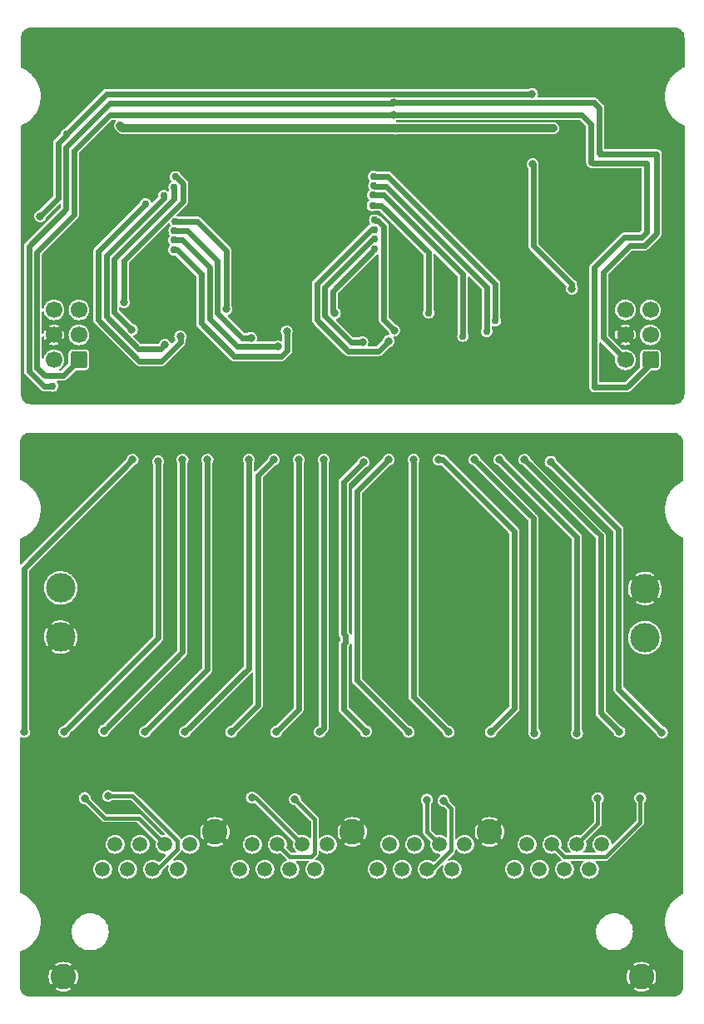
<source format=gbr>
%TF.GenerationSoftware,KiCad,Pcbnew,(6.0.9)*%
%TF.CreationDate,2024-01-30T00:57:56+05:30*%
%TF.ProjectId,Modular-I2C-4PxRJ45-Relay-Driver,4d6f6475-6c61-4722-9d49-32432d345078,2*%
%TF.SameCoordinates,Original*%
%TF.FileFunction,Copper,L2,Bot*%
%TF.FilePolarity,Positive*%
%FSLAX46Y46*%
G04 Gerber Fmt 4.6, Leading zero omitted, Abs format (unit mm)*
G04 Created by KiCad (PCBNEW (6.0.9)) date 2024-01-30 00:57:56*
%MOMM*%
%LPD*%
G01*
G04 APERTURE LIST*
G04 Aperture macros list*
%AMRoundRect*
0 Rectangle with rounded corners*
0 $1 Rounding radius*
0 $2 $3 $4 $5 $6 $7 $8 $9 X,Y pos of 4 corners*
0 Add a 4 corners polygon primitive as box body*
4,1,4,$2,$3,$4,$5,$6,$7,$8,$9,$2,$3,0*
0 Add four circle primitives for the rounded corners*
1,1,$1+$1,$2,$3*
1,1,$1+$1,$4,$5*
1,1,$1+$1,$6,$7*
1,1,$1+$1,$8,$9*
0 Add four rect primitives between the rounded corners*
20,1,$1+$1,$2,$3,$4,$5,0*
20,1,$1+$1,$4,$5,$6,$7,0*
20,1,$1+$1,$6,$7,$8,$9,0*
20,1,$1+$1,$8,$9,$2,$3,0*%
G04 Aperture macros list end*
%TA.AperFunction,ComponentPad*%
%ADD10RoundRect,0.250000X0.600000X0.600000X-0.600000X0.600000X-0.600000X-0.600000X0.600000X-0.600000X0*%
%TD*%
%TA.AperFunction,ComponentPad*%
%ADD11C,1.700000*%
%TD*%
%TA.AperFunction,ComponentPad*%
%ADD12C,3.000000*%
%TD*%
%TA.AperFunction,ComponentPad*%
%ADD13C,1.500000*%
%TD*%
%TA.AperFunction,ComponentPad*%
%ADD14C,2.600000*%
%TD*%
%TA.AperFunction,ViaPad*%
%ADD15C,0.800000*%
%TD*%
%TA.AperFunction,ViaPad*%
%ADD16C,0.756400*%
%TD*%
%TA.AperFunction,Conductor*%
%ADD17C,0.609600*%
%TD*%
%TA.AperFunction,Conductor*%
%ADD18C,0.406400*%
%TD*%
%TA.AperFunction,Conductor*%
%ADD19C,0.812800*%
%TD*%
G04 APERTURE END LIST*
D10*
%TO.P,J1,1,Pin_1*%
%TO.N,SCL*%
X159933600Y-34864000D03*
D11*
%TO.P,J1,2,Pin_2*%
%TO.N,SDA*%
X157393600Y-34864000D03*
%TO.P,J1,3,Pin_3*%
%TO.N,Net-(J1-Pad3)*%
X159933600Y-32324000D03*
%TO.P,J1,4,Pin_4*%
%TO.N,GNDREF*%
X157393600Y-32324000D03*
%TO.P,J1,5,Pin_5*%
%TO.N,VCC*%
X159933600Y-29784000D03*
%TO.P,J1,6,Pin_6*%
%TO.N,RST*%
X157393600Y-29784000D03*
%TD*%
D12*
%TO.P,J4,1,1*%
%TO.N,VDD*%
X159367900Y-63133800D03*
%TO.P,J4,2,2*%
%TO.N,GNDPWR*%
X159367900Y-58135800D03*
%TD*%
D10*
%TO.P,J2,1,Pin_1*%
%TO.N,SCL*%
X101793000Y-34864000D03*
D11*
%TO.P,J2,2,Pin_2*%
%TO.N,SDA*%
X99253000Y-34864000D03*
%TO.P,J2,3,Pin_3*%
%TO.N,Net-(J1-Pad3)*%
X101793000Y-32324000D03*
%TO.P,J2,4,Pin_4*%
%TO.N,GNDREF*%
X99253000Y-32324000D03*
%TO.P,J2,5,Pin_5*%
%TO.N,VCC*%
X101793000Y-29784000D03*
%TO.P,J2,6,Pin_6*%
%TO.N,RST*%
X99253000Y-29784000D03*
%TD*%
D12*
%TO.P,J3,1,1*%
%TO.N,VDD*%
X99938800Y-58069800D03*
%TO.P,J3,2,2*%
%TO.N,GNDPWR*%
X99938800Y-63067800D03*
%TD*%
D13*
%TO.P,RJ45-1,A1,A1*%
%TO.N,RC1+*%
X104206000Y-86692500D03*
%TO.P,RJ45-1,A2,A2*%
%TO.N,RC1-*%
X105476000Y-84152500D03*
%TO.P,RJ45-1,A3,A3*%
%TO.N,RC2+*%
X106746000Y-86692500D03*
%TO.P,RJ45-1,A4,A4*%
%TO.N,RC3-*%
X108016000Y-84152500D03*
%TO.P,RJ45-1,A5,A5*%
%TO.N,RC3+*%
X109286000Y-86692500D03*
%TO.P,RJ45-1,A6,A6*%
%TO.N,RC2-*%
X110556000Y-84152500D03*
%TO.P,RJ45-1,A7,A7*%
%TO.N,RC4+*%
X111826000Y-86692500D03*
%TO.P,RJ45-1,A8,A8*%
%TO.N,RC4-*%
X113096000Y-84152500D03*
%TO.P,RJ45-1,B1,B1*%
%TO.N,RC5+*%
X118176000Y-86692500D03*
%TO.P,RJ45-1,B2,B2*%
%TO.N,RC5-*%
X119446000Y-84152500D03*
%TO.P,RJ45-1,B3,B3*%
%TO.N,RC6+*%
X120716000Y-86692500D03*
%TO.P,RJ45-1,B4,B4*%
%TO.N,RC7-*%
X121986000Y-84152500D03*
%TO.P,RJ45-1,B5,B5*%
%TO.N,RC7+*%
X123256000Y-86692500D03*
%TO.P,RJ45-1,B6,B6*%
%TO.N,RC6-*%
X124526000Y-84152500D03*
%TO.P,RJ45-1,B7,B7*%
%TO.N,RC8+*%
X125796000Y-86692500D03*
%TO.P,RJ45-1,B8,B8*%
%TO.N,RC8-*%
X127066000Y-84152500D03*
%TO.P,RJ45-1,C1,C1*%
%TO.N,RC9+*%
X132146000Y-86692500D03*
%TO.P,RJ45-1,C2,C2*%
%TO.N,RC9-*%
X133416000Y-84152500D03*
%TO.P,RJ45-1,C3,C3*%
%TO.N,RC10+*%
X134686000Y-86692500D03*
%TO.P,RJ45-1,C4,C4*%
%TO.N,RC11-*%
X135956000Y-84152500D03*
%TO.P,RJ45-1,C5,C5*%
%TO.N,RC11+*%
X137226000Y-86692500D03*
%TO.P,RJ45-1,C6,C6*%
%TO.N,RC10-*%
X138496000Y-84152500D03*
%TO.P,RJ45-1,C7,C7*%
%TO.N,RC12+*%
X139766000Y-86692500D03*
%TO.P,RJ45-1,C8,C8*%
%TO.N,RC12-*%
X141036000Y-84152500D03*
%TO.P,RJ45-1,D1,D1*%
%TO.N,RC13+*%
X146116000Y-86692500D03*
%TO.P,RJ45-1,D2,D2*%
%TO.N,RC13-*%
X147386000Y-84152500D03*
%TO.P,RJ45-1,D3,D3*%
%TO.N,RC14+*%
X148656000Y-86692500D03*
%TO.P,RJ45-1,D4,D4*%
%TO.N,RC15-*%
X149926000Y-84152500D03*
%TO.P,RJ45-1,D5,D5*%
%TO.N,RC15+*%
X151196000Y-86692500D03*
%TO.P,RJ45-1,D6,D6*%
%TO.N,RC14-*%
X152466000Y-84152500D03*
%TO.P,RJ45-1,D7,D7*%
%TO.N,RC16+*%
X153736000Y-86692500D03*
%TO.P,RJ45-1,D8,D8*%
%TO.N,RC16-*%
X155006000Y-84152500D03*
D14*
%TO.P,RJ45-1,EH,EH*%
%TO.N,GNDPWR*%
X143576000Y-82882500D03*
X159006000Y-97612500D03*
X100206000Y-97612500D03*
X129606000Y-82882500D03*
X115636000Y-82882500D03*
%TD*%
D15*
%TO.N,GNDREF*%
X109413000Y-31181000D03*
X138851600Y-31206400D03*
X130622000Y-31181000D03*
X119827000Y-31054000D03*
%TO.N,SCL*%
X133797000Y-9952800D03*
D16*
X153990000Y-14798000D03*
D15*
%TO.N,SDA*%
X133807800Y-8712800D03*
D16*
X99126000Y-37531000D03*
X154879000Y-13983300D03*
D15*
%TO.N,RST*%
X151951350Y-27631650D03*
X97856000Y-20259000D03*
X147965071Y-14994800D03*
X147887350Y-7808500D03*
D16*
X100498350Y-11932800D03*
D15*
%TO.N,RC2-*%
X102376000Y-79441000D03*
%TO.N,RC6-*%
X119377000Y-79372000D03*
%TO.N,RC7-*%
X123759575Y-79563575D03*
%TO.N,RC10-*%
X137190500Y-79603500D03*
%TO.N,RC14-*%
X154580500Y-79441000D03*
%TO.N,RC15-*%
X158898500Y-79441000D03*
%TO.N,p2-a*%
X116772350Y-29726800D03*
D16*
X111572000Y-20792400D03*
%TO.N,p2-b*%
X111485457Y-21744377D03*
D15*
X119319000Y-32632500D03*
D16*
%TO.N,p2-c*%
X111464095Y-22700040D03*
D15*
X122062903Y-33536800D03*
%TO.N,p2-d*%
X122925800Y-31993800D03*
D16*
X111433820Y-23665464D03*
%TO.N,p4-a*%
X137378400Y-30088800D03*
X131646097Y-19158703D03*
%TO.N,p4-b*%
X131654200Y-18102800D03*
X140851580Y-32457620D03*
%TO.N,p4-c*%
X143271200Y-31968400D03*
X131795563Y-17157408D03*
%TO.N,p4-d*%
X144153700Y-30901600D03*
X131755693Y-16202337D03*
%TO.N,p1-a*%
X111598497Y-16246897D03*
D15*
X106373874Y-29022000D03*
D16*
%TO.N,p1-b*%
X111486000Y-17302800D03*
D15*
X107176574Y-31816000D03*
D16*
%TO.N,p1-c*%
X110406400Y-18169700D03*
D15*
X110556000Y-33340000D03*
D16*
%TO.N,p1-d*%
X108577152Y-19000558D03*
D15*
X112092700Y-32463700D03*
D16*
%TO.N,p3-a*%
X131892494Y-23628703D03*
D15*
X127821350Y-30107800D03*
%TO.N,p3-b*%
X130632043Y-33070700D03*
D16*
X131873000Y-22564000D03*
D15*
%TO.N,p3-c*%
X133289000Y-32959000D03*
D16*
X131839441Y-21608687D03*
D15*
%TO.N,p3-d*%
X133873200Y-31866800D03*
D16*
X131876811Y-20653515D03*
D15*
%TO.N,VCC*%
X105984000Y-11038800D03*
X150046350Y-11311550D03*
X133974800Y-11343600D03*
%TO.N,RC3+*%
X104754000Y-79227000D03*
%TO.N,RC11+*%
X138877000Y-79695000D03*
%TO.N,GNDPWR*%
X122748000Y-74615000D03*
X142306000Y-53202800D03*
X132857200Y-54625200D03*
X131892000Y-52034400D03*
X133771600Y-55895200D03*
X142356800Y-60518000D03*
X127968000Y-63251300D03*
X136972000Y-63921600D03*
X143322000Y-57317600D03*
X144287200Y-54625200D03*
X118176000Y-74488000D03*
X142306000Y-51932800D03*
X132857200Y-58130400D03*
X143271200Y-54625200D03*
X131892000Y-53355200D03*
X142356800Y-55742800D03*
X143322000Y-55793600D03*
X142306000Y-54574400D03*
X136210000Y-74615000D03*
X133771600Y-57063600D03*
X144287200Y-53253600D03*
X143322000Y-60518000D03*
X131892000Y-50561200D03*
X97094000Y-74615000D03*
X153355000Y-74615000D03*
X157673000Y-74615000D03*
X140426400Y-58435200D03*
X150078400Y-63820000D03*
X133771600Y-52034400D03*
X131892000Y-57063600D03*
X142356800Y-58384400D03*
X105222000Y-74742000D03*
X144592000Y-74615000D03*
X141391600Y-59451200D03*
X142356800Y-57317600D03*
X140426400Y-57368400D03*
X144338000Y-55793600D03*
X161991000Y-74615000D03*
X113604000Y-74488000D03*
X109413000Y-74742000D03*
X150636000Y-57564800D03*
X131892000Y-74488000D03*
X141391600Y-58435200D03*
X132857200Y-50561200D03*
X143271200Y-53253600D03*
X132857200Y-57063600D03*
X133771600Y-53355200D03*
X132857200Y-55895200D03*
X141391600Y-57368400D03*
X132857200Y-53355200D03*
X138953200Y-63921600D03*
X144287200Y-51983600D03*
X131892000Y-55895200D03*
X143322000Y-59400400D03*
X137937200Y-63921600D03*
X141391600Y-60568800D03*
X140426400Y-59451200D03*
X131892000Y-54625200D03*
X127320000Y-74488000D03*
X142356800Y-59400400D03*
X149164000Y-74615000D03*
X140401000Y-74488000D03*
X140426400Y-60568800D03*
X133771600Y-58130400D03*
X101031000Y-74615000D03*
X143322000Y-58384400D03*
X133771600Y-50561200D03*
X142356800Y-50612000D03*
X133771600Y-54625200D03*
X143271200Y-51983600D03*
X132857200Y-52034400D03*
%TO.N,p1-a5*%
X107254000Y-45024000D03*
X96205000Y-72710000D03*
%TO.N,p1-b5*%
X100294400Y-72710000D03*
X109844800Y-45176400D03*
%TO.N,p1-c5*%
X104333000Y-72583000D03*
X112334000Y-45024000D03*
%TO.N,p1-d5*%
X114874000Y-45024000D03*
X108524000Y-72710000D03*
%TO.N,p2-a5*%
X112588000Y-72710000D03*
X119065000Y-45024000D03*
%TO.N,p2-b5*%
X117287000Y-72710000D03*
X121605000Y-45024000D03*
%TO.N,p2-c5*%
X124145000Y-45024000D03*
X121859000Y-72710000D03*
%TO.N,p2-d5*%
X126304000Y-72710000D03*
X126685000Y-45024000D03*
%TO.N,p3-a5*%
X130723600Y-45278000D03*
X130977600Y-72659200D03*
%TO.N,p3-b5*%
X133289000Y-45024000D03*
X135321000Y-72710000D03*
%TO.N,p3-c5*%
X139385000Y-72710000D03*
X135829000Y-45024000D03*
%TO.N,p3-d5*%
X138369000Y-45024000D03*
X143703000Y-72710000D03*
%TO.N,p4-a5*%
X142052000Y-45024000D03*
X148148000Y-72837000D03*
%TO.N,p4-b5*%
X144592000Y-45024000D03*
X152466000Y-72837000D03*
%TO.N,p4-c5*%
X147132000Y-45024000D03*
X156784000Y-72710000D03*
%TO.N,p4-d5*%
X149773600Y-45227200D03*
X161102000Y-72760800D03*
%TD*%
D17*
%TO.N,SCL*%
X133797000Y-9952800D02*
X104892618Y-9952800D01*
X101278350Y-20138650D02*
X97508350Y-23908650D01*
X98310823Y-36472800D02*
X100184200Y-36472800D01*
X154237350Y-37658000D02*
X157546000Y-37658000D01*
X153863000Y-14671000D02*
X153990000Y-14798000D01*
X101278350Y-13567068D02*
X101278350Y-20138650D01*
X157546000Y-37658000D02*
X159933600Y-35270400D01*
X157279894Y-22430106D02*
X154237350Y-25472650D01*
X153990000Y-14798000D02*
X154064300Y-14872300D01*
X159933600Y-35270400D02*
X159933600Y-34864000D01*
X153863000Y-10861000D02*
X153863000Y-14671000D01*
X154237350Y-25472650D02*
X154237350Y-37658000D01*
X154064300Y-14872300D02*
X159571350Y-14872300D01*
X100184200Y-36472800D02*
X101793000Y-34864000D01*
X97508350Y-23908650D02*
X97508350Y-35670327D01*
X152954800Y-9952800D02*
X153863000Y-10861000D01*
X97508350Y-35670327D02*
X98310823Y-36472800D01*
X133797000Y-9952800D02*
X152954800Y-9952800D01*
X159008350Y-22430106D02*
X157279894Y-22430106D01*
X104892618Y-9952800D02*
X101278350Y-13567068D01*
X159571350Y-21867106D02*
X159008350Y-22430106D01*
X159571350Y-14872300D02*
X159571350Y-21867106D01*
%TO.N,SDA*%
X98224075Y-37531000D02*
X99126000Y-37531000D01*
X154203297Y-8712800D02*
X154752000Y-9261503D01*
X159343018Y-23239706D02*
X157867294Y-23239706D01*
X155126350Y-25980650D02*
X155126350Y-32596750D01*
X100469230Y-19550770D02*
X96699230Y-23320770D01*
X154752000Y-13856300D02*
X154879000Y-13983300D01*
X100469230Y-13231920D02*
X100469230Y-19550770D01*
X160594000Y-21988724D02*
X159343018Y-23239706D01*
X155126350Y-32596750D02*
X157393600Y-34864000D01*
X96699230Y-36006155D02*
X98224075Y-37531000D01*
X157867294Y-23239706D02*
X155126350Y-25980650D01*
X133807800Y-8712800D02*
X154203297Y-8712800D01*
X160594000Y-13983300D02*
X160594000Y-21988724D01*
X133807800Y-8712800D02*
X133757800Y-8762800D01*
X154879000Y-13983300D02*
X160594000Y-13983300D01*
X96699230Y-23320770D02*
X96699230Y-36006155D01*
X154752000Y-9261503D02*
X154752000Y-13856300D01*
X104938350Y-8762800D02*
X100469230Y-13231920D01*
X133757800Y-8762800D02*
X104938350Y-8762800D01*
%TO.N,RST*%
X99660110Y-18454890D02*
X99660110Y-12866890D01*
X151951350Y-27631650D02*
X151951350Y-27186800D01*
X147887350Y-7808500D02*
X104622650Y-7808500D01*
X99660110Y-12866890D02*
X100498350Y-12028650D01*
X147995600Y-15025329D02*
X147965071Y-14994800D01*
X104622650Y-7808500D02*
X100498350Y-11932800D01*
X147995600Y-23231050D02*
X147995600Y-15025329D01*
X100498350Y-12028650D02*
X100498350Y-11932800D01*
X151951350Y-27186800D02*
X147995600Y-23231050D01*
X97856000Y-20259000D02*
X99660110Y-18454890D01*
D18*
%TO.N,RC2-*%
X107876500Y-81473000D02*
X110556000Y-84152500D01*
X104408000Y-81473000D02*
X107876500Y-81473000D01*
X102376000Y-79441000D02*
X104408000Y-81473000D01*
%TO.N,RC6-*%
X119745500Y-79372000D02*
X124526000Y-84152500D01*
X119377000Y-79372000D02*
X119745500Y-79372000D01*
%TO.N,RC7-*%
X123759575Y-79563575D02*
X125796000Y-81600000D01*
X125796000Y-81600000D02*
X125796000Y-85029000D01*
X125796000Y-85029000D02*
X125415000Y-85410000D01*
X123243500Y-85410000D02*
X121986000Y-84152500D01*
X125415000Y-85410000D02*
X123243500Y-85410000D01*
%TO.N,RC10-*%
X137190500Y-82847000D02*
X138496000Y-84152500D01*
X137190500Y-79603500D02*
X137190500Y-82847000D01*
%TO.N,RC14-*%
X154580500Y-82038000D02*
X152466000Y-84152500D01*
X154580500Y-79441000D02*
X154580500Y-82038000D01*
%TO.N,RC15-*%
X158898500Y-81890872D02*
X155379372Y-85410000D01*
X151183500Y-85410000D02*
X149926000Y-84152500D01*
X155379372Y-85410000D02*
X151183500Y-85410000D01*
X158898500Y-79441000D02*
X158898500Y-81890872D01*
D17*
%TO.N,p2-a*%
X111572000Y-20792400D02*
X113807200Y-20792400D01*
X113807200Y-20792400D02*
X116772350Y-23757550D01*
X116772350Y-23757550D02*
X116772350Y-29726800D01*
%TO.N,p2-b*%
X115867550Y-30101581D02*
X118398469Y-32632500D01*
X118398469Y-32632500D02*
X119319000Y-32632500D01*
X115867550Y-24783150D02*
X115867550Y-30101581D01*
X112828777Y-21744377D02*
X115867550Y-24783150D01*
X111485457Y-21744377D02*
X112828777Y-21744377D01*
%TO.N,p2-c*%
X115057950Y-25446750D02*
X115057950Y-30679150D01*
X115057950Y-30679150D02*
X117915600Y-33536800D01*
X117915600Y-33536800D02*
X122062903Y-33536800D01*
X111464095Y-22700040D02*
X112311240Y-22700040D01*
X112311240Y-22700040D02*
X115057950Y-25446750D01*
%TO.N,p2-d*%
X111752664Y-23665464D02*
X114213600Y-26126400D01*
X117541000Y-34483000D02*
X122396284Y-34483000D01*
X114213600Y-26126400D02*
X114213600Y-31155600D01*
X114213600Y-31155600D02*
X117541000Y-34483000D01*
X111433820Y-23665464D02*
X111752664Y-23665464D01*
X122396284Y-34483000D02*
X122967703Y-33911581D01*
X122967703Y-33911581D02*
X122967703Y-32035703D01*
X122967703Y-32035703D02*
X122925800Y-31993800D01*
%TO.N,p4-a*%
X137378400Y-23967400D02*
X137378400Y-30088800D01*
X131646097Y-19158703D02*
X132569703Y-19158703D01*
X132569703Y-19158703D02*
X137378400Y-23967400D01*
%TO.N,p4-b*%
X132781852Y-18102800D02*
X140851580Y-26172528D01*
X131654200Y-18102800D02*
X132781852Y-18102800D01*
X140851580Y-26172528D02*
X140851580Y-32457620D01*
%TO.N,p4-c*%
X131857955Y-17219800D02*
X133043800Y-17219800D01*
X131795563Y-17157408D02*
X131857955Y-17219800D01*
X133043800Y-17219800D02*
X143271200Y-27447200D01*
X143271200Y-27447200D02*
X143271200Y-31968400D01*
%TO.N,p4-d*%
X131755693Y-16202337D02*
X133219887Y-16202337D01*
X144153700Y-27136150D02*
X144153700Y-30901600D01*
X133219887Y-16202337D02*
X144153700Y-27136150D01*
%TO.N,p1-a*%
X111598497Y-16246897D02*
X111678848Y-16246897D01*
X106373874Y-24741775D02*
X106373874Y-29022000D01*
X112384800Y-16952849D02*
X112384800Y-18730849D01*
X111678848Y-16246897D02*
X112384800Y-16952849D01*
X112384800Y-18730849D02*
X106373874Y-24741775D01*
%TO.N,p1-b*%
X111486000Y-18484701D02*
X105374400Y-24596301D01*
X105374400Y-24596301D02*
X105374400Y-30013826D01*
X105374400Y-30013826D02*
X107176574Y-31816000D01*
X111486000Y-17302800D02*
X111486000Y-18484701D01*
%TO.N,p1-c*%
X110135450Y-33760550D02*
X110556000Y-33340000D01*
X107841543Y-33760550D02*
X110135450Y-33760550D01*
X104564800Y-24260954D02*
X104564800Y-30483807D01*
X110406400Y-18419354D02*
X104564800Y-24260954D01*
X110406400Y-18169700D02*
X110406400Y-18419354D01*
X104564800Y-30483807D02*
X107841543Y-33760550D01*
%TO.N,p1-d*%
X108577152Y-19000558D02*
X103755200Y-23822510D01*
X103755200Y-30819155D02*
X107927045Y-34991000D01*
X112092700Y-33082881D02*
X112092700Y-32463700D01*
X103755200Y-23822510D02*
X103755200Y-30819155D01*
X107927045Y-34991000D02*
X110184581Y-34991000D01*
X110184581Y-34991000D02*
X112092700Y-33082881D01*
%TO.N,p3-a*%
X131892494Y-23628703D02*
X127608350Y-27912847D01*
X127608350Y-29894800D02*
X127821350Y-30107800D01*
X127608350Y-27912847D02*
X127608350Y-29894800D01*
%TO.N,p3-b*%
X126798750Y-30364781D02*
X126798750Y-27473696D01*
X130632043Y-33070700D02*
X129504669Y-33070700D01*
X129504669Y-33070700D02*
X126798750Y-30364781D01*
X126798750Y-27473696D02*
X131708446Y-22564000D01*
X131708446Y-22564000D02*
X131873000Y-22564000D01*
%TO.N,p3-c*%
X129174200Y-33975000D02*
X132273000Y-33975000D01*
X131839441Y-21608687D02*
X131518812Y-21608687D01*
X131518812Y-21608687D02*
X125989150Y-27138349D01*
X132273000Y-33975000D02*
X133289000Y-32959000D01*
X125989150Y-30789950D02*
X129174200Y-33975000D01*
X125989150Y-27138349D02*
X125989150Y-30789950D01*
%TO.N,p3-d*%
X131948983Y-20725687D02*
X132205192Y-20725687D01*
X131876811Y-20653515D02*
X131948983Y-20725687D01*
X132205192Y-20725687D02*
X132806400Y-21326895D01*
X132806400Y-21326895D02*
X132806400Y-30800000D01*
X132806400Y-30800000D02*
X133873200Y-31866800D01*
D19*
%TO.N,VCC*%
X106238000Y-11292800D02*
X105984000Y-11038800D01*
X133974800Y-11343600D02*
X133924000Y-11292800D01*
X134025600Y-11292800D02*
X133974800Y-11343600D01*
X146417100Y-11311550D02*
X146398350Y-11292800D01*
X146398350Y-11292800D02*
X134025600Y-11292800D01*
X150046350Y-11311550D02*
X146417100Y-11311550D01*
X133924000Y-11292800D02*
X106238000Y-11292800D01*
D18*
%TO.N,RC3+*%
X109781500Y-86692500D02*
X109286000Y-86692500D01*
X111826000Y-83791628D02*
X111826000Y-84648000D01*
X107261372Y-79227000D02*
X111826000Y-83791628D01*
X111826000Y-84648000D02*
X109781500Y-86692500D01*
X104754000Y-79227000D02*
X107261372Y-79227000D01*
%TO.N,RC11+*%
X138877000Y-79695000D02*
X139649200Y-80467200D01*
X137721500Y-86692500D02*
X137226000Y-86692500D01*
X139649200Y-84764800D02*
X137721500Y-86692500D01*
X139649200Y-80467200D02*
X139649200Y-84764800D01*
D17*
%TO.N,p1-a5*%
X107254000Y-45024000D02*
X96205000Y-56073000D01*
X96205000Y-56073000D02*
X96205000Y-72710000D01*
%TO.N,p1-b5*%
X109844800Y-45176400D02*
X109844800Y-63159600D01*
X109844800Y-63159600D02*
X100294400Y-72710000D01*
%TO.N,p1-c5*%
X112334000Y-64582000D02*
X104333000Y-72583000D01*
X112334000Y-45024000D02*
X112334000Y-64582000D01*
%TO.N,p1-d5*%
X114874000Y-66360000D02*
X108524000Y-72710000D01*
X114874000Y-45024000D02*
X114874000Y-66360000D01*
%TO.N,p2-a5*%
X119065000Y-45024000D02*
X119065000Y-66233000D01*
X119065000Y-66233000D02*
X112588000Y-72710000D01*
%TO.N,p2-b5*%
X120002200Y-69994800D02*
X117287000Y-72710000D01*
X121605000Y-45024000D02*
X120002200Y-46626800D01*
X120002200Y-46626800D02*
X120002200Y-69994800D01*
%TO.N,p2-c5*%
X124145000Y-70424000D02*
X121859000Y-72710000D01*
X124145000Y-45024000D02*
X124145000Y-70424000D01*
%TO.N,p2-d5*%
X126685000Y-45024000D02*
X126685000Y-72329000D01*
X126685000Y-72329000D02*
X126304000Y-72710000D01*
%TO.N,p3-a5*%
X128691600Y-47310000D02*
X128691600Y-62695319D01*
X128872800Y-63626081D02*
X128691600Y-63807281D01*
X128691600Y-62695319D02*
X128872800Y-62876519D01*
X130723600Y-45278000D02*
X128691600Y-47310000D01*
X128872800Y-62876519D02*
X128872800Y-63626081D01*
X128691600Y-70373200D02*
X130977600Y-72659200D01*
X128691600Y-63807281D02*
X128691600Y-70373200D01*
%TO.N,p3-b5*%
X130063200Y-67452200D02*
X135321000Y-72710000D01*
X133289000Y-45024000D02*
X130063200Y-48249800D01*
X130063200Y-48249800D02*
X130063200Y-67452200D01*
%TO.N,p3-c5*%
X135829000Y-45024000D02*
X135829000Y-69154000D01*
X135829000Y-69154000D02*
X139385000Y-72710000D01*
%TO.N,p3-d5*%
X138800800Y-45024000D02*
X146065200Y-52288400D01*
X138369000Y-45024000D02*
X138800800Y-45024000D01*
X146065200Y-70347800D02*
X143703000Y-72710000D01*
X146065200Y-52288400D02*
X146065200Y-70347800D01*
%TO.N,p4-a5*%
X147995600Y-72684600D02*
X148148000Y-72837000D01*
X147995600Y-50967600D02*
X147995600Y-72684600D01*
X142052000Y-45024000D02*
X147995600Y-50967600D01*
%TO.N,p4-b5*%
X144592000Y-45024000D02*
X152466000Y-52898000D01*
X152466000Y-52898000D02*
X152466000Y-72837000D01*
%TO.N,p4-c5*%
X154853600Y-70779600D02*
X156784000Y-72710000D01*
X147132000Y-45024000D02*
X154853600Y-52745600D01*
X154853600Y-52745600D02*
X154853600Y-70779600D01*
%TO.N,p4-d5*%
X156682400Y-52136000D02*
X156682400Y-68341200D01*
X149773600Y-45227200D02*
X156682400Y-52136000D01*
X156682400Y-68341200D02*
X161102000Y-72760800D01*
%TD*%
%TA.AperFunction,Conductor*%
%TO.N,GNDREF*%
G36*
X162400914Y-1082484D02*
G01*
X162581237Y-1100245D01*
X162600573Y-1104092D01*
X162769199Y-1155243D01*
X162787419Y-1162790D01*
X162942831Y-1245859D01*
X162959225Y-1256813D01*
X163095450Y-1368609D01*
X163109391Y-1382550D01*
X163221187Y-1518775D01*
X163232141Y-1535169D01*
X163315210Y-1690581D01*
X163322757Y-1708801D01*
X163373908Y-1877425D01*
X163377756Y-1896766D01*
X163395516Y-2077086D01*
X163396000Y-2086947D01*
X163396000Y-5064121D01*
X163376787Y-5123252D01*
X163335401Y-5156426D01*
X163311000Y-5167000D01*
X163310572Y-5167197D01*
X163310551Y-5167206D01*
X163127956Y-5251101D01*
X163127950Y-5251104D01*
X163126000Y-5252000D01*
X163098641Y-5267528D01*
X162941875Y-5356503D01*
X162941861Y-5356512D01*
X162941000Y-5357000D01*
X162940166Y-5357518D01*
X162940157Y-5357523D01*
X162797385Y-5446140D01*
X162797377Y-5446145D01*
X162796000Y-5447000D01*
X162794677Y-5447945D01*
X162663993Y-5541291D01*
X162656000Y-5547000D01*
X162571000Y-5617000D01*
X162426000Y-5742000D01*
X162286000Y-5877000D01*
X162171000Y-6002000D01*
X162026000Y-6182000D01*
X162024817Y-6183752D01*
X162024813Y-6183758D01*
X161924523Y-6332337D01*
X161891000Y-6382000D01*
X161890163Y-6383435D01*
X161832667Y-6482000D01*
X161821000Y-6502000D01*
X161746000Y-6637000D01*
X161661000Y-6817000D01*
X161591000Y-6997000D01*
X161551000Y-7107000D01*
X161550583Y-7108390D01*
X161550581Y-7108396D01*
X161523223Y-7199591D01*
X161521000Y-7207000D01*
X161491000Y-7317000D01*
X161490700Y-7318423D01*
X161490698Y-7318433D01*
X161451622Y-7504046D01*
X161451000Y-7507000D01*
X161436000Y-7612000D01*
X161435944Y-7612465D01*
X161435941Y-7612485D01*
X161416087Y-7776278D01*
X161416084Y-7776311D01*
X161416000Y-7777000D01*
X161406000Y-7887000D01*
X161401000Y-8062000D01*
X161401000Y-8162000D01*
X161401105Y-8163621D01*
X161401105Y-8163634D01*
X161408548Y-8278995D01*
X161411000Y-8317000D01*
X161411021Y-8317269D01*
X161411023Y-8317302D01*
X161413053Y-8343693D01*
X161421000Y-8447000D01*
X161446000Y-8617000D01*
X161446343Y-8618602D01*
X161446344Y-8618606D01*
X161452772Y-8648601D01*
X161476000Y-8757000D01*
X161501000Y-8872000D01*
X161531000Y-8982000D01*
X161531336Y-8983045D01*
X161531343Y-8983069D01*
X161545486Y-9027068D01*
X161576000Y-9122000D01*
X161616000Y-9232000D01*
X161616750Y-9233673D01*
X161616752Y-9233678D01*
X161681000Y-9377000D01*
X161724456Y-9473568D01*
X161726000Y-9477000D01*
X161781000Y-9582000D01*
X161781285Y-9582512D01*
X161781292Y-9582526D01*
X161799387Y-9615097D01*
X161831000Y-9672000D01*
X161831586Y-9672951D01*
X161831587Y-9672954D01*
X161871000Y-9737000D01*
X161871163Y-9737266D01*
X161925480Y-9826150D01*
X161925493Y-9826170D01*
X161926000Y-9827000D01*
X161976000Y-9902000D01*
X162016000Y-9957000D01*
X162066000Y-10022000D01*
X162126000Y-10097000D01*
X162206000Y-10192000D01*
X162206970Y-10193028D01*
X162206978Y-10193036D01*
X162290491Y-10281462D01*
X162290522Y-10281493D01*
X162291000Y-10282000D01*
X162396000Y-10387000D01*
X162466000Y-10452000D01*
X162466840Y-10452714D01*
X162548792Y-10522373D01*
X162566000Y-10537000D01*
X162566713Y-10537563D01*
X162566718Y-10537567D01*
X162654667Y-10607000D01*
X162661000Y-10612000D01*
X162661980Y-10612700D01*
X162661992Y-10612709D01*
X162730620Y-10661729D01*
X162730645Y-10661747D01*
X162731000Y-10662000D01*
X162826000Y-10727000D01*
X162921000Y-10787000D01*
X162921647Y-10787381D01*
X162921669Y-10787394D01*
X163005454Y-10836679D01*
X163006000Y-10837000D01*
X163006524Y-10837291D01*
X163006564Y-10837314D01*
X163072928Y-10874182D01*
X163096000Y-10887000D01*
X163176000Y-10927000D01*
X163311000Y-10992000D01*
X163331214Y-10999701D01*
X163379630Y-11038703D01*
X163396000Y-11093709D01*
X163396000Y-38387053D01*
X163395516Y-38396914D01*
X163377756Y-38577234D01*
X163373908Y-38596575D01*
X163322757Y-38765199D01*
X163315210Y-38783419D01*
X163232141Y-38938831D01*
X163221187Y-38955225D01*
X163109393Y-39091448D01*
X163095450Y-39105391D01*
X162959225Y-39217187D01*
X162942831Y-39228141D01*
X162787419Y-39311210D01*
X162769200Y-39318757D01*
X162600573Y-39369908D01*
X162581237Y-39373755D01*
X162404671Y-39391146D01*
X162400914Y-39391516D01*
X162391053Y-39392000D01*
X96900947Y-39392000D01*
X96891086Y-39391516D01*
X96887329Y-39391146D01*
X96710763Y-39373755D01*
X96691427Y-39369908D01*
X96522800Y-39318757D01*
X96504581Y-39311210D01*
X96349169Y-39228141D01*
X96332775Y-39217187D01*
X96196550Y-39105391D01*
X96182607Y-39091448D01*
X96070813Y-38955225D01*
X96059859Y-38938831D01*
X95976790Y-38783419D01*
X95969243Y-38765199D01*
X95918092Y-38596575D01*
X95914244Y-38577234D01*
X95896484Y-38396914D01*
X95896000Y-38387053D01*
X95896000Y-23355711D01*
X96186691Y-23355711D01*
X96188187Y-23362719D01*
X96188187Y-23362721D01*
X96188513Y-23364250D01*
X96190730Y-23385252D01*
X96190730Y-35937923D01*
X96189289Y-35950821D01*
X96189313Y-35950823D01*
X96188739Y-35957961D01*
X96187156Y-35964955D01*
X96187600Y-35972110D01*
X96190537Y-36019453D01*
X96190730Y-36025682D01*
X96190730Y-36042668D01*
X96191238Y-36046215D01*
X96191238Y-36046217D01*
X96192357Y-36054029D01*
X96193179Y-36062054D01*
X96196175Y-36110332D01*
X96198608Y-36117070D01*
X96198608Y-36117072D01*
X96199712Y-36120129D01*
X96204673Y-36140027D01*
X96206150Y-36150342D01*
X96209118Y-36156869D01*
X96226168Y-36194368D01*
X96229211Y-36201844D01*
X96245634Y-36247336D01*
X96249861Y-36253123D01*
X96249862Y-36253124D01*
X96251782Y-36255753D01*
X96262126Y-36273454D01*
X96263471Y-36276413D01*
X96263473Y-36276416D01*
X96266438Y-36282937D01*
X96271115Y-36288365D01*
X96298015Y-36319585D01*
X96303030Y-36325901D01*
X96311655Y-36337707D01*
X96323301Y-36349353D01*
X96328377Y-36354821D01*
X96361517Y-36393282D01*
X96368846Y-36398033D01*
X96385262Y-36411314D01*
X97816263Y-37842316D01*
X97824364Y-37852454D01*
X97824382Y-37852439D01*
X97829025Y-37857895D01*
X97832851Y-37863958D01*
X97867142Y-37894243D01*
X97873773Y-37900099D01*
X97878314Y-37904367D01*
X97890329Y-37916382D01*
X97899526Y-37923275D01*
X97905774Y-37928362D01*
X97925764Y-37946016D01*
X97942026Y-37960378D01*
X97948508Y-37963421D01*
X97948517Y-37963427D01*
X97951459Y-37964808D01*
X97969034Y-37975367D01*
X97977370Y-37981615D01*
X98014958Y-37995706D01*
X98022651Y-37998590D01*
X98030090Y-38001725D01*
X98060961Y-38016218D01*
X98073875Y-38022281D01*
X98084170Y-38023884D01*
X98104005Y-38029088D01*
X98107044Y-38030227D01*
X98107046Y-38030227D01*
X98113759Y-38032744D01*
X98161980Y-38036327D01*
X98169993Y-38037247D01*
X98184461Y-38039500D01*
X98200938Y-38039500D01*
X98208394Y-38039777D01*
X98251867Y-38043008D01*
X98251869Y-38043008D01*
X98259016Y-38043539D01*
X98267552Y-38041717D01*
X98288553Y-38039500D01*
X98813041Y-38039500D01*
X98851539Y-38047158D01*
X98974094Y-38097922D01*
X98980630Y-38098783D01*
X98980632Y-38098783D01*
X99119460Y-38117060D01*
X99126000Y-38117921D01*
X99132540Y-38117060D01*
X99271368Y-38098783D01*
X99271370Y-38098783D01*
X99277906Y-38097922D01*
X99419461Y-38039288D01*
X99541016Y-37946016D01*
X99634288Y-37824460D01*
X99692922Y-37682906D01*
X99712921Y-37531000D01*
X99692922Y-37379094D01*
X99634288Y-37237540D01*
X99561854Y-37143141D01*
X99541100Y-37084533D01*
X99558759Y-37024919D01*
X99608086Y-36987070D01*
X99641666Y-36981300D01*
X100115968Y-36981300D01*
X100128866Y-36982741D01*
X100128868Y-36982717D01*
X100136006Y-36983291D01*
X100143000Y-36984874D01*
X100197498Y-36981493D01*
X100203727Y-36981300D01*
X100220713Y-36981300D01*
X100224260Y-36980792D01*
X100224262Y-36980792D01*
X100226905Y-36980413D01*
X100232081Y-36979672D01*
X100240099Y-36978851D01*
X100256433Y-36977837D01*
X100281226Y-36976299D01*
X100281228Y-36976299D01*
X100288377Y-36975855D01*
X100295115Y-36973422D01*
X100295117Y-36973422D01*
X100298174Y-36972318D01*
X100318072Y-36967357D01*
X100328387Y-36965880D01*
X100372418Y-36945860D01*
X100379889Y-36942819D01*
X100425381Y-36926396D01*
X100431169Y-36922168D01*
X100433798Y-36920248D01*
X100451499Y-36909904D01*
X100454458Y-36908559D01*
X100454461Y-36908557D01*
X100460982Y-36905592D01*
X100497630Y-36874015D01*
X100503949Y-36868998D01*
X100515752Y-36860375D01*
X100527398Y-36848729D01*
X100532866Y-36843653D01*
X100565898Y-36815191D01*
X100571327Y-36810513D01*
X100576078Y-36803184D01*
X100589359Y-36786768D01*
X101428963Y-35947165D01*
X101484361Y-35918939D01*
X101500098Y-35917700D01*
X102394238Y-35917699D01*
X102447216Y-35917699D01*
X102478975Y-35914698D01*
X102484758Y-35912667D01*
X102484759Y-35912667D01*
X102600599Y-35871987D01*
X102607698Y-35869494D01*
X102613747Y-35865026D01*
X102613749Y-35865025D01*
X102711389Y-35792906D01*
X102717438Y-35788438D01*
X102758067Y-35733431D01*
X102794025Y-35684749D01*
X102794026Y-35684747D01*
X102798494Y-35678698D01*
X102843698Y-35549975D01*
X102846700Y-35518217D01*
X102846700Y-34864000D01*
X102846699Y-34212143D01*
X102846699Y-34209784D01*
X102843698Y-34178025D01*
X102834410Y-34151575D01*
X102800987Y-34056401D01*
X102798494Y-34049302D01*
X102792585Y-34041301D01*
X102721906Y-33945611D01*
X102717438Y-33939562D01*
X102645566Y-33886476D01*
X102613749Y-33862975D01*
X102613747Y-33862974D01*
X102607698Y-33858506D01*
X102540623Y-33834951D01*
X102484762Y-33815334D01*
X102484760Y-33815334D01*
X102478975Y-33813302D01*
X102472873Y-33812725D01*
X102472872Y-33812725D01*
X102449580Y-33810523D01*
X102449572Y-33810523D01*
X102447217Y-33810300D01*
X102444839Y-33810300D01*
X101790376Y-33810301D01*
X101138784Y-33810301D01*
X101107025Y-33813302D01*
X101101242Y-33815333D01*
X101101241Y-33815333D01*
X101045377Y-33834951D01*
X100978302Y-33858506D01*
X100972253Y-33862974D01*
X100972251Y-33862975D01*
X100940434Y-33886476D01*
X100868562Y-33939562D01*
X100864094Y-33945611D01*
X100793416Y-34041301D01*
X100787506Y-34049302D01*
X100785013Y-34056401D01*
X100751591Y-34151575D01*
X100742302Y-34178025D01*
X100741725Y-34184127D01*
X100741725Y-34184128D01*
X100741719Y-34184197D01*
X100739300Y-34209783D01*
X100739300Y-34212161D01*
X100739301Y-35156902D01*
X100720088Y-35216033D01*
X100709836Y-35228037D01*
X100003038Y-35934835D01*
X99947640Y-35963061D01*
X99931903Y-35964300D01*
X99834148Y-35964300D01*
X99775017Y-35945087D01*
X99738472Y-35894787D01*
X99738472Y-35832613D01*
X99775017Y-35782313D01*
X99788790Y-35773906D01*
X99820332Y-35757973D01*
X99983168Y-35630752D01*
X100118191Y-35474325D01*
X100204325Y-35322702D01*
X100217830Y-35298930D01*
X100217831Y-35298928D01*
X100220260Y-35294652D01*
X100285486Y-35098575D01*
X100298431Y-34996103D01*
X100311034Y-34896343D01*
X100311034Y-34896340D01*
X100311385Y-34893563D01*
X100311798Y-34864000D01*
X100311051Y-34856375D01*
X100292113Y-34663244D01*
X100291633Y-34658345D01*
X100290211Y-34653635D01*
X100290210Y-34653630D01*
X100233331Y-34465238D01*
X100233329Y-34465234D01*
X100231907Y-34460523D01*
X100134895Y-34278070D01*
X100004292Y-34117935D01*
X99845072Y-33986217D01*
X99663301Y-33887933D01*
X99658601Y-33886478D01*
X99658596Y-33886476D01*
X99470602Y-33828283D01*
X99470600Y-33828283D01*
X99465901Y-33826828D01*
X99260392Y-33805228D01*
X99255491Y-33805674D01*
X99255488Y-33805674D01*
X99059499Y-33823510D01*
X99059496Y-33823510D01*
X99054601Y-33823956D01*
X99049887Y-33825343D01*
X99049884Y-33825344D01*
X98939885Y-33857719D01*
X98856367Y-33882300D01*
X98852007Y-33884579D01*
X98852003Y-33884581D01*
X98696924Y-33965655D01*
X98673241Y-33978036D01*
X98669402Y-33981123D01*
X98669400Y-33981124D01*
X98627583Y-34014746D01*
X98512198Y-34107518D01*
X98509037Y-34111285D01*
X98509036Y-34111286D01*
X98469598Y-34158286D01*
X98379371Y-34265814D01*
X98279821Y-34446895D01*
X98278333Y-34451585D01*
X98278332Y-34451588D01*
X98266928Y-34487539D01*
X98217339Y-34643864D01*
X98216790Y-34648757D01*
X98215852Y-34653171D01*
X98184764Y-34707015D01*
X98127965Y-34732304D01*
X98067150Y-34719377D01*
X98025547Y-34673173D01*
X98016850Y-34632255D01*
X98016850Y-33252197D01*
X98761215Y-33252197D01*
X98768559Y-33259828D01*
X98825018Y-33291383D01*
X98833993Y-33295304D01*
X99021065Y-33356087D01*
X99030633Y-33358191D01*
X99225947Y-33381481D01*
X99235748Y-33381686D01*
X99431859Y-33366596D01*
X99441514Y-33364894D01*
X99630959Y-33312000D01*
X99640103Y-33308454D01*
X99736369Y-33259826D01*
X99744537Y-33251714D01*
X99739259Y-33241311D01*
X99264268Y-32766320D01*
X99252189Y-32760165D01*
X99247077Y-32760975D01*
X98766782Y-33241270D01*
X98761215Y-33252197D01*
X98016850Y-33252197D01*
X98016850Y-32549967D01*
X98036063Y-32490836D01*
X98086363Y-32454291D01*
X98148537Y-32454291D01*
X98198837Y-32490836D01*
X98214153Y-32522238D01*
X98267664Y-32708854D01*
X98271272Y-32717964D01*
X98317187Y-32807306D01*
X98325446Y-32815509D01*
X98335672Y-32810276D01*
X98810680Y-32335268D01*
X98816008Y-32324811D01*
X99689165Y-32324811D01*
X99689975Y-32329923D01*
X100170385Y-32810333D01*
X100181420Y-32815955D01*
X100188946Y-32808763D01*
X100217372Y-32758726D01*
X100221355Y-32749779D01*
X100283444Y-32563133D01*
X100285614Y-32553584D01*
X100310531Y-32356332D01*
X100310922Y-32350740D01*
X100311257Y-32326813D01*
X100311022Y-32321202D01*
X100309847Y-32309217D01*
X100734305Y-32309217D01*
X100751596Y-32515133D01*
X100808555Y-32713770D01*
X100903010Y-32897560D01*
X100906063Y-32901412D01*
X100906065Y-32901415D01*
X100953997Y-32961890D01*
X101031364Y-33059503D01*
X101188730Y-33193431D01*
X101369111Y-33294243D01*
X101373792Y-33295764D01*
X101560959Y-33356579D01*
X101560965Y-33356580D01*
X101565639Y-33358099D01*
X101570521Y-33358681D01*
X101570525Y-33358682D01*
X101765936Y-33381983D01*
X101765937Y-33381983D01*
X101770826Y-33382566D01*
X101976858Y-33366712D01*
X101981599Y-33365388D01*
X101981601Y-33365388D01*
X102171145Y-33312467D01*
X102175887Y-33311143D01*
X102360332Y-33217973D01*
X102523168Y-33090752D01*
X102546122Y-33064160D01*
X102593659Y-33009087D01*
X102658191Y-32934325D01*
X102725019Y-32816687D01*
X102757830Y-32758930D01*
X102757831Y-32758928D01*
X102760260Y-32754652D01*
X102799690Y-32636120D01*
X102823932Y-32563247D01*
X102823932Y-32563245D01*
X102825486Y-32558575D01*
X102826117Y-32553584D01*
X102851034Y-32356343D01*
X102851035Y-32356332D01*
X102851385Y-32353563D01*
X102851641Y-32335268D01*
X102851759Y-32326814D01*
X102851759Y-32326808D01*
X102851798Y-32324000D01*
X102851218Y-32318077D01*
X102839829Y-32201936D01*
X102831633Y-32118345D01*
X102830211Y-32113635D01*
X102830210Y-32113630D01*
X102773331Y-31925238D01*
X102773329Y-31925234D01*
X102771907Y-31920523D01*
X102674895Y-31738070D01*
X102544292Y-31577935D01*
X102420287Y-31475349D01*
X102388857Y-31449348D01*
X102388856Y-31449347D01*
X102385072Y-31446217D01*
X102203301Y-31347933D01*
X102198601Y-31346478D01*
X102198596Y-31346476D01*
X102010602Y-31288283D01*
X102010600Y-31288283D01*
X102005901Y-31286828D01*
X101800392Y-31265228D01*
X101795491Y-31265674D01*
X101795488Y-31265674D01*
X101599499Y-31283510D01*
X101599496Y-31283510D01*
X101594601Y-31283956D01*
X101589887Y-31285343D01*
X101589884Y-31285344D01*
X101501406Y-31311385D01*
X101396367Y-31342300D01*
X101392007Y-31344579D01*
X101392003Y-31344581D01*
X101242195Y-31422899D01*
X101213241Y-31438036D01*
X101209402Y-31441123D01*
X101209400Y-31441124D01*
X101128315Y-31506318D01*
X101052198Y-31567518D01*
X101049037Y-31571285D01*
X101049036Y-31571286D01*
X101043457Y-31577935D01*
X100919371Y-31725814D01*
X100819821Y-31906895D01*
X100818333Y-31911585D01*
X100818332Y-31911588D01*
X100785442Y-32015271D01*
X100757339Y-32103864D01*
X100756790Y-32108755D01*
X100756790Y-32108757D01*
X100735338Y-32300011D01*
X100734305Y-32309217D01*
X100309847Y-32309217D01*
X100291621Y-32123342D01*
X100289718Y-32113728D01*
X100232867Y-31925430D01*
X100229132Y-31916369D01*
X100188898Y-31840700D01*
X100180346Y-31832441D01*
X100170471Y-31837581D01*
X99695320Y-32312732D01*
X99689165Y-32324811D01*
X98816008Y-32324811D01*
X98816835Y-32323189D01*
X98816025Y-32318077D01*
X98335807Y-31837859D01*
X98324989Y-31832347D01*
X98317253Y-31839844D01*
X98282651Y-31902786D01*
X98278797Y-31911778D01*
X98219318Y-32099278D01*
X98216259Y-32113669D01*
X98214808Y-32113361D01*
X98191740Y-32164217D01*
X98137680Y-32194928D01*
X98075893Y-32187998D01*
X98029980Y-32146075D01*
X98016850Y-32096383D01*
X98016850Y-31396569D01*
X98761485Y-31396569D01*
X98766673Y-31406621D01*
X99241732Y-31881680D01*
X99253811Y-31887835D01*
X99258923Y-31887025D01*
X99739101Y-31406847D01*
X99744557Y-31396140D01*
X99736906Y-31388299D01*
X99667429Y-31350733D01*
X99658409Y-31346942D01*
X99470499Y-31288774D01*
X99460908Y-31286805D01*
X99265285Y-31266245D01*
X99255484Y-31266176D01*
X99059593Y-31284003D01*
X99049978Y-31285837D01*
X98861278Y-31341375D01*
X98852191Y-31345046D01*
X98769717Y-31388163D01*
X98761485Y-31396569D01*
X98016850Y-31396569D01*
X98016850Y-30011779D01*
X98036063Y-29952648D01*
X98086363Y-29916103D01*
X98148537Y-29916103D01*
X98198837Y-29952648D01*
X98214153Y-29984050D01*
X98263851Y-30157364D01*
X98268555Y-30173770D01*
X98363010Y-30357560D01*
X98366063Y-30361412D01*
X98366065Y-30361415D01*
X98401533Y-30406164D01*
X98491364Y-30519503D01*
X98648730Y-30653431D01*
X98829111Y-30754243D01*
X98833792Y-30755764D01*
X99020959Y-30816579D01*
X99020965Y-30816580D01*
X99025639Y-30818099D01*
X99030521Y-30818681D01*
X99030525Y-30818682D01*
X99225936Y-30841983D01*
X99225937Y-30841983D01*
X99230826Y-30842566D01*
X99436858Y-30826712D01*
X99441599Y-30825388D01*
X99441601Y-30825388D01*
X99631145Y-30772467D01*
X99635887Y-30771143D01*
X99820332Y-30677973D01*
X99983168Y-30550752D01*
X99990395Y-30542380D01*
X100061963Y-30459466D01*
X100118191Y-30394325D01*
X100200115Y-30250113D01*
X100217830Y-30218930D01*
X100217831Y-30218928D01*
X100220260Y-30214652D01*
X100285486Y-30018575D01*
X100291594Y-29970224D01*
X100311034Y-29816343D01*
X100311034Y-29816340D01*
X100311385Y-29813563D01*
X100311601Y-29798118D01*
X100311759Y-29786814D01*
X100311759Y-29786808D01*
X100311798Y-29784000D01*
X100310349Y-29769217D01*
X100734305Y-29769217D01*
X100751596Y-29975133D01*
X100808555Y-30173770D01*
X100903010Y-30357560D01*
X100906063Y-30361412D01*
X100906065Y-30361415D01*
X100941533Y-30406164D01*
X101031364Y-30519503D01*
X101188730Y-30653431D01*
X101369111Y-30754243D01*
X101373792Y-30755764D01*
X101560959Y-30816579D01*
X101560965Y-30816580D01*
X101565639Y-30818099D01*
X101570521Y-30818681D01*
X101570525Y-30818682D01*
X101765936Y-30841983D01*
X101765937Y-30841983D01*
X101770826Y-30842566D01*
X101976858Y-30826712D01*
X101981599Y-30825388D01*
X101981601Y-30825388D01*
X102171145Y-30772467D01*
X102175887Y-30771143D01*
X102360332Y-30677973D01*
X102523168Y-30550752D01*
X102530395Y-30542380D01*
X102601963Y-30459466D01*
X102658191Y-30394325D01*
X102740115Y-30250113D01*
X102757830Y-30218930D01*
X102757831Y-30218928D01*
X102760260Y-30214652D01*
X102825486Y-30018575D01*
X102831594Y-29970224D01*
X102851034Y-29816343D01*
X102851034Y-29816340D01*
X102851385Y-29813563D01*
X102851601Y-29798118D01*
X102851759Y-29786814D01*
X102851759Y-29786808D01*
X102851798Y-29784000D01*
X102850349Y-29769217D01*
X102841842Y-29682467D01*
X102831633Y-29578345D01*
X102830211Y-29573635D01*
X102830210Y-29573630D01*
X102773331Y-29385238D01*
X102773329Y-29385234D01*
X102771907Y-29380523D01*
X102674895Y-29198070D01*
X102544292Y-29037935D01*
X102385072Y-28906217D01*
X102203301Y-28807933D01*
X102198601Y-28806478D01*
X102198596Y-28806476D01*
X102010602Y-28748283D01*
X102010600Y-28748283D01*
X102005901Y-28746828D01*
X101800392Y-28725228D01*
X101795491Y-28725674D01*
X101795488Y-28725674D01*
X101599499Y-28743510D01*
X101599496Y-28743510D01*
X101594601Y-28743956D01*
X101589887Y-28745343D01*
X101589884Y-28745344D01*
X101435734Y-28790714D01*
X101396367Y-28802300D01*
X101392007Y-28804579D01*
X101392003Y-28804581D01*
X101277575Y-28864403D01*
X101213241Y-28898036D01*
X101209402Y-28901123D01*
X101209400Y-28901124D01*
X101072558Y-29011148D01*
X101052198Y-29027518D01*
X101049037Y-29031285D01*
X101049036Y-29031286D01*
X101043457Y-29037935D01*
X100919371Y-29185814D01*
X100819821Y-29366895D01*
X100818333Y-29371585D01*
X100818332Y-29371588D01*
X100792645Y-29452564D01*
X100757339Y-29563864D01*
X100756790Y-29568755D01*
X100756790Y-29568757D01*
X100744036Y-29682467D01*
X100734305Y-29769217D01*
X100310349Y-29769217D01*
X100301842Y-29682467D01*
X100291633Y-29578345D01*
X100290211Y-29573635D01*
X100290210Y-29573630D01*
X100233331Y-29385238D01*
X100233329Y-29385234D01*
X100231907Y-29380523D01*
X100134895Y-29198070D01*
X100004292Y-29037935D01*
X99845072Y-28906217D01*
X99663301Y-28807933D01*
X99658601Y-28806478D01*
X99658596Y-28806476D01*
X99470602Y-28748283D01*
X99470600Y-28748283D01*
X99465901Y-28746828D01*
X99260392Y-28725228D01*
X99255491Y-28725674D01*
X99255488Y-28725674D01*
X99059499Y-28743510D01*
X99059496Y-28743510D01*
X99054601Y-28743956D01*
X99049887Y-28745343D01*
X99049884Y-28745344D01*
X98895734Y-28790714D01*
X98856367Y-28802300D01*
X98852007Y-28804579D01*
X98852003Y-28804581D01*
X98737575Y-28864403D01*
X98673241Y-28898036D01*
X98669402Y-28901123D01*
X98669400Y-28901124D01*
X98532558Y-29011148D01*
X98512198Y-29027518D01*
X98509037Y-29031285D01*
X98509036Y-29031286D01*
X98503457Y-29037935D01*
X98379371Y-29185814D01*
X98279821Y-29366895D01*
X98278333Y-29371585D01*
X98278332Y-29371588D01*
X98252645Y-29452564D01*
X98217339Y-29563864D01*
X98216790Y-29568757D01*
X98215852Y-29573171D01*
X98184764Y-29627015D01*
X98127965Y-29652304D01*
X98067150Y-29639377D01*
X98025547Y-29593173D01*
X98016850Y-29552255D01*
X98016850Y-24160947D01*
X98036063Y-24101816D01*
X98046315Y-24089812D01*
X98278676Y-23857451D01*
X103242661Y-23857451D01*
X103244157Y-23864459D01*
X103244157Y-23864461D01*
X103244483Y-23865990D01*
X103246700Y-23886992D01*
X103246700Y-30750923D01*
X103245259Y-30763821D01*
X103245283Y-30763823D01*
X103244709Y-30770961D01*
X103243126Y-30777955D01*
X103245653Y-30818682D01*
X103246507Y-30832453D01*
X103246700Y-30838682D01*
X103246700Y-30855668D01*
X103247208Y-30859215D01*
X103247208Y-30859217D01*
X103248327Y-30867029D01*
X103249150Y-30875059D01*
X103251375Y-30910917D01*
X103252145Y-30923332D01*
X103254578Y-30930070D01*
X103254578Y-30930072D01*
X103255682Y-30933129D01*
X103260643Y-30953027D01*
X103262120Y-30963342D01*
X103282138Y-31007368D01*
X103285181Y-31014844D01*
X103301604Y-31060336D01*
X103305831Y-31066123D01*
X103305832Y-31066124D01*
X103307752Y-31068753D01*
X103318096Y-31086454D01*
X103319441Y-31089413D01*
X103319443Y-31089416D01*
X103322408Y-31095937D01*
X103327085Y-31101365D01*
X103353985Y-31132585D01*
X103359000Y-31138901D01*
X103367625Y-31150707D01*
X103379271Y-31162353D01*
X103384347Y-31167821D01*
X103407818Y-31195060D01*
X103417487Y-31206282D01*
X103424816Y-31211033D01*
X103441232Y-31224314D01*
X107519233Y-35302316D01*
X107527334Y-35312454D01*
X107527352Y-35312439D01*
X107531995Y-35317895D01*
X107535821Y-35323958D01*
X107541194Y-35328703D01*
X107576743Y-35360099D01*
X107581284Y-35364367D01*
X107593300Y-35376383D01*
X107596155Y-35378522D01*
X107596160Y-35378527D01*
X107602491Y-35383271D01*
X107608754Y-35388370D01*
X107644996Y-35420378D01*
X107651482Y-35423423D01*
X107654430Y-35424808D01*
X107671999Y-35435365D01*
X107674603Y-35437316D01*
X107680341Y-35441616D01*
X107725640Y-35458597D01*
X107733075Y-35461730D01*
X107776845Y-35482281D01*
X107787138Y-35483884D01*
X107806964Y-35489085D01*
X107810012Y-35490227D01*
X107816729Y-35492745D01*
X107856553Y-35495704D01*
X107864950Y-35496328D01*
X107872975Y-35497249D01*
X107883590Y-35498902D01*
X107883592Y-35498902D01*
X107887431Y-35499500D01*
X107903905Y-35499500D01*
X107911359Y-35499777D01*
X107961986Y-35503539D01*
X107968994Y-35502043D01*
X107968996Y-35502043D01*
X107970525Y-35501717D01*
X107991527Y-35499500D01*
X110116349Y-35499500D01*
X110129247Y-35500941D01*
X110129249Y-35500917D01*
X110136387Y-35501491D01*
X110143381Y-35503074D01*
X110197879Y-35499693D01*
X110204108Y-35499500D01*
X110221094Y-35499500D01*
X110224641Y-35498992D01*
X110224643Y-35498992D01*
X110227286Y-35498613D01*
X110232462Y-35497872D01*
X110240480Y-35497051D01*
X110256814Y-35496037D01*
X110281607Y-35494499D01*
X110281609Y-35494499D01*
X110288758Y-35494055D01*
X110295496Y-35491622D01*
X110295498Y-35491622D01*
X110298555Y-35490518D01*
X110318453Y-35485557D01*
X110328768Y-35484080D01*
X110372799Y-35464060D01*
X110380270Y-35461019D01*
X110425762Y-35444596D01*
X110431550Y-35440368D01*
X110434179Y-35438448D01*
X110451880Y-35428104D01*
X110454839Y-35426759D01*
X110454842Y-35426757D01*
X110461363Y-35423792D01*
X110498011Y-35392215D01*
X110504330Y-35387198D01*
X110516133Y-35378575D01*
X110527779Y-35366929D01*
X110533247Y-35361853D01*
X110566279Y-35333391D01*
X110571708Y-35328713D01*
X110576459Y-35321384D01*
X110589740Y-35304968D01*
X112404016Y-33490693D01*
X112414154Y-33482592D01*
X112414139Y-33482574D01*
X112419595Y-33477931D01*
X112425658Y-33474105D01*
X112461800Y-33433182D01*
X112466067Y-33428642D01*
X112478083Y-33416626D01*
X112480222Y-33413771D01*
X112480227Y-33413766D01*
X112484971Y-33407435D01*
X112490070Y-33401172D01*
X112507017Y-33381983D01*
X112522078Y-33364930D01*
X112526230Y-33356087D01*
X112526508Y-33355496D01*
X112537065Y-33337927D01*
X112539016Y-33335323D01*
X112539017Y-33335322D01*
X112543316Y-33329585D01*
X112560298Y-33284283D01*
X112563433Y-33276845D01*
X112569721Y-33263454D01*
X112583981Y-33233081D01*
X112585584Y-33222788D01*
X112590785Y-33202962D01*
X112591927Y-33199914D01*
X112591927Y-33199913D01*
X112594445Y-33193197D01*
X112598028Y-33144976D01*
X112598949Y-33136951D01*
X112600602Y-33126336D01*
X112600602Y-33126334D01*
X112601200Y-33122495D01*
X112601200Y-33106021D01*
X112601477Y-33098566D01*
X112604708Y-33055086D01*
X112605239Y-33047940D01*
X112603743Y-33040930D01*
X112603417Y-33039401D01*
X112601200Y-33018399D01*
X112601200Y-32826004D01*
X112614678Y-32775704D01*
X112616016Y-32773386D01*
X112620031Y-32768154D01*
X112625744Y-32754363D01*
X112640820Y-32717964D01*
X112680861Y-32621297D01*
X112683272Y-32602988D01*
X112700748Y-32470240D01*
X112701609Y-32463700D01*
X112700572Y-32455822D01*
X112681722Y-32312641D01*
X112681721Y-32312639D01*
X112680861Y-32306103D01*
X112645947Y-32221812D01*
X112622554Y-32165336D01*
X112622552Y-32165333D01*
X112620031Y-32159246D01*
X112523264Y-32033136D01*
X112397155Y-31936369D01*
X112250297Y-31875539D01*
X112243761Y-31874679D01*
X112243759Y-31874678D01*
X112099240Y-31855652D01*
X112092700Y-31854791D01*
X112086160Y-31855652D01*
X111941641Y-31874678D01*
X111941639Y-31874679D01*
X111935103Y-31875539D01*
X111869323Y-31902786D01*
X111794336Y-31933846D01*
X111794333Y-31933848D01*
X111788246Y-31936369D01*
X111662136Y-32033136D01*
X111565369Y-32159246D01*
X111562848Y-32165333D01*
X111562846Y-32165336D01*
X111539453Y-32221812D01*
X111504539Y-32306103D01*
X111503679Y-32312639D01*
X111503678Y-32312641D01*
X111484828Y-32455822D01*
X111483791Y-32463700D01*
X111484652Y-32470240D01*
X111502129Y-32602988D01*
X111504539Y-32621297D01*
X111544580Y-32717964D01*
X111559657Y-32754363D01*
X111565369Y-32768154D01*
X111569384Y-32773386D01*
X111570722Y-32775704D01*
X111584200Y-32826004D01*
X111584200Y-32830584D01*
X111564987Y-32889715D01*
X111554735Y-32901719D01*
X111288666Y-33167788D01*
X111233268Y-33196014D01*
X111171860Y-33186288D01*
X111127896Y-33142324D01*
X111124589Y-33135151D01*
X111085854Y-33041636D01*
X111085852Y-33041633D01*
X111083331Y-33035546D01*
X110986564Y-32909436D01*
X110860455Y-32812669D01*
X110713597Y-32751839D01*
X110707061Y-32750979D01*
X110707059Y-32750978D01*
X110562540Y-32731952D01*
X110556000Y-32731091D01*
X110549460Y-32731952D01*
X110404941Y-32750978D01*
X110404939Y-32750979D01*
X110398403Y-32751839D01*
X110348919Y-32772336D01*
X110257636Y-32810146D01*
X110257633Y-32810148D01*
X110251546Y-32812669D01*
X110125436Y-32909436D01*
X110028669Y-33035546D01*
X110026148Y-33041633D01*
X110026146Y-33041636D01*
X109992573Y-33122689D01*
X109967839Y-33182403D01*
X109967064Y-33182082D01*
X109936182Y-33229633D01*
X109872875Y-33252050D01*
X108093841Y-33252050D01*
X108034710Y-33232837D01*
X108022706Y-33222585D01*
X107348787Y-32548666D01*
X107320561Y-32493268D01*
X107330287Y-32431860D01*
X107374251Y-32387896D01*
X107381424Y-32384589D01*
X107474933Y-32345856D01*
X107481029Y-32343331D01*
X107607138Y-32246564D01*
X107703905Y-32120454D01*
X107706675Y-32113768D01*
X107741168Y-32030492D01*
X107764735Y-31973597D01*
X107769969Y-31933846D01*
X107784622Y-31822540D01*
X107785483Y-31816000D01*
X107775223Y-31738070D01*
X107765596Y-31664941D01*
X107765595Y-31664939D01*
X107764735Y-31658403D01*
X107727089Y-31567518D01*
X107706428Y-31517636D01*
X107706426Y-31517633D01*
X107703905Y-31511546D01*
X107623394Y-31406621D01*
X107611152Y-31390667D01*
X107611151Y-31390666D01*
X107607138Y-31385436D01*
X107481029Y-31288669D01*
X107334171Y-31227839D01*
X107327630Y-31226978D01*
X107325045Y-31226285D01*
X107279949Y-31200248D01*
X105912365Y-29832664D01*
X105884139Y-29777266D01*
X105882900Y-29761529D01*
X105882900Y-29610206D01*
X105902113Y-29551075D01*
X105952413Y-29514530D01*
X106014587Y-29514530D01*
X106044742Y-29530395D01*
X106069419Y-29549331D01*
X106216277Y-29610161D01*
X106222813Y-29611021D01*
X106222815Y-29611022D01*
X106367334Y-29630048D01*
X106373874Y-29630909D01*
X106380414Y-29630048D01*
X106524933Y-29611022D01*
X106524935Y-29611021D01*
X106531471Y-29610161D01*
X106678329Y-29549331D01*
X106804438Y-29452564D01*
X106901205Y-29326454D01*
X106962035Y-29179597D01*
X106982783Y-29022000D01*
X106967232Y-28903879D01*
X106962896Y-28870941D01*
X106962895Y-28870939D01*
X106962035Y-28864403D01*
X106901205Y-28717546D01*
X106897190Y-28712314D01*
X106895852Y-28709996D01*
X106882374Y-28659696D01*
X106882374Y-24994072D01*
X106901587Y-24934941D01*
X106911839Y-24922937D01*
X110865049Y-20969727D01*
X110920447Y-20941501D01*
X110981855Y-20951227D01*
X111025819Y-20995191D01*
X111029126Y-21002363D01*
X111063712Y-21085860D01*
X111098502Y-21131200D01*
X111122566Y-21162561D01*
X111143320Y-21221169D01*
X111125661Y-21280783D01*
X111103996Y-21303613D01*
X111075673Y-21325346D01*
X111075671Y-21325348D01*
X111070441Y-21329361D01*
X110977169Y-21450917D01*
X110918535Y-21592471D01*
X110898536Y-21744377D01*
X110918535Y-21896283D01*
X110947863Y-21967086D01*
X110974553Y-22031521D01*
X110977169Y-22037837D01*
X110981180Y-22043064D01*
X110981181Y-22043066D01*
X111062533Y-22149088D01*
X111083287Y-22207697D01*
X111065627Y-22267310D01*
X111054098Y-22281173D01*
X111049079Y-22285024D01*
X110955807Y-22406580D01*
X110897173Y-22548134D01*
X110877174Y-22700040D01*
X110897173Y-22851946D01*
X110922444Y-22912955D01*
X110949699Y-22978753D01*
X110955807Y-22993500D01*
X111042009Y-23105841D01*
X111062762Y-23164448D01*
X111045103Y-23224062D01*
X111028493Y-23241566D01*
X111028698Y-23241771D01*
X111024034Y-23246435D01*
X111018804Y-23250448D01*
X110925532Y-23372004D01*
X110923010Y-23378091D01*
X110923009Y-23378094D01*
X110904556Y-23422644D01*
X110866898Y-23513558D01*
X110866037Y-23520094D01*
X110866037Y-23520096D01*
X110850476Y-23638291D01*
X110846899Y-23665464D01*
X110847760Y-23672004D01*
X110865510Y-23806825D01*
X110866898Y-23817370D01*
X110886404Y-23864461D01*
X110913919Y-23930887D01*
X110925532Y-23958924D01*
X111018804Y-24080480D01*
X111140359Y-24173752D01*
X111281914Y-24232386D01*
X111288450Y-24233247D01*
X111288452Y-24233247D01*
X111427280Y-24251524D01*
X111433820Y-24252385D01*
X111440360Y-24251524D01*
X111549559Y-24237148D01*
X111610692Y-24248478D01*
X111633825Y-24265752D01*
X113675635Y-26307562D01*
X113703861Y-26362960D01*
X113705100Y-26378697D01*
X113705100Y-31087368D01*
X113703659Y-31100266D01*
X113703683Y-31100268D01*
X113703109Y-31107406D01*
X113701526Y-31114400D01*
X113701970Y-31121555D01*
X113704907Y-31168898D01*
X113705100Y-31175127D01*
X113705100Y-31192113D01*
X113706352Y-31200853D01*
X113706727Y-31203474D01*
X113707549Y-31211499D01*
X113710545Y-31259777D01*
X113712978Y-31266515D01*
X113712978Y-31266517D01*
X113714082Y-31269574D01*
X113719043Y-31289472D01*
X113720520Y-31299787D01*
X113728172Y-31316616D01*
X113740538Y-31343813D01*
X113743581Y-31351289D01*
X113760004Y-31396781D01*
X113764231Y-31402568D01*
X113764232Y-31402569D01*
X113766152Y-31405198D01*
X113776496Y-31422899D01*
X113777841Y-31425858D01*
X113777843Y-31425861D01*
X113780808Y-31432382D01*
X113785485Y-31437810D01*
X113812385Y-31469030D01*
X113817400Y-31475346D01*
X113826025Y-31487152D01*
X113837671Y-31498798D01*
X113842747Y-31504266D01*
X113875887Y-31542727D01*
X113883216Y-31547478D01*
X113899632Y-31560759D01*
X117133185Y-34794312D01*
X117141288Y-34804453D01*
X117141306Y-34804438D01*
X117145951Y-34809896D01*
X117149776Y-34815958D01*
X117155149Y-34820703D01*
X117190707Y-34852107D01*
X117195248Y-34856375D01*
X117207255Y-34868382D01*
X117216451Y-34875274D01*
X117222692Y-34880356D01*
X117258951Y-34912378D01*
X117266223Y-34915792D01*
X117268380Y-34916805D01*
X117285954Y-34927364D01*
X117294295Y-34933616D01*
X117339601Y-34950600D01*
X117347015Y-34953724D01*
X117390800Y-34974281D01*
X117397884Y-34975384D01*
X117397887Y-34975385D01*
X117401102Y-34975886D01*
X117420927Y-34981087D01*
X117423966Y-34982226D01*
X117423968Y-34982226D01*
X117430684Y-34984744D01*
X117478905Y-34988327D01*
X117486918Y-34989247D01*
X117501386Y-34991500D01*
X117517863Y-34991500D01*
X117525319Y-34991777D01*
X117568792Y-34995008D01*
X117568794Y-34995008D01*
X117575941Y-34995539D01*
X117584477Y-34993717D01*
X117605478Y-34991500D01*
X122328052Y-34991500D01*
X122340950Y-34992941D01*
X122340952Y-34992917D01*
X122348090Y-34993491D01*
X122355084Y-34995074D01*
X122409582Y-34991693D01*
X122415811Y-34991500D01*
X122432797Y-34991500D01*
X122436344Y-34990992D01*
X122436346Y-34990992D01*
X122438989Y-34990613D01*
X122444165Y-34989872D01*
X122452183Y-34989051D01*
X122468517Y-34988037D01*
X122493310Y-34986499D01*
X122493312Y-34986499D01*
X122500461Y-34986055D01*
X122507199Y-34983622D01*
X122507201Y-34983622D01*
X122510258Y-34982518D01*
X122530156Y-34977557D01*
X122540471Y-34976080D01*
X122584502Y-34956060D01*
X122591973Y-34953019D01*
X122637465Y-34936596D01*
X122643253Y-34932368D01*
X122645882Y-34930448D01*
X122663583Y-34920104D01*
X122666542Y-34918759D01*
X122666545Y-34918757D01*
X122673066Y-34915792D01*
X122709714Y-34884215D01*
X122716033Y-34879198D01*
X122727836Y-34870575D01*
X122739482Y-34858929D01*
X122744950Y-34853853D01*
X122777982Y-34825391D01*
X122783411Y-34820713D01*
X122788162Y-34813384D01*
X122801443Y-34796968D01*
X123279019Y-34319393D01*
X123289157Y-34311292D01*
X123289142Y-34311274D01*
X123294598Y-34306631D01*
X123300661Y-34302805D01*
X123336803Y-34261882D01*
X123341070Y-34257342D01*
X123353085Y-34245327D01*
X123359978Y-34236130D01*
X123365065Y-34229882D01*
X123392338Y-34199001D01*
X123392339Y-34198999D01*
X123397081Y-34193630D01*
X123400124Y-34187148D01*
X123400130Y-34187139D01*
X123401511Y-34184197D01*
X123412071Y-34166621D01*
X123414020Y-34164021D01*
X123414021Y-34164020D01*
X123418318Y-34158286D01*
X123435293Y-34113005D01*
X123438428Y-34105566D01*
X123455938Y-34068269D01*
X123455938Y-34068268D01*
X123458984Y-34061781D01*
X123460587Y-34051485D01*
X123465791Y-34031651D01*
X123466930Y-34028612D01*
X123466930Y-34028610D01*
X123469447Y-34021897D01*
X123473030Y-33973676D01*
X123473951Y-33965655D01*
X123475605Y-33955033D01*
X123476203Y-33951195D01*
X123476203Y-33934718D01*
X123476480Y-33927262D01*
X123479711Y-33883789D01*
X123479711Y-33883787D01*
X123480242Y-33876640D01*
X123478420Y-33868104D01*
X123476203Y-33847103D01*
X123476203Y-32262563D01*
X123483861Y-32224065D01*
X123493027Y-32201936D01*
X123513961Y-32151397D01*
X123517347Y-32125682D01*
X123533848Y-32000340D01*
X123534709Y-31993800D01*
X123531365Y-31968400D01*
X123514822Y-31842741D01*
X123514821Y-31842739D01*
X123513961Y-31836203D01*
X123468237Y-31725814D01*
X123455654Y-31695436D01*
X123455652Y-31695433D01*
X123453131Y-31689346D01*
X123356364Y-31563236D01*
X123230255Y-31466469D01*
X123083397Y-31405639D01*
X123076861Y-31404779D01*
X123076859Y-31404778D01*
X122932340Y-31385752D01*
X122925800Y-31384891D01*
X122919260Y-31385752D01*
X122774741Y-31404778D01*
X122774739Y-31404779D01*
X122768203Y-31405639D01*
X122704031Y-31432220D01*
X122627436Y-31463946D01*
X122627433Y-31463948D01*
X122621346Y-31466469D01*
X122495236Y-31563236D01*
X122398469Y-31689346D01*
X122395948Y-31695433D01*
X122395946Y-31695436D01*
X122383363Y-31725814D01*
X122337639Y-31836203D01*
X122336779Y-31842739D01*
X122336778Y-31842741D01*
X122320235Y-31968400D01*
X122316891Y-31993800D01*
X122317752Y-32000340D01*
X122334254Y-32125682D01*
X122337639Y-32151397D01*
X122358573Y-32201936D01*
X122395934Y-32292133D01*
X122398469Y-32298254D01*
X122438415Y-32350313D01*
X122459203Y-32411554D01*
X122459203Y-32896954D01*
X122439990Y-32956085D01*
X122389690Y-32992630D01*
X122327516Y-32992630D01*
X122320111Y-32989899D01*
X122220500Y-32948639D01*
X122213964Y-32947779D01*
X122213962Y-32947778D01*
X122069443Y-32928752D01*
X122062903Y-32927891D01*
X122056363Y-32928752D01*
X121911844Y-32947778D01*
X121911842Y-32947779D01*
X121905306Y-32948639D01*
X121758449Y-33009469D01*
X121753217Y-33013484D01*
X121750899Y-33014822D01*
X121700599Y-33028300D01*
X119959052Y-33028300D01*
X119899921Y-33009087D01*
X119863376Y-32958787D01*
X119863376Y-32896613D01*
X119866110Y-32889202D01*
X119907161Y-32790097D01*
X119909500Y-32772336D01*
X119927048Y-32639040D01*
X119927909Y-32632500D01*
X119917043Y-32549967D01*
X119908022Y-32481441D01*
X119908021Y-32481439D01*
X119907161Y-32474903D01*
X119865102Y-32373363D01*
X119848854Y-32334136D01*
X119848852Y-32334133D01*
X119846331Y-32328046D01*
X119749564Y-32201936D01*
X119623455Y-32105169D01*
X119476597Y-32044339D01*
X119470061Y-32043479D01*
X119470059Y-32043478D01*
X119325540Y-32024452D01*
X119319000Y-32023591D01*
X119312460Y-32024452D01*
X119167941Y-32043478D01*
X119167939Y-32043479D01*
X119161403Y-32044339D01*
X119054007Y-32088824D01*
X119020642Y-32102644D01*
X119014546Y-32105169D01*
X119009314Y-32109184D01*
X119006996Y-32110522D01*
X118956696Y-32124000D01*
X118650766Y-32124000D01*
X118591635Y-32104787D01*
X118579631Y-32094535D01*
X116944562Y-30459466D01*
X116916336Y-30404068D01*
X116926062Y-30342660D01*
X116970026Y-30298696D01*
X116977199Y-30295389D01*
X117070709Y-30256656D01*
X117076805Y-30254131D01*
X117202914Y-30157364D01*
X117299681Y-30031254D01*
X117306956Y-30013692D01*
X117330545Y-29956741D01*
X117360511Y-29884397D01*
X117369471Y-29816343D01*
X117380398Y-29733340D01*
X117381259Y-29726800D01*
X117380398Y-29720260D01*
X117361372Y-29575741D01*
X117361371Y-29575739D01*
X117360511Y-29569203D01*
X117299681Y-29422346D01*
X117295666Y-29417114D01*
X117294328Y-29414796D01*
X117280850Y-29364496D01*
X117280850Y-27173290D01*
X125476611Y-27173290D01*
X125478107Y-27180298D01*
X125478107Y-27180300D01*
X125478433Y-27181829D01*
X125480650Y-27202831D01*
X125480650Y-30721718D01*
X125479209Y-30734616D01*
X125479233Y-30734618D01*
X125478659Y-30741756D01*
X125477076Y-30748750D01*
X125477908Y-30762160D01*
X125480457Y-30803248D01*
X125480650Y-30809477D01*
X125480650Y-30826463D01*
X125481158Y-30830010D01*
X125481158Y-30830012D01*
X125482277Y-30837824D01*
X125483099Y-30845849D01*
X125486095Y-30894127D01*
X125488528Y-30900865D01*
X125488528Y-30900867D01*
X125489632Y-30903924D01*
X125494593Y-30923822D01*
X125496070Y-30934137D01*
X125504659Y-30953027D01*
X125516088Y-30978163D01*
X125519131Y-30985639D01*
X125535554Y-31031131D01*
X125539781Y-31036918D01*
X125539782Y-31036919D01*
X125541702Y-31039548D01*
X125552046Y-31057249D01*
X125553391Y-31060208D01*
X125553393Y-31060211D01*
X125556358Y-31066732D01*
X125561035Y-31072160D01*
X125587935Y-31103380D01*
X125592950Y-31109696D01*
X125601575Y-31121502D01*
X125613221Y-31133148D01*
X125618297Y-31138616D01*
X125644390Y-31168898D01*
X125651437Y-31177077D01*
X125658766Y-31181828D01*
X125675182Y-31195109D01*
X128766385Y-34286312D01*
X128774488Y-34296453D01*
X128774506Y-34296438D01*
X128779151Y-34301896D01*
X128782976Y-34307958D01*
X128817630Y-34338563D01*
X128823907Y-34344107D01*
X128828448Y-34348375D01*
X128840455Y-34360382D01*
X128849651Y-34367274D01*
X128855892Y-34372356D01*
X128892151Y-34404378D01*
X128899423Y-34407792D01*
X128901580Y-34408805D01*
X128919154Y-34419364D01*
X128927495Y-34425616D01*
X128934205Y-34428132D01*
X128934206Y-34428132D01*
X128972794Y-34442598D01*
X128980218Y-34445726D01*
X129024000Y-34466281D01*
X129034292Y-34467883D01*
X129054117Y-34473085D01*
X129057168Y-34474228D01*
X129057172Y-34474229D01*
X129063884Y-34476745D01*
X129087491Y-34478499D01*
X129112105Y-34480328D01*
X129120130Y-34481249D01*
X129130745Y-34482902D01*
X129130747Y-34482902D01*
X129134586Y-34483500D01*
X129151060Y-34483500D01*
X129158514Y-34483777D01*
X129209141Y-34487539D01*
X129216149Y-34486043D01*
X129216151Y-34486043D01*
X129217680Y-34485717D01*
X129238682Y-34483500D01*
X132204768Y-34483500D01*
X132217666Y-34484941D01*
X132217668Y-34484917D01*
X132224806Y-34485491D01*
X132231800Y-34487074D01*
X132286298Y-34483693D01*
X132292527Y-34483500D01*
X132309513Y-34483500D01*
X132313060Y-34482992D01*
X132313062Y-34482992D01*
X132316497Y-34482500D01*
X132320881Y-34481872D01*
X132328899Y-34481051D01*
X132345233Y-34480037D01*
X132370026Y-34478499D01*
X132370028Y-34478499D01*
X132377177Y-34478055D01*
X132383915Y-34475622D01*
X132383917Y-34475622D01*
X132386974Y-34474518D01*
X132406872Y-34469557D01*
X132417187Y-34468080D01*
X132461218Y-34448060D01*
X132468689Y-34445019D01*
X132514181Y-34428596D01*
X132519969Y-34424368D01*
X132522598Y-34422448D01*
X132540299Y-34412104D01*
X132543258Y-34410759D01*
X132543261Y-34410757D01*
X132549782Y-34407792D01*
X132586430Y-34376215D01*
X132592749Y-34371198D01*
X132604552Y-34362575D01*
X132616198Y-34350929D01*
X132621666Y-34345853D01*
X132654698Y-34317391D01*
X132660127Y-34312713D01*
X132664878Y-34305384D01*
X132678159Y-34288968D01*
X133392375Y-33574752D01*
X133437471Y-33548715D01*
X133440056Y-33548022D01*
X133446597Y-33547161D01*
X133593455Y-33486331D01*
X133719564Y-33389564D01*
X133734347Y-33370299D01*
X133778722Y-33312467D01*
X133816331Y-33263454D01*
X133830894Y-33228297D01*
X133865406Y-33144976D01*
X133877161Y-33116597D01*
X133878554Y-33106021D01*
X133897048Y-32965540D01*
X133897909Y-32959000D01*
X133894799Y-32935377D01*
X133878022Y-32807941D01*
X133878021Y-32807939D01*
X133877161Y-32801403D01*
X133816331Y-32654546D01*
X133802629Y-32636689D01*
X133781875Y-32578081D01*
X133799534Y-32518467D01*
X133848861Y-32480618D01*
X133873294Y-32476420D01*
X133873200Y-32475709D01*
X134024259Y-32455822D01*
X134024261Y-32455821D01*
X134030797Y-32454961D01*
X134177655Y-32394131D01*
X134303764Y-32297364D01*
X134400531Y-32171254D01*
X134403258Y-32164672D01*
X134430389Y-32099170D01*
X134461361Y-32024397D01*
X134462563Y-32015271D01*
X134481248Y-31873340D01*
X134482109Y-31866800D01*
X134465733Y-31742409D01*
X134462222Y-31715741D01*
X134462221Y-31715739D01*
X134461361Y-31709203D01*
X134426447Y-31624912D01*
X134403054Y-31568436D01*
X134403052Y-31568433D01*
X134400531Y-31562346D01*
X134326601Y-31465998D01*
X134307778Y-31441467D01*
X134307777Y-31441466D01*
X134303764Y-31436236D01*
X134177655Y-31339469D01*
X134030797Y-31278639D01*
X134024256Y-31277778D01*
X134021671Y-31277085D01*
X133976575Y-31251048D01*
X133344365Y-30618838D01*
X133316139Y-30563440D01*
X133314900Y-30547703D01*
X133314900Y-21395128D01*
X133316341Y-21382230D01*
X133316317Y-21382228D01*
X133316891Y-21375090D01*
X133318474Y-21368096D01*
X133315093Y-21313597D01*
X133314900Y-21307368D01*
X133314900Y-21290382D01*
X133313272Y-21279014D01*
X133312450Y-21270991D01*
X133309899Y-21229868D01*
X133309898Y-21229865D01*
X133309455Y-21222718D01*
X133305919Y-21212924D01*
X133300957Y-21193023D01*
X133299480Y-21182708D01*
X133279457Y-21138670D01*
X133276416Y-21131200D01*
X133266015Y-21102387D01*
X133259996Y-21085715D01*
X133255655Y-21079772D01*
X133253845Y-21077294D01*
X133243507Y-21059601D01*
X133242160Y-21056640D01*
X133242160Y-21056639D01*
X133239192Y-21050113D01*
X133234512Y-21044681D01*
X133207616Y-21013465D01*
X133202599Y-21007147D01*
X133196265Y-20998478D01*
X133193975Y-20995343D01*
X133182329Y-20983697D01*
X133177253Y-20978229D01*
X133148791Y-20945197D01*
X133144113Y-20939768D01*
X133136784Y-20935017D01*
X133120368Y-20921736D01*
X132613007Y-20414375D01*
X132604904Y-20404234D01*
X132604886Y-20404249D01*
X132600241Y-20398791D01*
X132596416Y-20392729D01*
X132555484Y-20356579D01*
X132550944Y-20352312D01*
X132538937Y-20340305D01*
X132529741Y-20333413D01*
X132523500Y-20328331D01*
X132487241Y-20296309D01*
X132479083Y-20292479D01*
X132477812Y-20291882D01*
X132460238Y-20281323D01*
X132451897Y-20275071D01*
X132426474Y-20265540D01*
X132406598Y-20258089D01*
X132399174Y-20254961D01*
X132355392Y-20234406D01*
X132345100Y-20232804D01*
X132325275Y-20227602D01*
X132322224Y-20226459D01*
X132322220Y-20226458D01*
X132315508Y-20223942D01*
X132298235Y-20222659D01*
X132244451Y-20202147D01*
X132175505Y-20149242D01*
X132175503Y-20149241D01*
X132170272Y-20145227D01*
X132028717Y-20086593D01*
X132022181Y-20085732D01*
X132022179Y-20085732D01*
X131883351Y-20067455D01*
X131876811Y-20066594D01*
X131870271Y-20067455D01*
X131731443Y-20085732D01*
X131731441Y-20085732D01*
X131724905Y-20086593D01*
X131683584Y-20103709D01*
X131589441Y-20142704D01*
X131589438Y-20142705D01*
X131583351Y-20145227D01*
X131461795Y-20238499D01*
X131368523Y-20360055D01*
X131366001Y-20366142D01*
X131366000Y-20366145D01*
X131347309Y-20411270D01*
X131309889Y-20501609D01*
X131309028Y-20508145D01*
X131309028Y-20508147D01*
X131290751Y-20646975D01*
X131289890Y-20653515D01*
X131309889Y-20805421D01*
X131327535Y-20848022D01*
X131365538Y-20939768D01*
X131368523Y-20946975D01*
X131372537Y-20952206D01*
X131372538Y-20952208D01*
X131388969Y-20973622D01*
X131409724Y-21032230D01*
X131392065Y-21091843D01*
X131350799Y-21126440D01*
X131330586Y-21135631D01*
X131323123Y-21138668D01*
X131277631Y-21155091D01*
X131271844Y-21159318D01*
X131271843Y-21159319D01*
X131269214Y-21161239D01*
X131251513Y-21171583D01*
X131248554Y-21172928D01*
X131248551Y-21172930D01*
X131242030Y-21175895D01*
X131236602Y-21180572D01*
X131205382Y-21207472D01*
X131199066Y-21212487D01*
X131187260Y-21221112D01*
X131175614Y-21232758D01*
X131170146Y-21237834D01*
X131131685Y-21270974D01*
X131126934Y-21278303D01*
X131113653Y-21294719D01*
X125677838Y-26730534D01*
X125667697Y-26738637D01*
X125667712Y-26738655D01*
X125662254Y-26743300D01*
X125656192Y-26747125D01*
X125651447Y-26752498D01*
X125620043Y-26788056D01*
X125615775Y-26792597D01*
X125603768Y-26804604D01*
X125596876Y-26813800D01*
X125591794Y-26820041D01*
X125559772Y-26856300D01*
X125556725Y-26862791D01*
X125555345Y-26865729D01*
X125544786Y-26883303D01*
X125538534Y-26891644D01*
X125536018Y-26898354D01*
X125536018Y-26898355D01*
X125521552Y-26936943D01*
X125518424Y-26944367D01*
X125497869Y-26988149D01*
X125496767Y-26995228D01*
X125496267Y-26998439D01*
X125491065Y-27018266D01*
X125489922Y-27021317D01*
X125489921Y-27021321D01*
X125487405Y-27028033D01*
X125486874Y-27035181D01*
X125483822Y-27076254D01*
X125482902Y-27084272D01*
X125480650Y-27098735D01*
X125480650Y-27115209D01*
X125480373Y-27122663D01*
X125476611Y-27173290D01*
X117280850Y-27173290D01*
X117280850Y-23825783D01*
X117282291Y-23812886D01*
X117282267Y-23812884D01*
X117282842Y-23805743D01*
X117284424Y-23798750D01*
X117281043Y-23744251D01*
X117280850Y-23738022D01*
X117280850Y-23721037D01*
X117279222Y-23709664D01*
X117278400Y-23701646D01*
X117275849Y-23660522D01*
X117275848Y-23660519D01*
X117275405Y-23653372D01*
X117271868Y-23643574D01*
X117266907Y-23623678D01*
X117266538Y-23621104D01*
X117265430Y-23613363D01*
X117245406Y-23569322D01*
X117242368Y-23561861D01*
X117241502Y-23559460D01*
X117225945Y-23516369D01*
X117219799Y-23507956D01*
X117209456Y-23490256D01*
X117208108Y-23487291D01*
X117205142Y-23480768D01*
X117173577Y-23444135D01*
X117168556Y-23437812D01*
X117167714Y-23436659D01*
X117159925Y-23425997D01*
X117148273Y-23414345D01*
X117143208Y-23408890D01*
X117110063Y-23370423D01*
X117104048Y-23366524D01*
X117102737Y-23365674D01*
X117086320Y-23352392D01*
X114215015Y-20481088D01*
X114206912Y-20470947D01*
X114206894Y-20470962D01*
X114202249Y-20465504D01*
X114198424Y-20459442D01*
X114157492Y-20423292D01*
X114152952Y-20419025D01*
X114140945Y-20407018D01*
X114131749Y-20400126D01*
X114125508Y-20395044D01*
X114089249Y-20363022D01*
X114081091Y-20359192D01*
X114079820Y-20358595D01*
X114062246Y-20348036D01*
X114053905Y-20341784D01*
X114039224Y-20336280D01*
X114008606Y-20324802D01*
X114001182Y-20321674D01*
X113957400Y-20301119D01*
X113947108Y-20299517D01*
X113927283Y-20294315D01*
X113924232Y-20293172D01*
X113924228Y-20293171D01*
X113917516Y-20290655D01*
X113889484Y-20288572D01*
X113869295Y-20287072D01*
X113861270Y-20286151D01*
X113850655Y-20284498D01*
X113850653Y-20284498D01*
X113846814Y-20283900D01*
X113830340Y-20283900D01*
X113822885Y-20283623D01*
X113779405Y-20280392D01*
X113772259Y-20279861D01*
X113765251Y-20281357D01*
X113765249Y-20281357D01*
X113763720Y-20281683D01*
X113742718Y-20283900D01*
X111884959Y-20283900D01*
X111846462Y-20276242D01*
X111781963Y-20249526D01*
X111734686Y-20209147D01*
X111720172Y-20148690D01*
X111743966Y-20091249D01*
X111749327Y-20085449D01*
X112676073Y-19158703D01*
X131059176Y-19158703D01*
X131079175Y-19310609D01*
X131137809Y-19452163D01*
X131231081Y-19573719D01*
X131352636Y-19666991D01*
X131494191Y-19725625D01*
X131500727Y-19726486D01*
X131500729Y-19726486D01*
X131639557Y-19744763D01*
X131646097Y-19745624D01*
X131652637Y-19744763D01*
X131791465Y-19726486D01*
X131791467Y-19726486D01*
X131798003Y-19725625D01*
X131920558Y-19674861D01*
X131959056Y-19667203D01*
X132317406Y-19667203D01*
X132376537Y-19686416D01*
X132388541Y-19696668D01*
X136840435Y-24148563D01*
X136868661Y-24203961D01*
X136869900Y-24219698D01*
X136869900Y-29775842D01*
X136862242Y-29814340D01*
X136811478Y-29936894D01*
X136810617Y-29943430D01*
X136810617Y-29943432D01*
X136805820Y-29979867D01*
X136791479Y-30088800D01*
X136792340Y-30095340D01*
X136802666Y-30173770D01*
X136811478Y-30240706D01*
X136842236Y-30314961D01*
X136861478Y-30361415D01*
X136870112Y-30382260D01*
X136963384Y-30503816D01*
X137084939Y-30597088D01*
X137226494Y-30655722D01*
X137233030Y-30656583D01*
X137233032Y-30656583D01*
X137371860Y-30674860D01*
X137378400Y-30675721D01*
X137384940Y-30674860D01*
X137523768Y-30656583D01*
X137523770Y-30656583D01*
X137530306Y-30655722D01*
X137671861Y-30597088D01*
X137793416Y-30503816D01*
X137886688Y-30382260D01*
X137895323Y-30361415D01*
X137914564Y-30314961D01*
X137945322Y-30240706D01*
X137954135Y-30173770D01*
X137964460Y-30095340D01*
X137965321Y-30088800D01*
X137950980Y-29979867D01*
X137946183Y-29943432D01*
X137946183Y-29943430D01*
X137945322Y-29936894D01*
X137894558Y-29814340D01*
X137886900Y-29775842D01*
X137886900Y-24169846D01*
X137906113Y-24110715D01*
X137956413Y-24074170D01*
X138018587Y-24074170D01*
X138058635Y-24098711D01*
X140313615Y-26353691D01*
X140341841Y-26409089D01*
X140343080Y-26424826D01*
X140343080Y-32144662D01*
X140335422Y-32183160D01*
X140284658Y-32305714D01*
X140283797Y-32312250D01*
X140283797Y-32312252D01*
X140268050Y-32431860D01*
X140264659Y-32457620D01*
X140265520Y-32464160D01*
X140276646Y-32548666D01*
X140284658Y-32609526D01*
X140299504Y-32645367D01*
X140327838Y-32713770D01*
X140343292Y-32751080D01*
X140436564Y-32872636D01*
X140558119Y-32965908D01*
X140699674Y-33024542D01*
X140706210Y-33025403D01*
X140706212Y-33025403D01*
X140845040Y-33043680D01*
X140851580Y-33044541D01*
X140858120Y-33043680D01*
X140996948Y-33025403D01*
X140996950Y-33025403D01*
X141003486Y-33024542D01*
X141145041Y-32965908D01*
X141266596Y-32872636D01*
X141359868Y-32751080D01*
X141375323Y-32713770D01*
X141403656Y-32645367D01*
X141418502Y-32609526D01*
X141426515Y-32548666D01*
X141437640Y-32464160D01*
X141438501Y-32457620D01*
X141435110Y-32431860D01*
X141419363Y-32312252D01*
X141419363Y-32312250D01*
X141418502Y-32305714D01*
X141367738Y-32183160D01*
X141360080Y-32144662D01*
X141360080Y-26498078D01*
X141379293Y-26438947D01*
X141429593Y-26402402D01*
X141491767Y-26402402D01*
X141531815Y-26426943D01*
X142733235Y-27628363D01*
X142761461Y-27683761D01*
X142762700Y-27699498D01*
X142762700Y-31655442D01*
X142755042Y-31693940D01*
X142704278Y-31816494D01*
X142703417Y-31823030D01*
X142703417Y-31823032D01*
X142691154Y-31916177D01*
X142684279Y-31968400D01*
X142685140Y-31974940D01*
X142703364Y-32113361D01*
X142704278Y-32120306D01*
X142718242Y-32154018D01*
X142758240Y-32250580D01*
X142762912Y-32261860D01*
X142812752Y-32326813D01*
X142851572Y-32377405D01*
X142856184Y-32383416D01*
X142977739Y-32476688D01*
X143119294Y-32535322D01*
X143125830Y-32536183D01*
X143125832Y-32536183D01*
X143264660Y-32554460D01*
X143271200Y-32555321D01*
X143277740Y-32554460D01*
X143416568Y-32536183D01*
X143416570Y-32536183D01*
X143423106Y-32535322D01*
X143564661Y-32476688D01*
X143686216Y-32383416D01*
X143690829Y-32377405D01*
X143729648Y-32326813D01*
X143779488Y-32261860D01*
X143784161Y-32250580D01*
X143824158Y-32154018D01*
X143838122Y-32120306D01*
X143839037Y-32113361D01*
X143857260Y-31974940D01*
X143858121Y-31968400D01*
X143851246Y-31916177D01*
X143838983Y-31823032D01*
X143838983Y-31823030D01*
X143838122Y-31816494D01*
X143787358Y-31693940D01*
X143779700Y-31655442D01*
X143779700Y-31527086D01*
X143798913Y-31467955D01*
X143849213Y-31431410D01*
X143911387Y-31431410D01*
X143918798Y-31434144D01*
X144001794Y-31468522D01*
X144008330Y-31469383D01*
X144008332Y-31469383D01*
X144147160Y-31487660D01*
X144153700Y-31488521D01*
X144160240Y-31487660D01*
X144299068Y-31469383D01*
X144299070Y-31469383D01*
X144305606Y-31468522D01*
X144447161Y-31409888D01*
X144568716Y-31316616D01*
X144591591Y-31286805D01*
X144607158Y-31266517D01*
X144661988Y-31195060D01*
X144665078Y-31187602D01*
X144688294Y-31131552D01*
X144720622Y-31053506D01*
X144725712Y-31014848D01*
X144739760Y-30908140D01*
X144740621Y-30901600D01*
X144732752Y-30841828D01*
X144721483Y-30756232D01*
X144721483Y-30756230D01*
X144720622Y-30749694D01*
X144669858Y-30627140D01*
X144662200Y-30588642D01*
X144662200Y-27204383D01*
X144663641Y-27191485D01*
X144663617Y-27191483D01*
X144664191Y-27184345D01*
X144665774Y-27177351D01*
X144662393Y-27122852D01*
X144662200Y-27116623D01*
X144662200Y-27099637D01*
X144660572Y-27088269D01*
X144659750Y-27080246D01*
X144659503Y-27076254D01*
X144656755Y-27031973D01*
X144653219Y-27022179D01*
X144648257Y-27002278D01*
X144646780Y-26991963D01*
X144626759Y-26947930D01*
X144623716Y-26940455D01*
X144616154Y-26919506D01*
X144607296Y-26894970D01*
X144603069Y-26889183D01*
X144601145Y-26886549D01*
X144590807Y-26868856D01*
X144589460Y-26865895D01*
X144589460Y-26865894D01*
X144586492Y-26859368D01*
X144579219Y-26850927D01*
X144554916Y-26822720D01*
X144549899Y-26816402D01*
X144543565Y-26807733D01*
X144541275Y-26804598D01*
X144529629Y-26792952D01*
X144524553Y-26787484D01*
X144496091Y-26754452D01*
X144491413Y-26749023D01*
X144484084Y-26744272D01*
X144467668Y-26730991D01*
X133627702Y-15891025D01*
X133619599Y-15880884D01*
X133619581Y-15880899D01*
X133614936Y-15875441D01*
X133611111Y-15869379D01*
X133570179Y-15833229D01*
X133565639Y-15828962D01*
X133553632Y-15816955D01*
X133544436Y-15810063D01*
X133538195Y-15804981D01*
X133501936Y-15772959D01*
X133493778Y-15769129D01*
X133492507Y-15768532D01*
X133474933Y-15757973D01*
X133466592Y-15751721D01*
X133421293Y-15734739D01*
X133413869Y-15731611D01*
X133370087Y-15711056D01*
X133359795Y-15709454D01*
X133339970Y-15704252D01*
X133336919Y-15703109D01*
X133336915Y-15703108D01*
X133330203Y-15700592D01*
X133302171Y-15698509D01*
X133281982Y-15697009D01*
X133273957Y-15696088D01*
X133263342Y-15694435D01*
X133263340Y-15694435D01*
X133259501Y-15693837D01*
X133243027Y-15693837D01*
X133235572Y-15693560D01*
X133192092Y-15690329D01*
X133184946Y-15689798D01*
X133177938Y-15691294D01*
X133177936Y-15691294D01*
X133176407Y-15691620D01*
X133155405Y-15693837D01*
X132068652Y-15693837D01*
X132030154Y-15686179D01*
X132015176Y-15679975D01*
X131907599Y-15635415D01*
X131901063Y-15634554D01*
X131901061Y-15634554D01*
X131762233Y-15616277D01*
X131755693Y-15615416D01*
X131749153Y-15616277D01*
X131610325Y-15634554D01*
X131610323Y-15634554D01*
X131603787Y-15635415D01*
X131522073Y-15669262D01*
X131468323Y-15691526D01*
X131468320Y-15691527D01*
X131462233Y-15694049D01*
X131340677Y-15787321D01*
X131247405Y-15908877D01*
X131244883Y-15914964D01*
X131244882Y-15914967D01*
X131227342Y-15957312D01*
X131188771Y-16050431D01*
X131187910Y-16056967D01*
X131187910Y-16056969D01*
X131182044Y-16101529D01*
X131168772Y-16202337D01*
X131169633Y-16208877D01*
X131175500Y-16253437D01*
X131188771Y-16354243D01*
X131247405Y-16495797D01*
X131340677Y-16617353D01*
X131345907Y-16621366D01*
X131345909Y-16621368D01*
X131346347Y-16621704D01*
X131346571Y-16622030D01*
X131350571Y-16626030D01*
X131349830Y-16626771D01*
X131381564Y-16672942D01*
X131379939Y-16735095D01*
X131364920Y-16762757D01*
X131287275Y-16863948D01*
X131284753Y-16870035D01*
X131284752Y-16870038D01*
X131275235Y-16893014D01*
X131228641Y-17005502D01*
X131208642Y-17157408D01*
X131228641Y-17309314D01*
X131287275Y-17450868D01*
X131291285Y-17456094D01*
X131291289Y-17456101D01*
X131322633Y-17496950D01*
X131343387Y-17555558D01*
X131325727Y-17615172D01*
X131304062Y-17638002D01*
X131239184Y-17687784D01*
X131145912Y-17809340D01*
X131087278Y-17950894D01*
X131086417Y-17957430D01*
X131086417Y-17957432D01*
X131074292Y-18049529D01*
X131067279Y-18102800D01*
X131068140Y-18109340D01*
X131083275Y-18224298D01*
X131087278Y-18254706D01*
X131145912Y-18396260D01*
X131239184Y-18517816D01*
X131278303Y-18547833D01*
X131313517Y-18599069D01*
X131311890Y-18661222D01*
X131278301Y-18707453D01*
X131236316Y-18739669D01*
X131236311Y-18739674D01*
X131231081Y-18743687D01*
X131137809Y-18865243D01*
X131079175Y-19006797D01*
X131078314Y-19013333D01*
X131078314Y-19013335D01*
X131071942Y-19061735D01*
X131059176Y-19158703D01*
X112676073Y-19158703D01*
X112696112Y-19138664D01*
X112706253Y-19130561D01*
X112706238Y-19130543D01*
X112711696Y-19125898D01*
X112717758Y-19122073D01*
X112753908Y-19081141D01*
X112758175Y-19076601D01*
X112770182Y-19064594D01*
X112777074Y-19055398D01*
X112782161Y-19049150D01*
X112785709Y-19045133D01*
X112814178Y-19012898D01*
X112818605Y-19003469D01*
X112829164Y-18985895D01*
X112835416Y-18977554D01*
X112852398Y-18932255D01*
X112855526Y-18924831D01*
X112876081Y-18881049D01*
X112877683Y-18870757D01*
X112882885Y-18850932D01*
X112884028Y-18847881D01*
X112884029Y-18847877D01*
X112886545Y-18841165D01*
X112890128Y-18792944D01*
X112891049Y-18784919D01*
X112892702Y-18774304D01*
X112892702Y-18774302D01*
X112893300Y-18770463D01*
X112893300Y-18753989D01*
X112893577Y-18746534D01*
X112896808Y-18703054D01*
X112897339Y-18695908D01*
X112895843Y-18688898D01*
X112895517Y-18687369D01*
X112893300Y-18666367D01*
X112893300Y-17021081D01*
X112894741Y-17008183D01*
X112894717Y-17008181D01*
X112895291Y-17001043D01*
X112896874Y-16994049D01*
X112893493Y-16939551D01*
X112893300Y-16933322D01*
X112893300Y-16916336D01*
X112891672Y-16904968D01*
X112890850Y-16896945D01*
X112888299Y-16855823D01*
X112888299Y-16855821D01*
X112887855Y-16848672D01*
X112884318Y-16838874D01*
X112879357Y-16818977D01*
X112878896Y-16815760D01*
X112877880Y-16808662D01*
X112857860Y-16764631D01*
X112854817Y-16757156D01*
X112840828Y-16718406D01*
X112838396Y-16711668D01*
X112834168Y-16705880D01*
X112832248Y-16703251D01*
X112821904Y-16685550D01*
X112820559Y-16682591D01*
X112820557Y-16682588D01*
X112817592Y-16676067D01*
X112803081Y-16659226D01*
X112786015Y-16639419D01*
X112780998Y-16633100D01*
X112776374Y-16626771D01*
X112772375Y-16621297D01*
X112760729Y-16609651D01*
X112755653Y-16604183D01*
X112727191Y-16571151D01*
X112722513Y-16565722D01*
X112715184Y-16560971D01*
X112698768Y-16547690D01*
X112116900Y-15965822D01*
X112107170Y-15953141D01*
X112106785Y-15953437D01*
X112017527Y-15837112D01*
X112017526Y-15837111D01*
X112013513Y-15831881D01*
X111891958Y-15738609D01*
X111750403Y-15679975D01*
X111743867Y-15679114D01*
X111743865Y-15679114D01*
X111605037Y-15660837D01*
X111598497Y-15659976D01*
X111591957Y-15660837D01*
X111453129Y-15679114D01*
X111453127Y-15679114D01*
X111446591Y-15679975D01*
X111396818Y-15700592D01*
X111311127Y-15736086D01*
X111311124Y-15736087D01*
X111305037Y-15738609D01*
X111183481Y-15831881D01*
X111090209Y-15953437D01*
X111031575Y-16094991D01*
X111030714Y-16101527D01*
X111030714Y-16101529D01*
X111017442Y-16202337D01*
X111011576Y-16246897D01*
X111012437Y-16253437D01*
X111026511Y-16360335D01*
X111031575Y-16398803D01*
X111065422Y-16480517D01*
X111071752Y-16495797D01*
X111090209Y-16540357D01*
X111183184Y-16661526D01*
X111183481Y-16661913D01*
X111183409Y-16661968D01*
X111210242Y-16714622D01*
X111200520Y-16776031D01*
X111172123Y-16810178D01*
X111160656Y-16818977D01*
X111070984Y-16887784D01*
X110977712Y-17009340D01*
X110975190Y-17015427D01*
X110975189Y-17015430D01*
X110952925Y-17069180D01*
X110919078Y-17150894D01*
X110899079Y-17302800D01*
X110919078Y-17454706D01*
X110960853Y-17555558D01*
X110969842Y-17577260D01*
X110977500Y-17615758D01*
X110977500Y-17670456D01*
X110958287Y-17729587D01*
X110907987Y-17766132D01*
X110845813Y-17766132D01*
X110815661Y-17750268D01*
X110699861Y-17661412D01*
X110558306Y-17602778D01*
X110551770Y-17601917D01*
X110551768Y-17601917D01*
X110412940Y-17583640D01*
X110406400Y-17582779D01*
X110399860Y-17583640D01*
X110261032Y-17601917D01*
X110261030Y-17601917D01*
X110254494Y-17602778D01*
X110172780Y-17636625D01*
X110119030Y-17658889D01*
X110119027Y-17658890D01*
X110112940Y-17661412D01*
X109991384Y-17754684D01*
X109898112Y-17876240D01*
X109839478Y-18017794D01*
X109819479Y-18169700D01*
X109820340Y-18176240D01*
X109826667Y-18224298D01*
X109815337Y-18285431D01*
X109798063Y-18308564D01*
X109283896Y-18822731D01*
X109228498Y-18850957D01*
X109167090Y-18841231D01*
X109123126Y-18797267D01*
X109119819Y-18790095D01*
X109101775Y-18746534D01*
X109085440Y-18707098D01*
X109011770Y-18611088D01*
X108996182Y-18590773D01*
X108996181Y-18590772D01*
X108992168Y-18585542D01*
X108870613Y-18492270D01*
X108729058Y-18433636D01*
X108722522Y-18432775D01*
X108722520Y-18432775D01*
X108583692Y-18414498D01*
X108577152Y-18413637D01*
X108570612Y-18414498D01*
X108431784Y-18432775D01*
X108431782Y-18432775D01*
X108425246Y-18433636D01*
X108343532Y-18467483D01*
X108289782Y-18489747D01*
X108289779Y-18489748D01*
X108283692Y-18492270D01*
X108162136Y-18585542D01*
X108068864Y-18707098D01*
X108066341Y-18713189D01*
X108018099Y-18829654D01*
X107996292Y-18862291D01*
X103443888Y-23414695D01*
X103433747Y-23422798D01*
X103433762Y-23422816D01*
X103428304Y-23427461D01*
X103422242Y-23431286D01*
X103410893Y-23444136D01*
X103386093Y-23472217D01*
X103381825Y-23476758D01*
X103369818Y-23488765D01*
X103362926Y-23497961D01*
X103357844Y-23504202D01*
X103325822Y-23540461D01*
X103321992Y-23548619D01*
X103321395Y-23549890D01*
X103310836Y-23567464D01*
X103304584Y-23575805D01*
X103302068Y-23582515D01*
X103302068Y-23582516D01*
X103287602Y-23621104D01*
X103284474Y-23628528D01*
X103263919Y-23672310D01*
X103262817Y-23679389D01*
X103262317Y-23682600D01*
X103257115Y-23702427D01*
X103255972Y-23705478D01*
X103255971Y-23705482D01*
X103253455Y-23712194D01*
X103251815Y-23734263D01*
X103249872Y-23760415D01*
X103248951Y-23768440D01*
X103246700Y-23782896D01*
X103246700Y-23799370D01*
X103246423Y-23806824D01*
X103242661Y-23857451D01*
X98278676Y-23857451D01*
X101589662Y-20546465D01*
X101599803Y-20538362D01*
X101599788Y-20538344D01*
X101605246Y-20533699D01*
X101611308Y-20529874D01*
X101647458Y-20488942D01*
X101651725Y-20484402D01*
X101663732Y-20472395D01*
X101670624Y-20463199D01*
X101675711Y-20456951D01*
X101677702Y-20454697D01*
X101707728Y-20420699D01*
X101712155Y-20411270D01*
X101722714Y-20393696D01*
X101728966Y-20385355D01*
X101745950Y-20340049D01*
X101749074Y-20332635D01*
X101769631Y-20288850D01*
X101770804Y-20281319D01*
X101771236Y-20278548D01*
X101776437Y-20258723D01*
X101777576Y-20255684D01*
X101777576Y-20255682D01*
X101780094Y-20248966D01*
X101783677Y-20200745D01*
X101784598Y-20192724D01*
X101786252Y-20182102D01*
X101786850Y-20178264D01*
X101786850Y-20161787D01*
X101787127Y-20154331D01*
X101790358Y-20110858D01*
X101790358Y-20110856D01*
X101790889Y-20103709D01*
X101789067Y-20095173D01*
X101786850Y-20074172D01*
X101786850Y-14994800D01*
X147356162Y-14994800D01*
X147357023Y-15001340D01*
X147368888Y-15091460D01*
X147376910Y-15152397D01*
X147437740Y-15299254D01*
X147441754Y-15304485D01*
X147441755Y-15304487D01*
X147466311Y-15336488D01*
X147487100Y-15397730D01*
X147487100Y-23162818D01*
X147485659Y-23175716D01*
X147485683Y-23175718D01*
X147485109Y-23182856D01*
X147483526Y-23189850D01*
X147485848Y-23227280D01*
X147486907Y-23244348D01*
X147487100Y-23250577D01*
X147487100Y-23267563D01*
X147488497Y-23277315D01*
X147488727Y-23278924D01*
X147489549Y-23286949D01*
X147492545Y-23335227D01*
X147494978Y-23341965D01*
X147494978Y-23341967D01*
X147496082Y-23345024D01*
X147501043Y-23364922D01*
X147502520Y-23375237D01*
X147505488Y-23381764D01*
X147522538Y-23419263D01*
X147525581Y-23426739D01*
X147542004Y-23472231D01*
X147546231Y-23478018D01*
X147546232Y-23478019D01*
X147548152Y-23480648D01*
X147558496Y-23498349D01*
X147559841Y-23501308D01*
X147559843Y-23501311D01*
X147562808Y-23507832D01*
X147567485Y-23513260D01*
X147594385Y-23544480D01*
X147599400Y-23550796D01*
X147608025Y-23562602D01*
X147619671Y-23574248D01*
X147624747Y-23579716D01*
X147657887Y-23618177D01*
X147665216Y-23622928D01*
X147681632Y-23636209D01*
X151361434Y-27316011D01*
X151389660Y-27371409D01*
X151383241Y-27425642D01*
X151363189Y-27474053D01*
X151342441Y-27631650D01*
X151343302Y-27638190D01*
X151349302Y-27683761D01*
X151363189Y-27789247D01*
X151424019Y-27936104D01*
X151520786Y-28062214D01*
X151646895Y-28158981D01*
X151793753Y-28219811D01*
X151800289Y-28220671D01*
X151800291Y-28220672D01*
X151944810Y-28239698D01*
X151951350Y-28240559D01*
X151957890Y-28239698D01*
X152102409Y-28220672D01*
X152102411Y-28220671D01*
X152108947Y-28219811D01*
X152255805Y-28158981D01*
X152381914Y-28062214D01*
X152478681Y-27936104D01*
X152539511Y-27789247D01*
X152553399Y-27683761D01*
X152559398Y-27638190D01*
X152560259Y-27631650D01*
X152539511Y-27474053D01*
X152478681Y-27327196D01*
X152474666Y-27321964D01*
X152473328Y-27319646D01*
X152459850Y-27269346D01*
X152459850Y-27255033D01*
X152461291Y-27242136D01*
X152461267Y-27242134D01*
X152461842Y-27234993D01*
X152463424Y-27228000D01*
X152460043Y-27173501D01*
X152459850Y-27167272D01*
X152459850Y-27150287D01*
X152458222Y-27138914D01*
X152457400Y-27130896D01*
X152454849Y-27089772D01*
X152454848Y-27089769D01*
X152454405Y-27082622D01*
X152450868Y-27072824D01*
X152445907Y-27052928D01*
X152444430Y-27042613D01*
X152424406Y-26998572D01*
X152421368Y-26991111D01*
X152407379Y-26952361D01*
X152404945Y-26945619D01*
X152398799Y-26937206D01*
X152388456Y-26919506D01*
X152387108Y-26916541D01*
X152384142Y-26910018D01*
X152352577Y-26873385D01*
X152347556Y-26867062D01*
X152338925Y-26855247D01*
X152327273Y-26843595D01*
X152322208Y-26838140D01*
X152289063Y-26799673D01*
X152283048Y-26795774D01*
X152281737Y-26794924D01*
X152265320Y-26781642D01*
X148533565Y-23049888D01*
X148505339Y-22994490D01*
X148504100Y-22978753D01*
X148504100Y-15291022D01*
X148511758Y-15252524D01*
X148528123Y-15213016D01*
X148553232Y-15152397D01*
X148561255Y-15091460D01*
X148573119Y-15001340D01*
X148573980Y-14994800D01*
X148566416Y-14937347D01*
X148554093Y-14843741D01*
X148554092Y-14843739D01*
X148553232Y-14837203D01*
X148492402Y-14690346D01*
X148395635Y-14564236D01*
X148269526Y-14467469D01*
X148122668Y-14406639D01*
X148116132Y-14405779D01*
X148116130Y-14405778D01*
X147971611Y-14386752D01*
X147965071Y-14385891D01*
X147958531Y-14386752D01*
X147814012Y-14405778D01*
X147814010Y-14405779D01*
X147807474Y-14406639D01*
X147723183Y-14441553D01*
X147666707Y-14464946D01*
X147666704Y-14464948D01*
X147660617Y-14467469D01*
X147534507Y-14564236D01*
X147437740Y-14690346D01*
X147376910Y-14837203D01*
X147376050Y-14843739D01*
X147376049Y-14843741D01*
X147363726Y-14937347D01*
X147356162Y-14994800D01*
X101786850Y-14994800D01*
X101786850Y-13819365D01*
X101806063Y-13760234D01*
X101816315Y-13748230D01*
X105073781Y-10490765D01*
X105129179Y-10462539D01*
X105144916Y-10461300D01*
X105456984Y-10461300D01*
X105516115Y-10480513D01*
X105552660Y-10530813D01*
X105552660Y-10592987D01*
X105532445Y-10628428D01*
X105484991Y-10682254D01*
X105475387Y-10693147D01*
X105405406Y-10830494D01*
X105371781Y-10980928D01*
X105371980Y-10987260D01*
X105376214Y-11122000D01*
X105376622Y-11134999D01*
X105419628Y-11283025D01*
X105422849Y-11288472D01*
X105422851Y-11288476D01*
X105494873Y-11410258D01*
X105498095Y-11415706D01*
X105502571Y-11420182D01*
X105752425Y-11670037D01*
X105758804Y-11677047D01*
X105760781Y-11679436D01*
X105764174Y-11684783D01*
X105812211Y-11729893D01*
X105814480Y-11732092D01*
X105833735Y-11751347D01*
X105836238Y-11753289D01*
X105836241Y-11753291D01*
X105837583Y-11754332D01*
X105844793Y-11760490D01*
X105876542Y-11790304D01*
X105882087Y-11793352D01*
X105882089Y-11793354D01*
X105895071Y-11800491D01*
X105908262Y-11809156D01*
X105924966Y-11822112D01*
X105930769Y-11824623D01*
X105930772Y-11824625D01*
X105964938Y-11839410D01*
X105973448Y-11843579D01*
X106011622Y-11864565D01*
X106017750Y-11866138D01*
X106017749Y-11866138D01*
X106032097Y-11869822D01*
X106047035Y-11874937D01*
X106060620Y-11880816D01*
X106060623Y-11880817D01*
X106066435Y-11883332D01*
X106109465Y-11890147D01*
X106118742Y-11892068D01*
X106160926Y-11902900D01*
X106182068Y-11902900D01*
X106197803Y-11904139D01*
X106218684Y-11907446D01*
X106224979Y-11906851D01*
X106224981Y-11906851D01*
X106262056Y-11903346D01*
X106271524Y-11902900D01*
X133704476Y-11902900D01*
X133750144Y-11913863D01*
X133766494Y-11922194D01*
X133776144Y-11924351D01*
X133794152Y-11930202D01*
X133797429Y-11931620D01*
X133797432Y-11931621D01*
X133803235Y-11934132D01*
X133841157Y-11940139D01*
X133857301Y-11942696D01*
X133863505Y-11943879D01*
X133910750Y-11954439D01*
X133910757Y-11954440D01*
X133916928Y-11955819D01*
X133924124Y-11955593D01*
X133926809Y-11955509D01*
X133945699Y-11956697D01*
X133949233Y-11957257D01*
X133949241Y-11957257D01*
X133955484Y-11958246D01*
X134010009Y-11953092D01*
X134016294Y-11952697D01*
X134064673Y-11951177D01*
X134064675Y-11951177D01*
X134070999Y-11950978D01*
X134080495Y-11948219D01*
X134099098Y-11944670D01*
X134102648Y-11944335D01*
X134102652Y-11944334D01*
X134108947Y-11943739D01*
X134160478Y-11925187D01*
X134166467Y-11923242D01*
X134219025Y-11907972D01*
X134219369Y-11909156D01*
X134249581Y-11902900D01*
X146242785Y-11902900D01*
X146258510Y-11904137D01*
X146288582Y-11908900D01*
X146297830Y-11910816D01*
X146340026Y-11921650D01*
X146361161Y-11921650D01*
X146376899Y-11922889D01*
X146391533Y-11925207D01*
X146391534Y-11925207D01*
X146397784Y-11926197D01*
X146404079Y-11925602D01*
X146404081Y-11925602D01*
X146441167Y-11922096D01*
X146450635Y-11921650D01*
X150084733Y-11921650D01*
X150087864Y-11921254D01*
X150087871Y-11921254D01*
X150146365Y-11913864D01*
X150199282Y-11907179D01*
X150205158Y-11904852D01*
X150205160Y-11904852D01*
X150336718Y-11852765D01*
X150336722Y-11852763D01*
X150342604Y-11850434D01*
X150467312Y-11759829D01*
X150471860Y-11754332D01*
X150561537Y-11645930D01*
X150561537Y-11645929D01*
X150565569Y-11641056D01*
X150623576Y-11517784D01*
X150628506Y-11507308D01*
X150628507Y-11507305D01*
X150631201Y-11501580D01*
X150660086Y-11350163D01*
X150650407Y-11196320D01*
X150602772Y-11049717D01*
X150595783Y-11038703D01*
X150523568Y-10924912D01*
X150520176Y-10919567D01*
X150407808Y-10814046D01*
X150402259Y-10810995D01*
X150402257Y-10810994D01*
X150278277Y-10742835D01*
X150278273Y-10742833D01*
X150272728Y-10739785D01*
X150266597Y-10738211D01*
X150266595Y-10738210D01*
X150201000Y-10721368D01*
X150123424Y-10701450D01*
X146572669Y-10701450D01*
X146556933Y-10700212D01*
X146547935Y-10698787D01*
X146526885Y-10695453D01*
X146517608Y-10693532D01*
X146475424Y-10682700D01*
X146454282Y-10682700D01*
X146438547Y-10681461D01*
X146417666Y-10678154D01*
X146411371Y-10678749D01*
X146411369Y-10678749D01*
X146374294Y-10682254D01*
X146364826Y-10682700D01*
X134118160Y-10682700D01*
X134059029Y-10663487D01*
X134022484Y-10613187D01*
X134022484Y-10551013D01*
X134059029Y-10500713D01*
X134079662Y-10489158D01*
X134095362Y-10482655D01*
X134095363Y-10482654D01*
X134101455Y-10480131D01*
X134106687Y-10476116D01*
X134109005Y-10474778D01*
X134159305Y-10461300D01*
X152702503Y-10461300D01*
X152761634Y-10480513D01*
X152773638Y-10490765D01*
X153325035Y-11042163D01*
X153353261Y-11097561D01*
X153354500Y-11113298D01*
X153354500Y-14602768D01*
X153353059Y-14615666D01*
X153353083Y-14615668D01*
X153352509Y-14622806D01*
X153350926Y-14629800D01*
X153354307Y-14684298D01*
X153354500Y-14690527D01*
X153354500Y-14707513D01*
X153355008Y-14711060D01*
X153355008Y-14711062D01*
X153356127Y-14718874D01*
X153356950Y-14726904D01*
X153359369Y-14765890D01*
X153359945Y-14775177D01*
X153362378Y-14781915D01*
X153362378Y-14781917D01*
X153363482Y-14784974D01*
X153368443Y-14804872D01*
X153369920Y-14815187D01*
X153382903Y-14843741D01*
X153389938Y-14859213D01*
X153392981Y-14866689D01*
X153409404Y-14912181D01*
X153412518Y-14916444D01*
X153419215Y-14937347D01*
X153420511Y-14937000D01*
X153422217Y-14943365D01*
X153423078Y-14949906D01*
X153481712Y-15091460D01*
X153574984Y-15213016D01*
X153696539Y-15306288D01*
X153838094Y-15364922D01*
X153844630Y-15365783D01*
X153844632Y-15365783D01*
X153914047Y-15374921D01*
X153990000Y-15384921D01*
X153996533Y-15384061D01*
X153996535Y-15384061D01*
X154014772Y-15381660D01*
X154027902Y-15380800D01*
X154041160Y-15380800D01*
X154048614Y-15381077D01*
X154099241Y-15384839D01*
X154106249Y-15383343D01*
X154106251Y-15383343D01*
X154107780Y-15383017D01*
X154128782Y-15380800D01*
X158962250Y-15380800D01*
X159021381Y-15400013D01*
X159057926Y-15450313D01*
X159062850Y-15481400D01*
X159062850Y-21614808D01*
X159043637Y-21673939D01*
X159033385Y-21685943D01*
X158827188Y-21892141D01*
X158771791Y-21920367D01*
X158756053Y-21921606D01*
X157348126Y-21921606D01*
X157335228Y-21920165D01*
X157335226Y-21920189D01*
X157328088Y-21919615D01*
X157321094Y-21918032D01*
X157266596Y-21921413D01*
X157260367Y-21921606D01*
X157243381Y-21921606D01*
X157239834Y-21922114D01*
X157239832Y-21922114D01*
X157237189Y-21922493D01*
X157232013Y-21923234D01*
X157223995Y-21924055D01*
X157207661Y-21925069D01*
X157182868Y-21926607D01*
X157182866Y-21926607D01*
X157175717Y-21927051D01*
X157168979Y-21929484D01*
X157168977Y-21929484D01*
X157165920Y-21930588D01*
X157146022Y-21935549D01*
X157135707Y-21937026D01*
X157098853Y-21953783D01*
X157091681Y-21957044D01*
X157084205Y-21960087D01*
X157038713Y-21976510D01*
X157032926Y-21980737D01*
X157032925Y-21980738D01*
X157030296Y-21982658D01*
X157012595Y-21993002D01*
X157009636Y-21994347D01*
X157009633Y-21994349D01*
X157003112Y-21997314D01*
X156997684Y-22001991D01*
X156966464Y-22028891D01*
X156960148Y-22033906D01*
X156948342Y-22042531D01*
X156936696Y-22054177D01*
X156931228Y-22059253D01*
X156892767Y-22092393D01*
X156888016Y-22099722D01*
X156874735Y-22116138D01*
X153926038Y-25064835D01*
X153915897Y-25072938D01*
X153915912Y-25072956D01*
X153910454Y-25077601D01*
X153904392Y-25081426D01*
X153899647Y-25086799D01*
X153868243Y-25122357D01*
X153863975Y-25126898D01*
X153851968Y-25138905D01*
X153845076Y-25148101D01*
X153839994Y-25154342D01*
X153807972Y-25190601D01*
X153804925Y-25197092D01*
X153803545Y-25200030D01*
X153792986Y-25217604D01*
X153786734Y-25225945D01*
X153784218Y-25232655D01*
X153784218Y-25232656D01*
X153769752Y-25271244D01*
X153766624Y-25278668D01*
X153746069Y-25322450D01*
X153744967Y-25329529D01*
X153744467Y-25332740D01*
X153739265Y-25352567D01*
X153738122Y-25355618D01*
X153738121Y-25355622D01*
X153735605Y-25362334D01*
X153735074Y-25369482D01*
X153732022Y-25410555D01*
X153731101Y-25418580D01*
X153728850Y-25433036D01*
X153728850Y-25449510D01*
X153728573Y-25456964D01*
X153724811Y-25507591D01*
X153726307Y-25514599D01*
X153726307Y-25514601D01*
X153726633Y-25516130D01*
X153728850Y-25537132D01*
X153728850Y-37649532D01*
X153728848Y-37650147D01*
X153728374Y-37727721D01*
X153730342Y-37734608D01*
X153730343Y-37734613D01*
X153736975Y-37757817D01*
X153739832Y-37771198D01*
X153744270Y-37802187D01*
X153747237Y-37808712D01*
X153747237Y-37808713D01*
X153755679Y-37827282D01*
X153760826Y-37841271D01*
X153764023Y-37852454D01*
X153768401Y-37867771D01*
X153772223Y-37873828D01*
X153772225Y-37873833D01*
X153785103Y-37894243D01*
X153791601Y-37906286D01*
X153801591Y-37928258D01*
X153801594Y-37928262D01*
X153804558Y-37934782D01*
X153809233Y-37940208D01*
X153809234Y-37940209D01*
X153822550Y-37955663D01*
X153831418Y-37967648D01*
X153837519Y-37977317D01*
X153846126Y-37990958D01*
X153851502Y-37995706D01*
X153869585Y-38011677D01*
X153879203Y-38021413D01*
X153894955Y-38039695D01*
X153894961Y-38039700D01*
X153899637Y-38045127D01*
X153905648Y-38049023D01*
X153905650Y-38049025D01*
X153922771Y-38060122D01*
X153934647Y-38069137D01*
X153955301Y-38087378D01*
X153961790Y-38090425D01*
X153961792Y-38090426D01*
X153983630Y-38100679D01*
X153995591Y-38107323D01*
X154015847Y-38120452D01*
X154015850Y-38120454D01*
X154021865Y-38124352D01*
X154044303Y-38131062D01*
X154048269Y-38132248D01*
X154062199Y-38137567D01*
X154080660Y-38146234D01*
X154087150Y-38149281D01*
X154094232Y-38150384D01*
X154094233Y-38150384D01*
X154098703Y-38151080D01*
X154117572Y-38154018D01*
X154118079Y-38154097D01*
X154131424Y-38157117D01*
X154161416Y-38166086D01*
X154168582Y-38166130D01*
X154168584Y-38166130D01*
X154180190Y-38166201D01*
X154195689Y-38166295D01*
X154196690Y-38166337D01*
X154197736Y-38166500D01*
X154228882Y-38166500D01*
X154229497Y-38166502D01*
X154303272Y-38166953D01*
X154303275Y-38166953D01*
X154307071Y-38166976D01*
X154308367Y-38166606D01*
X154309915Y-38166500D01*
X157477768Y-38166500D01*
X157490666Y-38167941D01*
X157490668Y-38167917D01*
X157497806Y-38168491D01*
X157504800Y-38170074D01*
X157559298Y-38166693D01*
X157565527Y-38166500D01*
X157582513Y-38166500D01*
X157586060Y-38165992D01*
X157586062Y-38165992D01*
X157588705Y-38165613D01*
X157593881Y-38164872D01*
X157601899Y-38164051D01*
X157618233Y-38163037D01*
X157643026Y-38161499D01*
X157643028Y-38161499D01*
X157650177Y-38161055D01*
X157656915Y-38158622D01*
X157656917Y-38158622D01*
X157659974Y-38157518D01*
X157679872Y-38152557D01*
X157690187Y-38151080D01*
X157734218Y-38131060D01*
X157741689Y-38128019D01*
X157787181Y-38111596D01*
X157792969Y-38107368D01*
X157795598Y-38105448D01*
X157813299Y-38095104D01*
X157816258Y-38093759D01*
X157816261Y-38093757D01*
X157822782Y-38090792D01*
X157832252Y-38082632D01*
X157859430Y-38059215D01*
X157865749Y-38054198D01*
X157877552Y-38045575D01*
X157889198Y-38033929D01*
X157894666Y-38028853D01*
X157927698Y-38000391D01*
X157933127Y-37995713D01*
X157937878Y-37988384D01*
X157951159Y-37971968D01*
X159975963Y-35947164D01*
X160031361Y-35918938D01*
X160047098Y-35917699D01*
X160587816Y-35917699D01*
X160619575Y-35914698D01*
X160625358Y-35912667D01*
X160625359Y-35912667D01*
X160741199Y-35871987D01*
X160748298Y-35869494D01*
X160754347Y-35865026D01*
X160754349Y-35865025D01*
X160851989Y-35792906D01*
X160858038Y-35788438D01*
X160898667Y-35733431D01*
X160934625Y-35684749D01*
X160934626Y-35684747D01*
X160939094Y-35678698D01*
X160984298Y-35549975D01*
X160987300Y-35518217D01*
X160987300Y-34864000D01*
X160987299Y-34212143D01*
X160987299Y-34209784D01*
X160984298Y-34178025D01*
X160975010Y-34151575D01*
X160941587Y-34056401D01*
X160939094Y-34049302D01*
X160933185Y-34041301D01*
X160862506Y-33945611D01*
X160858038Y-33939562D01*
X160786166Y-33886476D01*
X160754349Y-33862975D01*
X160754347Y-33862974D01*
X160748298Y-33858506D01*
X160681223Y-33834951D01*
X160625362Y-33815334D01*
X160625360Y-33815334D01*
X160619575Y-33813302D01*
X160613473Y-33812725D01*
X160613472Y-33812725D01*
X160590180Y-33810523D01*
X160590172Y-33810523D01*
X160587817Y-33810300D01*
X160585439Y-33810300D01*
X159930976Y-33810301D01*
X159279384Y-33810301D01*
X159247625Y-33813302D01*
X159241842Y-33815333D01*
X159241841Y-33815333D01*
X159185977Y-33834951D01*
X159118902Y-33858506D01*
X159112853Y-33862974D01*
X159112851Y-33862975D01*
X159081034Y-33886476D01*
X159009162Y-33939562D01*
X159004694Y-33945611D01*
X158934016Y-34041301D01*
X158928106Y-34049302D01*
X158925613Y-34056401D01*
X158892191Y-34151575D01*
X158882902Y-34178025D01*
X158882325Y-34184127D01*
X158882325Y-34184128D01*
X158882319Y-34184197D01*
X158879900Y-34209783D01*
X158879900Y-34212161D01*
X158879901Y-34865852D01*
X158879901Y-35518216D01*
X158882325Y-35543872D01*
X158882902Y-35549975D01*
X158879890Y-35550260D01*
X158875012Y-35600048D01*
X158853958Y-35630915D01*
X157364838Y-37120035D01*
X157309440Y-37148261D01*
X157293703Y-37149500D01*
X154846450Y-37149500D01*
X154787319Y-37130287D01*
X154750774Y-37079987D01*
X154745850Y-37048900D01*
X154745850Y-33178247D01*
X154765063Y-33119116D01*
X154815363Y-33082571D01*
X154877537Y-33082571D01*
X154917585Y-33107112D01*
X156337903Y-34527430D01*
X156366129Y-34582828D01*
X156362660Y-34628980D01*
X156359428Y-34639169D01*
X156357939Y-34643864D01*
X156357390Y-34648755D01*
X156357390Y-34648757D01*
X156337578Y-34825391D01*
X156334905Y-34849217D01*
X156352196Y-35055133D01*
X156409155Y-35253770D01*
X156503610Y-35437560D01*
X156506663Y-35441412D01*
X156506665Y-35441415D01*
X156555904Y-35503539D01*
X156631964Y-35599503D01*
X156789330Y-35733431D01*
X156969711Y-35834243D01*
X156974392Y-35835764D01*
X157161559Y-35896579D01*
X157161565Y-35896580D01*
X157166239Y-35898099D01*
X157171121Y-35898681D01*
X157171125Y-35898682D01*
X157366536Y-35921983D01*
X157366537Y-35921983D01*
X157371426Y-35922566D01*
X157577458Y-35906712D01*
X157582199Y-35905388D01*
X157582201Y-35905388D01*
X157771745Y-35852467D01*
X157776487Y-35851143D01*
X157960932Y-35757973D01*
X158123768Y-35630752D01*
X158258791Y-35474325D01*
X158344925Y-35322702D01*
X158358430Y-35298930D01*
X158358431Y-35298928D01*
X158360860Y-35294652D01*
X158426086Y-35098575D01*
X158439031Y-34996103D01*
X158451634Y-34896343D01*
X158451634Y-34896340D01*
X158451985Y-34893563D01*
X158452398Y-34864000D01*
X158451651Y-34856375D01*
X158432713Y-34663244D01*
X158432233Y-34658345D01*
X158430811Y-34653635D01*
X158430810Y-34653630D01*
X158373931Y-34465238D01*
X158373929Y-34465234D01*
X158372507Y-34460523D01*
X158275495Y-34278070D01*
X158144892Y-34117935D01*
X157985672Y-33986217D01*
X157803901Y-33887933D01*
X157799201Y-33886478D01*
X157799196Y-33886476D01*
X157611202Y-33828283D01*
X157611200Y-33828283D01*
X157606501Y-33826828D01*
X157400992Y-33805228D01*
X157396091Y-33805674D01*
X157396088Y-33805674D01*
X157200099Y-33823510D01*
X157200096Y-33823510D01*
X157195201Y-33823956D01*
X157157844Y-33834951D01*
X157095696Y-33833215D01*
X157058306Y-33809579D01*
X156500924Y-33252197D01*
X156901815Y-33252197D01*
X156909159Y-33259828D01*
X156965618Y-33291383D01*
X156974593Y-33295304D01*
X157161665Y-33356087D01*
X157171233Y-33358191D01*
X157366547Y-33381481D01*
X157376348Y-33381686D01*
X157572459Y-33366596D01*
X157582114Y-33364894D01*
X157771559Y-33312000D01*
X157780703Y-33308454D01*
X157876969Y-33259826D01*
X157885137Y-33251714D01*
X157879859Y-33241311D01*
X157404868Y-32766320D01*
X157392789Y-32760165D01*
X157387677Y-32760975D01*
X156907382Y-33241270D01*
X156901815Y-33252197D01*
X156500924Y-33252197D01*
X155664315Y-32415588D01*
X155636089Y-32360190D01*
X155634850Y-32344453D01*
X155634850Y-32314126D01*
X156335819Y-32314126D01*
X156352278Y-32510134D01*
X156354048Y-32519777D01*
X156408264Y-32708854D01*
X156411872Y-32717964D01*
X156457787Y-32807306D01*
X156466046Y-32815509D01*
X156476272Y-32810276D01*
X156951280Y-32335268D01*
X156956608Y-32324811D01*
X157829765Y-32324811D01*
X157830575Y-32329923D01*
X158310985Y-32810333D01*
X158322020Y-32815955D01*
X158329546Y-32808763D01*
X158357972Y-32758726D01*
X158361955Y-32749779D01*
X158424044Y-32563133D01*
X158426214Y-32553584D01*
X158451131Y-32356332D01*
X158451522Y-32350740D01*
X158451857Y-32326813D01*
X158451622Y-32321202D01*
X158450447Y-32309217D01*
X158874905Y-32309217D01*
X158892196Y-32515133D01*
X158949155Y-32713770D01*
X159043610Y-32897560D01*
X159046663Y-32901412D01*
X159046665Y-32901415D01*
X159094597Y-32961890D01*
X159171964Y-33059503D01*
X159329330Y-33193431D01*
X159509711Y-33294243D01*
X159514392Y-33295764D01*
X159701559Y-33356579D01*
X159701565Y-33356580D01*
X159706239Y-33358099D01*
X159711121Y-33358681D01*
X159711125Y-33358682D01*
X159906536Y-33381983D01*
X159906537Y-33381983D01*
X159911426Y-33382566D01*
X160117458Y-33366712D01*
X160122199Y-33365388D01*
X160122201Y-33365388D01*
X160311745Y-33312467D01*
X160316487Y-33311143D01*
X160500932Y-33217973D01*
X160663768Y-33090752D01*
X160686722Y-33064160D01*
X160734259Y-33009087D01*
X160798791Y-32934325D01*
X160865619Y-32816687D01*
X160898430Y-32758930D01*
X160898431Y-32758928D01*
X160900860Y-32754652D01*
X160940290Y-32636120D01*
X160964532Y-32563247D01*
X160964532Y-32563245D01*
X160966086Y-32558575D01*
X160966717Y-32553584D01*
X160991634Y-32356343D01*
X160991635Y-32356332D01*
X160991985Y-32353563D01*
X160992241Y-32335268D01*
X160992359Y-32326814D01*
X160992359Y-32326808D01*
X160992398Y-32324000D01*
X160991818Y-32318077D01*
X160980429Y-32201936D01*
X160972233Y-32118345D01*
X160970811Y-32113635D01*
X160970810Y-32113630D01*
X160913931Y-31925238D01*
X160913929Y-31925234D01*
X160912507Y-31920523D01*
X160815495Y-31738070D01*
X160684892Y-31577935D01*
X160560887Y-31475349D01*
X160529457Y-31449348D01*
X160529456Y-31449347D01*
X160525672Y-31446217D01*
X160343901Y-31347933D01*
X160339201Y-31346478D01*
X160339196Y-31346476D01*
X160151202Y-31288283D01*
X160151200Y-31288283D01*
X160146501Y-31286828D01*
X159940992Y-31265228D01*
X159936091Y-31265674D01*
X159936088Y-31265674D01*
X159740099Y-31283510D01*
X159740096Y-31283510D01*
X159735201Y-31283956D01*
X159730487Y-31285343D01*
X159730484Y-31285344D01*
X159642006Y-31311385D01*
X159536967Y-31342300D01*
X159532607Y-31344579D01*
X159532603Y-31344581D01*
X159382795Y-31422899D01*
X159353841Y-31438036D01*
X159350002Y-31441123D01*
X159350000Y-31441124D01*
X159268915Y-31506318D01*
X159192798Y-31567518D01*
X159189637Y-31571285D01*
X159189636Y-31571286D01*
X159184057Y-31577935D01*
X159059971Y-31725814D01*
X158960421Y-31906895D01*
X158958933Y-31911585D01*
X158958932Y-31911588D01*
X158926042Y-32015271D01*
X158897939Y-32103864D01*
X158897390Y-32108755D01*
X158897390Y-32108757D01*
X158875938Y-32300011D01*
X158874905Y-32309217D01*
X158450447Y-32309217D01*
X158432221Y-32123342D01*
X158430318Y-32113728D01*
X158373467Y-31925430D01*
X158369732Y-31916369D01*
X158329498Y-31840700D01*
X158320946Y-31832441D01*
X158311071Y-31837581D01*
X157835920Y-32312732D01*
X157829765Y-32324811D01*
X156956608Y-32324811D01*
X156957435Y-32323189D01*
X156956625Y-32318077D01*
X156476407Y-31837859D01*
X156465589Y-31832347D01*
X156457853Y-31839844D01*
X156423251Y-31902786D01*
X156419397Y-31911778D01*
X156359918Y-32099278D01*
X156357881Y-32108859D01*
X156335955Y-32304336D01*
X156335819Y-32314126D01*
X155634850Y-32314126D01*
X155634850Y-31396569D01*
X156902085Y-31396569D01*
X156907273Y-31406621D01*
X157382332Y-31881680D01*
X157394411Y-31887835D01*
X157399523Y-31887025D01*
X157879701Y-31406847D01*
X157885157Y-31396140D01*
X157877506Y-31388299D01*
X157808029Y-31350733D01*
X157799009Y-31346942D01*
X157611099Y-31288774D01*
X157601508Y-31286805D01*
X157405885Y-31266245D01*
X157396084Y-31266176D01*
X157200193Y-31284003D01*
X157190578Y-31285837D01*
X157001878Y-31341375D01*
X156992791Y-31345046D01*
X156910317Y-31388163D01*
X156902085Y-31396569D01*
X155634850Y-31396569D01*
X155634850Y-29769217D01*
X156334905Y-29769217D01*
X156352196Y-29975133D01*
X156409155Y-30173770D01*
X156503610Y-30357560D01*
X156506663Y-30361412D01*
X156506665Y-30361415D01*
X156542133Y-30406164D01*
X156631964Y-30519503D01*
X156789330Y-30653431D01*
X156969711Y-30754243D01*
X156974392Y-30755764D01*
X157161559Y-30816579D01*
X157161565Y-30816580D01*
X157166239Y-30818099D01*
X157171121Y-30818681D01*
X157171125Y-30818682D01*
X157366536Y-30841983D01*
X157366537Y-30841983D01*
X157371426Y-30842566D01*
X157577458Y-30826712D01*
X157582199Y-30825388D01*
X157582201Y-30825388D01*
X157771745Y-30772467D01*
X157776487Y-30771143D01*
X157960932Y-30677973D01*
X158123768Y-30550752D01*
X158130995Y-30542380D01*
X158202563Y-30459466D01*
X158258791Y-30394325D01*
X158340715Y-30250113D01*
X158358430Y-30218930D01*
X158358431Y-30218928D01*
X158360860Y-30214652D01*
X158426086Y-30018575D01*
X158432194Y-29970224D01*
X158451634Y-29816343D01*
X158451634Y-29816340D01*
X158451985Y-29813563D01*
X158452201Y-29798118D01*
X158452359Y-29786814D01*
X158452359Y-29786808D01*
X158452398Y-29784000D01*
X158450949Y-29769217D01*
X158874905Y-29769217D01*
X158892196Y-29975133D01*
X158949155Y-30173770D01*
X159043610Y-30357560D01*
X159046663Y-30361412D01*
X159046665Y-30361415D01*
X159082133Y-30406164D01*
X159171964Y-30519503D01*
X159329330Y-30653431D01*
X159509711Y-30754243D01*
X159514392Y-30755764D01*
X159701559Y-30816579D01*
X159701565Y-30816580D01*
X159706239Y-30818099D01*
X159711121Y-30818681D01*
X159711125Y-30818682D01*
X159906536Y-30841983D01*
X159906537Y-30841983D01*
X159911426Y-30842566D01*
X160117458Y-30826712D01*
X160122199Y-30825388D01*
X160122201Y-30825388D01*
X160311745Y-30772467D01*
X160316487Y-30771143D01*
X160500932Y-30677973D01*
X160663768Y-30550752D01*
X160670995Y-30542380D01*
X160742563Y-30459466D01*
X160798791Y-30394325D01*
X160880715Y-30250113D01*
X160898430Y-30218930D01*
X160898431Y-30218928D01*
X160900860Y-30214652D01*
X160966086Y-30018575D01*
X160972194Y-29970224D01*
X160991634Y-29816343D01*
X160991634Y-29816340D01*
X160991985Y-29813563D01*
X160992201Y-29798118D01*
X160992359Y-29786814D01*
X160992359Y-29786808D01*
X160992398Y-29784000D01*
X160990949Y-29769217D01*
X160982442Y-29682467D01*
X160972233Y-29578345D01*
X160970811Y-29573635D01*
X160970810Y-29573630D01*
X160913931Y-29385238D01*
X160913929Y-29385234D01*
X160912507Y-29380523D01*
X160815495Y-29198070D01*
X160684892Y-29037935D01*
X160525672Y-28906217D01*
X160343901Y-28807933D01*
X160339201Y-28806478D01*
X160339196Y-28806476D01*
X160151202Y-28748283D01*
X160151200Y-28748283D01*
X160146501Y-28746828D01*
X159940992Y-28725228D01*
X159936091Y-28725674D01*
X159936088Y-28725674D01*
X159740099Y-28743510D01*
X159740096Y-28743510D01*
X159735201Y-28743956D01*
X159730487Y-28745343D01*
X159730484Y-28745344D01*
X159576334Y-28790714D01*
X159536967Y-28802300D01*
X159532607Y-28804579D01*
X159532603Y-28804581D01*
X159418175Y-28864403D01*
X159353841Y-28898036D01*
X159350002Y-28901123D01*
X159350000Y-28901124D01*
X159213158Y-29011148D01*
X159192798Y-29027518D01*
X159189637Y-29031285D01*
X159189636Y-29031286D01*
X159184057Y-29037935D01*
X159059971Y-29185814D01*
X158960421Y-29366895D01*
X158958933Y-29371585D01*
X158958932Y-29371588D01*
X158933245Y-29452564D01*
X158897939Y-29563864D01*
X158897390Y-29568755D01*
X158897390Y-29568757D01*
X158884636Y-29682467D01*
X158874905Y-29769217D01*
X158450949Y-29769217D01*
X158442442Y-29682467D01*
X158432233Y-29578345D01*
X158430811Y-29573635D01*
X158430810Y-29573630D01*
X158373931Y-29385238D01*
X158373929Y-29385234D01*
X158372507Y-29380523D01*
X158275495Y-29198070D01*
X158144892Y-29037935D01*
X157985672Y-28906217D01*
X157803901Y-28807933D01*
X157799201Y-28806478D01*
X157799196Y-28806476D01*
X157611202Y-28748283D01*
X157611200Y-28748283D01*
X157606501Y-28746828D01*
X157400992Y-28725228D01*
X157396091Y-28725674D01*
X157396088Y-28725674D01*
X157200099Y-28743510D01*
X157200096Y-28743510D01*
X157195201Y-28743956D01*
X157190487Y-28745343D01*
X157190484Y-28745344D01*
X157036334Y-28790714D01*
X156996967Y-28802300D01*
X156992607Y-28804579D01*
X156992603Y-28804581D01*
X156878175Y-28864403D01*
X156813841Y-28898036D01*
X156810002Y-28901123D01*
X156810000Y-28901124D01*
X156673158Y-29011148D01*
X156652798Y-29027518D01*
X156649637Y-29031285D01*
X156649636Y-29031286D01*
X156644057Y-29037935D01*
X156519971Y-29185814D01*
X156420421Y-29366895D01*
X156418933Y-29371585D01*
X156418932Y-29371588D01*
X156393245Y-29452564D01*
X156357939Y-29563864D01*
X156357390Y-29568755D01*
X156357390Y-29568757D01*
X156344636Y-29682467D01*
X156334905Y-29769217D01*
X155634850Y-29769217D01*
X155634850Y-26232947D01*
X155654063Y-26173816D01*
X155664315Y-26161812D01*
X158048456Y-23777671D01*
X158103854Y-23749445D01*
X158119591Y-23748206D01*
X159274786Y-23748206D01*
X159287684Y-23749647D01*
X159287686Y-23749623D01*
X159294824Y-23750197D01*
X159301818Y-23751780D01*
X159356316Y-23748399D01*
X159362545Y-23748206D01*
X159379531Y-23748206D01*
X159383078Y-23747698D01*
X159383080Y-23747698D01*
X159385723Y-23747319D01*
X159390899Y-23746578D01*
X159398917Y-23745757D01*
X159415251Y-23744743D01*
X159440044Y-23743205D01*
X159440046Y-23743205D01*
X159447195Y-23742761D01*
X159453933Y-23740328D01*
X159453935Y-23740328D01*
X159456992Y-23739224D01*
X159476890Y-23734263D01*
X159487205Y-23732786D01*
X159531236Y-23712766D01*
X159538707Y-23709725D01*
X159584199Y-23693302D01*
X159589987Y-23689074D01*
X159592616Y-23687154D01*
X159610317Y-23676810D01*
X159613276Y-23675465D01*
X159613279Y-23675463D01*
X159619800Y-23672498D01*
X159656448Y-23640921D01*
X159662767Y-23635904D01*
X159665536Y-23633881D01*
X159674570Y-23627281D01*
X159686216Y-23615635D01*
X159691684Y-23610559D01*
X159724716Y-23582097D01*
X159730145Y-23577419D01*
X159734896Y-23570090D01*
X159748177Y-23553674D01*
X160905316Y-22396536D01*
X160915454Y-22388435D01*
X160915439Y-22388417D01*
X160920895Y-22383774D01*
X160926958Y-22379948D01*
X160963100Y-22339025D01*
X160967367Y-22334485D01*
X160979383Y-22322469D01*
X160981522Y-22319614D01*
X160981527Y-22319609D01*
X160986271Y-22313278D01*
X160991370Y-22307015D01*
X161018636Y-22276142D01*
X161023378Y-22270773D01*
X161027565Y-22261856D01*
X161027808Y-22261339D01*
X161038365Y-22243770D01*
X161040316Y-22241166D01*
X161040317Y-22241165D01*
X161044616Y-22235428D01*
X161061598Y-22190126D01*
X161064733Y-22182688D01*
X161075671Y-22159393D01*
X161085281Y-22138924D01*
X161086884Y-22128631D01*
X161092085Y-22108805D01*
X161093227Y-22105757D01*
X161093227Y-22105756D01*
X161095745Y-22099040D01*
X161099328Y-22050819D01*
X161100249Y-22042794D01*
X161101902Y-22032179D01*
X161101902Y-22032177D01*
X161102500Y-22028338D01*
X161102500Y-22011864D01*
X161102777Y-22004409D01*
X161106008Y-21960929D01*
X161106539Y-21953783D01*
X161105043Y-21946773D01*
X161104717Y-21945244D01*
X161102500Y-21924242D01*
X161102500Y-13991768D01*
X161102502Y-13991153D01*
X161102932Y-13920745D01*
X161102976Y-13913579D01*
X161101008Y-13906692D01*
X161101007Y-13906687D01*
X161094375Y-13883483D01*
X161091518Y-13870102D01*
X161088096Y-13846206D01*
X161088096Y-13846205D01*
X161087080Y-13839113D01*
X161084113Y-13832587D01*
X161075671Y-13814018D01*
X161070524Y-13800029D01*
X161064919Y-13780420D01*
X161064918Y-13780417D01*
X161062949Y-13773529D01*
X161059127Y-13767472D01*
X161059125Y-13767467D01*
X161046247Y-13747057D01*
X161039749Y-13735014D01*
X161029759Y-13713042D01*
X161029756Y-13713038D01*
X161026792Y-13706518D01*
X161008800Y-13685637D01*
X160999932Y-13673652D01*
X160989050Y-13656406D01*
X160985224Y-13650342D01*
X160961765Y-13629623D01*
X160952147Y-13619887D01*
X160936395Y-13601605D01*
X160936389Y-13601600D01*
X160931713Y-13596173D01*
X160925702Y-13592277D01*
X160925700Y-13592275D01*
X160908579Y-13581178D01*
X160896703Y-13572163D01*
X160876049Y-13553922D01*
X160869560Y-13550875D01*
X160869558Y-13550874D01*
X160847720Y-13540621D01*
X160835759Y-13533977D01*
X160815503Y-13520848D01*
X160815500Y-13520846D01*
X160809485Y-13516948D01*
X160783080Y-13509051D01*
X160769151Y-13503733D01*
X160750690Y-13495066D01*
X160750689Y-13495066D01*
X160744200Y-13492019D01*
X160737118Y-13490916D01*
X160737117Y-13490916D01*
X160713271Y-13487203D01*
X160699925Y-13484183D01*
X160676802Y-13477268D01*
X160676803Y-13477268D01*
X160669934Y-13475214D01*
X160662768Y-13475170D01*
X160662766Y-13475170D01*
X160651160Y-13475099D01*
X160635661Y-13475005D01*
X160634660Y-13474963D01*
X160633614Y-13474800D01*
X160602468Y-13474800D01*
X160601853Y-13474798D01*
X160528078Y-13474347D01*
X160528075Y-13474347D01*
X160524279Y-13474324D01*
X160522983Y-13474694D01*
X160521435Y-13474800D01*
X155361100Y-13474800D01*
X155301969Y-13455587D01*
X155265424Y-13405287D01*
X155260500Y-13374200D01*
X155260500Y-9329736D01*
X155261941Y-9316839D01*
X155261917Y-9316837D01*
X155262492Y-9309696D01*
X155264074Y-9302703D01*
X155260693Y-9248205D01*
X155260500Y-9241976D01*
X155260500Y-9224990D01*
X155258872Y-9213622D01*
X155258050Y-9205599D01*
X155255499Y-9164482D01*
X155255055Y-9157326D01*
X155251518Y-9147528D01*
X155246558Y-9127633D01*
X155246096Y-9124407D01*
X155246095Y-9124405D01*
X155245080Y-9117316D01*
X155225059Y-9073282D01*
X155222017Y-9065808D01*
X155208031Y-9027068D01*
X155208029Y-9027064D01*
X155205595Y-9020322D01*
X155199449Y-9011909D01*
X155189106Y-8994209D01*
X155187758Y-8991244D01*
X155184792Y-8984721D01*
X155153227Y-8948088D01*
X155148206Y-8941765D01*
X155141867Y-8933088D01*
X155139575Y-8929950D01*
X155127923Y-8918298D01*
X155122858Y-8912843D01*
X155089713Y-8874376D01*
X155083696Y-8870476D01*
X155082385Y-8869626D01*
X155065966Y-8856342D01*
X154611112Y-8401488D01*
X154603009Y-8391347D01*
X154602991Y-8391362D01*
X154598346Y-8385904D01*
X154594521Y-8379842D01*
X154553589Y-8343692D01*
X154549049Y-8339425D01*
X154537042Y-8327418D01*
X154527846Y-8320526D01*
X154521605Y-8315444D01*
X154485346Y-8283422D01*
X154477188Y-8279592D01*
X154475917Y-8278995D01*
X154458343Y-8268436D01*
X154450002Y-8262184D01*
X154404703Y-8245202D01*
X154397279Y-8242074D01*
X154353497Y-8221519D01*
X154343205Y-8219917D01*
X154323380Y-8214715D01*
X154320329Y-8213572D01*
X154320325Y-8213571D01*
X154313613Y-8211055D01*
X154285581Y-8208972D01*
X154265392Y-8207472D01*
X154257367Y-8206551D01*
X154246752Y-8204898D01*
X154246750Y-8204898D01*
X154242911Y-8204300D01*
X154226437Y-8204300D01*
X154218982Y-8204023D01*
X154175502Y-8200792D01*
X154168356Y-8200261D01*
X154161348Y-8201757D01*
X154161346Y-8201757D01*
X154159817Y-8202083D01*
X154138815Y-8204300D01*
X148527402Y-8204300D01*
X148468271Y-8185087D01*
X148431726Y-8134787D01*
X148431726Y-8072613D01*
X148434460Y-8065202D01*
X148475511Y-7966097D01*
X148496259Y-7808500D01*
X148492017Y-7776278D01*
X148476372Y-7657441D01*
X148476371Y-7657439D01*
X148475511Y-7650903D01*
X148414681Y-7504046D01*
X148317914Y-7377936D01*
X148191805Y-7281169D01*
X148044947Y-7220339D01*
X148038411Y-7219479D01*
X148038409Y-7219478D01*
X147893890Y-7200452D01*
X147887350Y-7199591D01*
X147880810Y-7200452D01*
X147736291Y-7219478D01*
X147736289Y-7219479D01*
X147729753Y-7220339D01*
X147622357Y-7264824D01*
X147588992Y-7278644D01*
X147582896Y-7281169D01*
X147577664Y-7285184D01*
X147575346Y-7286522D01*
X147525046Y-7300000D01*
X104690882Y-7300000D01*
X104677984Y-7298559D01*
X104677982Y-7298583D01*
X104670844Y-7298009D01*
X104663850Y-7296426D01*
X104629082Y-7298583D01*
X104609352Y-7299807D01*
X104603123Y-7300000D01*
X104586137Y-7300000D01*
X104582590Y-7300508D01*
X104582588Y-7300508D01*
X104579945Y-7300887D01*
X104574769Y-7301628D01*
X104566751Y-7302449D01*
X104550417Y-7303463D01*
X104525624Y-7305001D01*
X104525622Y-7305001D01*
X104518473Y-7305445D01*
X104511735Y-7307878D01*
X104511733Y-7307878D01*
X104508676Y-7308982D01*
X104488778Y-7313943D01*
X104478463Y-7315420D01*
X104434437Y-7335438D01*
X104426961Y-7338481D01*
X104381469Y-7354904D01*
X104375682Y-7359131D01*
X104375681Y-7359132D01*
X104373052Y-7361052D01*
X104355351Y-7371396D01*
X104352392Y-7372741D01*
X104352389Y-7372743D01*
X104345868Y-7375708D01*
X104340440Y-7380385D01*
X104309220Y-7407285D01*
X104302904Y-7412300D01*
X104291098Y-7420925D01*
X104279452Y-7432571D01*
X104273984Y-7437647D01*
X104235523Y-7470787D01*
X104230772Y-7478116D01*
X104217491Y-7494532D01*
X100360083Y-11351940D01*
X100327446Y-11373747D01*
X100204890Y-11424512D01*
X100083334Y-11517784D01*
X99990062Y-11639340D01*
X99987540Y-11645427D01*
X99987539Y-11645430D01*
X99974443Y-11677047D01*
X99931428Y-11780894D01*
X99930567Y-11787430D01*
X99930567Y-11787432D01*
X99928848Y-11800491D01*
X99921398Y-11857075D01*
X99892796Y-11915076D01*
X99348798Y-12459075D01*
X99338657Y-12467178D01*
X99338672Y-12467196D01*
X99333214Y-12471841D01*
X99327152Y-12475666D01*
X99322407Y-12481039D01*
X99291003Y-12516597D01*
X99286735Y-12521138D01*
X99274728Y-12533145D01*
X99267836Y-12542341D01*
X99262754Y-12548582D01*
X99230732Y-12584841D01*
X99227685Y-12591332D01*
X99226305Y-12594270D01*
X99215746Y-12611844D01*
X99209494Y-12620185D01*
X99206978Y-12626895D01*
X99206978Y-12626896D01*
X99192512Y-12665484D01*
X99189384Y-12672908D01*
X99168829Y-12716690D01*
X99167727Y-12723769D01*
X99167227Y-12726980D01*
X99162025Y-12746807D01*
X99160882Y-12749858D01*
X99160881Y-12749862D01*
X99158365Y-12756574D01*
X99157834Y-12763722D01*
X99154782Y-12804795D01*
X99153861Y-12812820D01*
X99151610Y-12827276D01*
X99151610Y-12843750D01*
X99151333Y-12851204D01*
X99147571Y-12901831D01*
X99149067Y-12908839D01*
X99149067Y-12908841D01*
X99149393Y-12910370D01*
X99151610Y-12931372D01*
X99151610Y-18202593D01*
X99132397Y-18261724D01*
X99122145Y-18273728D01*
X97752625Y-19643248D01*
X97707529Y-19669285D01*
X97704944Y-19669978D01*
X97698403Y-19670839D01*
X97660797Y-19686416D01*
X97557636Y-19729146D01*
X97557633Y-19729148D01*
X97551546Y-19731669D01*
X97425436Y-19828436D01*
X97328669Y-19954546D01*
X97267839Y-20101403D01*
X97266979Y-20107939D01*
X97266978Y-20107941D01*
X97252168Y-20220433D01*
X97247091Y-20259000D01*
X97247952Y-20265540D01*
X97265910Y-20401942D01*
X97267839Y-20416597D01*
X97291999Y-20474925D01*
X97318276Y-20538362D01*
X97328669Y-20563454D01*
X97425436Y-20689564D01*
X97551545Y-20786331D01*
X97698403Y-20847161D01*
X97704939Y-20848021D01*
X97704941Y-20848022D01*
X97849460Y-20867048D01*
X97856000Y-20867909D01*
X97862540Y-20867048D01*
X98007059Y-20848022D01*
X98007061Y-20848021D01*
X98013597Y-20847161D01*
X98160455Y-20786331D01*
X98286564Y-20689564D01*
X98383331Y-20563454D01*
X98393725Y-20538362D01*
X98427446Y-20456951D01*
X98444161Y-20416597D01*
X98445022Y-20410057D01*
X98445714Y-20407475D01*
X98471751Y-20362377D01*
X99788995Y-19045133D01*
X99844393Y-19016907D01*
X99905801Y-19026633D01*
X99949765Y-19070597D01*
X99960730Y-19116268D01*
X99960730Y-19298472D01*
X99941517Y-19357603D01*
X99931265Y-19369607D01*
X96387918Y-22912955D01*
X96377777Y-22921058D01*
X96377792Y-22921076D01*
X96372334Y-22925721D01*
X96366272Y-22929546D01*
X96361527Y-22934919D01*
X96330123Y-22970477D01*
X96325855Y-22975018D01*
X96313848Y-22987025D01*
X96306956Y-22996221D01*
X96301874Y-23002462D01*
X96269852Y-23038721D01*
X96266805Y-23045212D01*
X96265425Y-23048150D01*
X96254866Y-23065724D01*
X96248614Y-23074065D01*
X96246098Y-23080775D01*
X96246098Y-23080776D01*
X96231632Y-23119364D01*
X96228504Y-23126788D01*
X96207949Y-23170570D01*
X96206847Y-23177649D01*
X96206347Y-23180860D01*
X96201145Y-23200687D01*
X96200002Y-23203738D01*
X96200001Y-23203742D01*
X96197485Y-23210454D01*
X96196954Y-23217602D01*
X96193902Y-23258675D01*
X96192981Y-23266700D01*
X96192294Y-23271112D01*
X96190730Y-23281156D01*
X96190730Y-23297630D01*
X96190453Y-23305084D01*
X96186691Y-23355711D01*
X95896000Y-23355711D01*
X95896000Y-11087713D01*
X95915213Y-11028582D01*
X95956599Y-10995407D01*
X95962710Y-10992759D01*
X95976000Y-10987000D01*
X96122766Y-10919567D01*
X96159044Y-10902899D01*
X96159050Y-10902896D01*
X96161000Y-10902000D01*
X96275524Y-10837000D01*
X96345125Y-10797497D01*
X96345139Y-10797488D01*
X96346000Y-10797000D01*
X96346843Y-10796477D01*
X96489615Y-10707860D01*
X96489623Y-10707855D01*
X96491000Y-10707000D01*
X96622338Y-10613187D01*
X96629596Y-10608003D01*
X96629599Y-10608001D01*
X96631000Y-10607000D01*
X96716000Y-10537000D01*
X96861000Y-10412000D01*
X97001000Y-10277000D01*
X97116000Y-10152000D01*
X97261000Y-9972000D01*
X97271125Y-9957000D01*
X97395073Y-9773374D01*
X97395079Y-9773364D01*
X97396000Y-9772000D01*
X97453777Y-9672954D01*
X97465711Y-9652496D01*
X97465724Y-9652473D01*
X97466000Y-9652000D01*
X97541000Y-9517000D01*
X97626000Y-9337000D01*
X97633841Y-9316839D01*
X97669559Y-9224990D01*
X97696000Y-9157000D01*
X97699442Y-9147536D01*
X97735502Y-9048369D01*
X97736000Y-9047000D01*
X97741980Y-9027068D01*
X97765817Y-8947611D01*
X97765823Y-8947590D01*
X97766000Y-8947000D01*
X97796000Y-8837000D01*
X97836000Y-8647000D01*
X97851000Y-8542000D01*
X97862307Y-8448718D01*
X97870913Y-8377722D01*
X97870916Y-8377689D01*
X97871000Y-8377000D01*
X97881000Y-8267000D01*
X97886000Y-8092000D01*
X97886000Y-7992000D01*
X97879326Y-7888545D01*
X97876023Y-7837355D01*
X97876022Y-7837337D01*
X97876000Y-7837000D01*
X97866000Y-7707000D01*
X97841000Y-7537000D01*
X97835244Y-7510136D01*
X97811000Y-7397000D01*
X97805434Y-7371396D01*
X97786000Y-7282000D01*
X97756000Y-7172000D01*
X97755664Y-7170955D01*
X97755657Y-7170931D01*
X97711289Y-7032900D01*
X97711000Y-7032000D01*
X97671000Y-6922000D01*
X97605896Y-6776768D01*
X97561612Y-6678359D01*
X97561606Y-6678347D01*
X97561000Y-6677000D01*
X97506000Y-6572000D01*
X97456000Y-6482000D01*
X97416000Y-6417000D01*
X97391696Y-6377230D01*
X97361520Y-6327850D01*
X97361507Y-6327830D01*
X97361000Y-6327000D01*
X97311000Y-6252000D01*
X97271000Y-6197000D01*
X97221000Y-6132000D01*
X97161000Y-6057000D01*
X97081000Y-5962000D01*
X97080022Y-5960964D01*
X96996509Y-5872538D01*
X96996478Y-5872507D01*
X96996000Y-5872000D01*
X96891000Y-5767000D01*
X96821000Y-5702000D01*
X96721000Y-5617000D01*
X96633732Y-5548104D01*
X96626972Y-5542767D01*
X96626962Y-5542760D01*
X96626000Y-5542000D01*
X96625020Y-5541300D01*
X96625008Y-5541291D01*
X96556380Y-5492271D01*
X96556355Y-5492253D01*
X96556000Y-5492000D01*
X96461000Y-5427000D01*
X96366000Y-5367000D01*
X96365353Y-5366619D01*
X96365331Y-5366606D01*
X96281546Y-5317321D01*
X96281535Y-5317315D01*
X96281000Y-5317000D01*
X96280476Y-5316709D01*
X96280436Y-5316686D01*
X96191950Y-5267528D01*
X96191000Y-5267000D01*
X96111000Y-5227000D01*
X96026183Y-5186162D01*
X95977909Y-5162919D01*
X95977906Y-5162918D01*
X95976000Y-5162000D01*
X95974031Y-5161250D01*
X95974008Y-5161240D01*
X95960789Y-5156205D01*
X95912371Y-5117202D01*
X95896000Y-5062195D01*
X95896000Y-2086947D01*
X95896484Y-2077086D01*
X95914244Y-1896766D01*
X95918092Y-1877425D01*
X95969243Y-1708801D01*
X95976790Y-1690581D01*
X96059859Y-1535169D01*
X96070813Y-1518775D01*
X96182609Y-1382550D01*
X96196550Y-1368609D01*
X96332775Y-1256813D01*
X96349169Y-1245859D01*
X96504581Y-1162790D01*
X96522801Y-1155243D01*
X96691427Y-1104092D01*
X96710763Y-1100245D01*
X96891086Y-1082484D01*
X96900947Y-1082000D01*
X162391053Y-1082000D01*
X162400914Y-1082484D01*
G37*
%TD.AperFunction*%
%TA.AperFunction,Conductor*%
G36*
X132273797Y-24175845D02*
G01*
X132297590Y-24233287D01*
X132297900Y-24241180D01*
X132297900Y-30731768D01*
X132296459Y-30744666D01*
X132296483Y-30744668D01*
X132295909Y-30751806D01*
X132294326Y-30758800D01*
X132294770Y-30765955D01*
X132297707Y-30813298D01*
X132297900Y-30819527D01*
X132297900Y-30836513D01*
X132299238Y-30845854D01*
X132299527Y-30847874D01*
X132300349Y-30855899D01*
X132303345Y-30904177D01*
X132305778Y-30910915D01*
X132305778Y-30910917D01*
X132306882Y-30913974D01*
X132311843Y-30933872D01*
X132313320Y-30944187D01*
X132332169Y-30985643D01*
X132333338Y-30988213D01*
X132336381Y-30995689D01*
X132352804Y-31041181D01*
X132357031Y-31046968D01*
X132357032Y-31046969D01*
X132358952Y-31049598D01*
X132369296Y-31067299D01*
X132370641Y-31070258D01*
X132370643Y-31070261D01*
X132373608Y-31076782D01*
X132378285Y-31082210D01*
X132405185Y-31113430D01*
X132410200Y-31119746D01*
X132418825Y-31131552D01*
X132430471Y-31143198D01*
X132435547Y-31148666D01*
X132463384Y-31180972D01*
X132468687Y-31187127D01*
X132476016Y-31191878D01*
X132492432Y-31205159D01*
X133257448Y-31970175D01*
X133283485Y-32015271D01*
X133284178Y-32017856D01*
X133285039Y-32024397D01*
X133294345Y-32046863D01*
X133343143Y-32164672D01*
X133345869Y-32171254D01*
X133349881Y-32176482D01*
X133359571Y-32189111D01*
X133380325Y-32247719D01*
X133362666Y-32307333D01*
X133313339Y-32345182D01*
X133288906Y-32349380D01*
X133289000Y-32350091D01*
X133137941Y-32369978D01*
X133137939Y-32369979D01*
X133131403Y-32370839D01*
X133050956Y-32404161D01*
X132990636Y-32429146D01*
X132990633Y-32429148D01*
X132984546Y-32431669D01*
X132858436Y-32528436D01*
X132761669Y-32654546D01*
X132700839Y-32801403D01*
X132699978Y-32807944D01*
X132699285Y-32810529D01*
X132673248Y-32855625D01*
X132091838Y-33437035D01*
X132036440Y-33465261D01*
X132020703Y-33466500D01*
X131272095Y-33466500D01*
X131212964Y-33447287D01*
X131176419Y-33396987D01*
X131176419Y-33334813D01*
X131179153Y-33327402D01*
X131220204Y-33228297D01*
X131221963Y-33214940D01*
X131240091Y-33077240D01*
X131240952Y-33070700D01*
X131235636Y-33030318D01*
X131221065Y-32919641D01*
X131221064Y-32919639D01*
X131220204Y-32913103D01*
X131177717Y-32810529D01*
X131161897Y-32772336D01*
X131161895Y-32772333D01*
X131159374Y-32766246D01*
X131062607Y-32640136D01*
X130936498Y-32543369D01*
X130789640Y-32482539D01*
X130783104Y-32481679D01*
X130783102Y-32481678D01*
X130638583Y-32462652D01*
X130632043Y-32461791D01*
X130625503Y-32462652D01*
X130480984Y-32481678D01*
X130480982Y-32481679D01*
X130474446Y-32482539D01*
X130384328Y-32519867D01*
X130333685Y-32540844D01*
X130327589Y-32543369D01*
X130322357Y-32547384D01*
X130320039Y-32548722D01*
X130269739Y-32562200D01*
X129756967Y-32562200D01*
X129697836Y-32542987D01*
X129685832Y-32532735D01*
X128842443Y-31689346D01*
X127993562Y-30840466D01*
X127965336Y-30785068D01*
X127975062Y-30723660D01*
X128019026Y-30679696D01*
X128026199Y-30676389D01*
X128119709Y-30637656D01*
X128125805Y-30635131D01*
X128251914Y-30538364D01*
X128266387Y-30519503D01*
X128344669Y-30417482D01*
X128348681Y-30412254D01*
X128356108Y-30394325D01*
X128397088Y-30295389D01*
X128409511Y-30265397D01*
X128413623Y-30234168D01*
X128429398Y-30114340D01*
X128430259Y-30107800D01*
X128419380Y-30025164D01*
X128410372Y-29956741D01*
X128410371Y-29956739D01*
X128409511Y-29950203D01*
X128348681Y-29803346D01*
X128251914Y-29677236D01*
X128156209Y-29603799D01*
X128120993Y-29552560D01*
X128116850Y-29523988D01*
X128116850Y-28165144D01*
X128136063Y-28106013D01*
X128146315Y-28094009D01*
X132030763Y-24209562D01*
X132063400Y-24187755D01*
X132106636Y-24169846D01*
X132158802Y-24148238D01*
X132220784Y-24143360D01*
X132273797Y-24175845D01*
G37*
%TD.AperFunction*%
%TD*%
%TA.AperFunction,Conductor*%
%TO.N,GNDPWR*%
G36*
X162273914Y-42274484D02*
G01*
X162454237Y-42292245D01*
X162473573Y-42296092D01*
X162642199Y-42347243D01*
X162660419Y-42354790D01*
X162815831Y-42437859D01*
X162832225Y-42448813D01*
X162968450Y-42560609D01*
X162982391Y-42574550D01*
X163094187Y-42710775D01*
X163105141Y-42727169D01*
X163188210Y-42882581D01*
X163195757Y-42900801D01*
X163246908Y-43069425D01*
X163250756Y-43088766D01*
X163268516Y-43269086D01*
X163269000Y-43278947D01*
X163269000Y-47123700D01*
X163249787Y-47182831D01*
X163210401Y-47215113D01*
X163142956Y-47246101D01*
X163142950Y-47246104D01*
X163141000Y-47247000D01*
X163139122Y-47248066D01*
X162956875Y-47351503D01*
X162956861Y-47351512D01*
X162956000Y-47352000D01*
X162955166Y-47352518D01*
X162955157Y-47352523D01*
X162812385Y-47441140D01*
X162812377Y-47441145D01*
X162811000Y-47442000D01*
X162809677Y-47442945D01*
X162725368Y-47503166D01*
X162671000Y-47542000D01*
X162586000Y-47612000D01*
X162441000Y-47737000D01*
X162301000Y-47872000D01*
X162299978Y-47873111D01*
X162299973Y-47873116D01*
X162188061Y-47994760D01*
X162186000Y-47997000D01*
X162041000Y-48177000D01*
X162039817Y-48178752D01*
X162039813Y-48178758D01*
X161936148Y-48332337D01*
X161906000Y-48377000D01*
X161905163Y-48378435D01*
X161844178Y-48482981D01*
X161836000Y-48497000D01*
X161761000Y-48632000D01*
X161676000Y-48812000D01*
X161606000Y-48992000D01*
X161605807Y-48992530D01*
X161605802Y-48992544D01*
X161591127Y-49032900D01*
X161566000Y-49102000D01*
X161565583Y-49103390D01*
X161565581Y-49103396D01*
X161545321Y-49170931D01*
X161536000Y-49202000D01*
X161506000Y-49312000D01*
X161466000Y-49502000D01*
X161451000Y-49607000D01*
X161450944Y-49607465D01*
X161450941Y-49607485D01*
X161431087Y-49771278D01*
X161431084Y-49771311D01*
X161431000Y-49772000D01*
X161421000Y-49882000D01*
X161416000Y-50057000D01*
X161416000Y-50157000D01*
X161426000Y-50312000D01*
X161436000Y-50442000D01*
X161461000Y-50612000D01*
X161461343Y-50613602D01*
X161461344Y-50613606D01*
X161468843Y-50648601D01*
X161491000Y-50752000D01*
X161516000Y-50867000D01*
X161546000Y-50977000D01*
X161546336Y-50978045D01*
X161546343Y-50978069D01*
X161556221Y-51008800D01*
X161591000Y-51117000D01*
X161631000Y-51227000D01*
X161696000Y-51372000D01*
X161741000Y-51472000D01*
X161796000Y-51577000D01*
X161846000Y-51667000D01*
X161886000Y-51732000D01*
X161910304Y-51771770D01*
X161940480Y-51821150D01*
X161940493Y-51821170D01*
X161941000Y-51822000D01*
X161991000Y-51897000D01*
X161991601Y-51897826D01*
X161991607Y-51897835D01*
X162027935Y-51947785D01*
X162031000Y-51952000D01*
X162081000Y-52017000D01*
X162081325Y-52017406D01*
X162137901Y-52088126D01*
X162141000Y-52092000D01*
X162221000Y-52187000D01*
X162221971Y-52188028D01*
X162221978Y-52188036D01*
X162305491Y-52276462D01*
X162305522Y-52276493D01*
X162306000Y-52277000D01*
X162411000Y-52382000D01*
X162481000Y-52447000D01*
X162481840Y-52447714D01*
X162572718Y-52524960D01*
X162581000Y-52532000D01*
X162581713Y-52532563D01*
X162581718Y-52532567D01*
X162674602Y-52605896D01*
X162676000Y-52607000D01*
X162676980Y-52607700D01*
X162676992Y-52607709D01*
X162745620Y-52656729D01*
X162745645Y-52656747D01*
X162746000Y-52657000D01*
X162841000Y-52722000D01*
X162936000Y-52782000D01*
X162936647Y-52782381D01*
X162936669Y-52782394D01*
X162990116Y-52813833D01*
X163021000Y-52832000D01*
X163021524Y-52832291D01*
X163021564Y-52832314D01*
X163087929Y-52869183D01*
X163111000Y-52882000D01*
X163191000Y-52922000D01*
X163191319Y-52922154D01*
X163191387Y-52922187D01*
X163212041Y-52932131D01*
X163256984Y-52975093D01*
X163269000Y-53022772D01*
X163269000Y-89114106D01*
X163249787Y-89173237D01*
X163210400Y-89205519D01*
X163131000Y-89242000D01*
X163094832Y-89262528D01*
X162946875Y-89346503D01*
X162946861Y-89346512D01*
X162946000Y-89347000D01*
X162945166Y-89347518D01*
X162945157Y-89347523D01*
X162802385Y-89436140D01*
X162802377Y-89436145D01*
X162801000Y-89437000D01*
X162799677Y-89437945D01*
X162730621Y-89487271D01*
X162661000Y-89537000D01*
X162576000Y-89607000D01*
X162431000Y-89732000D01*
X162291000Y-89867000D01*
X162176000Y-89992000D01*
X162031000Y-90172000D01*
X162029817Y-90173752D01*
X162029813Y-90173758D01*
X161922773Y-90332337D01*
X161896000Y-90372000D01*
X161895163Y-90373435D01*
X161834178Y-90477981D01*
X161826000Y-90492000D01*
X161751000Y-90627000D01*
X161666000Y-90807000D01*
X161596000Y-90987000D01*
X161595807Y-90987530D01*
X161595802Y-90987544D01*
X161581127Y-91027900D01*
X161556000Y-91097000D01*
X161555583Y-91098390D01*
X161555581Y-91098396D01*
X161533716Y-91171281D01*
X161526000Y-91197000D01*
X161496000Y-91307000D01*
X161456000Y-91497000D01*
X161455769Y-91498617D01*
X161444286Y-91579001D01*
X161441000Y-91602000D01*
X161440944Y-91602465D01*
X161440941Y-91602485D01*
X161421087Y-91766278D01*
X161421084Y-91766311D01*
X161421000Y-91767000D01*
X161411000Y-91877000D01*
X161406000Y-92052000D01*
X161406000Y-92152000D01*
X161406105Y-92153621D01*
X161406105Y-92153634D01*
X161415977Y-92306645D01*
X161416000Y-92307000D01*
X161426000Y-92437000D01*
X161451000Y-92607000D01*
X161481000Y-92747000D01*
X161506000Y-92862000D01*
X161536000Y-92972000D01*
X161536336Y-92973045D01*
X161536343Y-92973069D01*
X161544947Y-92999836D01*
X161581000Y-93112000D01*
X161621000Y-93222000D01*
X161686000Y-93367000D01*
X161731000Y-93467000D01*
X161786000Y-93572000D01*
X161836000Y-93662000D01*
X161876000Y-93727000D01*
X161900304Y-93766770D01*
X161930480Y-93816150D01*
X161930493Y-93816170D01*
X161931000Y-93817000D01*
X161981000Y-93892000D01*
X162021000Y-93947000D01*
X162071000Y-94012000D01*
X162131000Y-94087000D01*
X162211000Y-94182000D01*
X162211971Y-94183028D01*
X162211978Y-94183036D01*
X162295491Y-94271462D01*
X162295522Y-94271493D01*
X162296000Y-94272000D01*
X162401000Y-94377000D01*
X162471000Y-94442000D01*
X162471840Y-94442714D01*
X162543365Y-94503510D01*
X162571000Y-94527000D01*
X162571713Y-94527563D01*
X162571718Y-94527567D01*
X162664602Y-94600896D01*
X162666000Y-94602000D01*
X162666980Y-94602700D01*
X162666992Y-94602709D01*
X162735620Y-94651729D01*
X162735645Y-94651747D01*
X162736000Y-94652000D01*
X162831000Y-94717000D01*
X162926000Y-94777000D01*
X162926647Y-94777381D01*
X162926669Y-94777394D01*
X163010454Y-94826679D01*
X163011000Y-94827000D01*
X163011524Y-94827291D01*
X163011564Y-94827314D01*
X163044172Y-94845429D01*
X163101000Y-94877000D01*
X163181000Y-94917000D01*
X163183077Y-94918000D01*
X163212042Y-94931946D01*
X163256984Y-94974909D01*
X163269000Y-95022587D01*
X163269000Y-98629053D01*
X163268516Y-98638914D01*
X163250756Y-98819234D01*
X163246908Y-98838573D01*
X163238015Y-98867892D01*
X163195757Y-99007199D01*
X163188210Y-99025419D01*
X163105141Y-99180831D01*
X163094187Y-99197225D01*
X162982393Y-99333448D01*
X162968450Y-99347391D01*
X162832225Y-99459187D01*
X162815831Y-99470141D01*
X162660419Y-99553210D01*
X162642200Y-99560757D01*
X162473573Y-99611908D01*
X162454237Y-99615755D01*
X162277671Y-99633146D01*
X162273914Y-99633516D01*
X162264053Y-99634000D01*
X96773947Y-99634000D01*
X96764086Y-99633516D01*
X96760329Y-99633146D01*
X96583763Y-99615755D01*
X96564427Y-99611908D01*
X96395800Y-99560757D01*
X96377581Y-99553210D01*
X96222169Y-99470141D01*
X96205775Y-99459187D01*
X96069550Y-99347391D01*
X96055607Y-99333448D01*
X95943813Y-99197225D01*
X95932859Y-99180831D01*
X95849790Y-99025419D01*
X95842243Y-99007199D01*
X95800526Y-98869676D01*
X99385534Y-98869676D01*
X99392007Y-98876679D01*
X99518087Y-98953940D01*
X99525099Y-98957513D01*
X99736393Y-99045035D01*
X99743899Y-99047473D01*
X99966272Y-99100860D01*
X99974064Y-99102094D01*
X100202061Y-99120038D01*
X100209939Y-99120038D01*
X100437936Y-99102094D01*
X100445728Y-99100860D01*
X100668101Y-99047473D01*
X100675607Y-99045035D01*
X100886901Y-98957513D01*
X100893913Y-98953940D01*
X101018272Y-98877734D01*
X101025154Y-98869676D01*
X158185534Y-98869676D01*
X158192007Y-98876679D01*
X158318087Y-98953940D01*
X158325099Y-98957513D01*
X158536393Y-99045035D01*
X158543899Y-99047473D01*
X158766272Y-99100860D01*
X158774064Y-99102094D01*
X159002061Y-99120038D01*
X159009939Y-99120038D01*
X159237936Y-99102094D01*
X159245728Y-99100860D01*
X159468101Y-99047473D01*
X159475607Y-99045035D01*
X159686901Y-98957513D01*
X159693913Y-98953940D01*
X159818272Y-98877734D01*
X159826678Y-98867892D01*
X159822017Y-98859569D01*
X159017268Y-98054820D01*
X159005189Y-98048665D01*
X159000077Y-98049475D01*
X158191411Y-98858141D01*
X158185534Y-98869676D01*
X101025154Y-98869676D01*
X101026678Y-98867892D01*
X101022017Y-98859569D01*
X100217268Y-98054820D01*
X100205189Y-98048665D01*
X100200077Y-98049475D01*
X99391411Y-98858141D01*
X99385534Y-98869676D01*
X95800526Y-98869676D01*
X95799985Y-98867892D01*
X95791092Y-98838573D01*
X95787244Y-98819234D01*
X95769484Y-98638914D01*
X95769000Y-98629053D01*
X95769000Y-97616439D01*
X98698462Y-97616439D01*
X98716406Y-97844436D01*
X98717640Y-97852228D01*
X98771027Y-98074601D01*
X98773465Y-98082107D01*
X98860987Y-98293401D01*
X98864560Y-98300413D01*
X98940766Y-98424772D01*
X98950608Y-98433178D01*
X98958931Y-98428517D01*
X99763680Y-97623768D01*
X99769008Y-97613311D01*
X100642165Y-97613311D01*
X100642975Y-97618423D01*
X101451641Y-98427089D01*
X101463176Y-98432966D01*
X101470179Y-98426493D01*
X101547440Y-98300413D01*
X101551013Y-98293401D01*
X101638535Y-98082107D01*
X101640973Y-98074601D01*
X101694360Y-97852228D01*
X101695594Y-97844436D01*
X101713538Y-97616439D01*
X157498462Y-97616439D01*
X157516406Y-97844436D01*
X157517640Y-97852228D01*
X157571027Y-98074601D01*
X157573465Y-98082107D01*
X157660987Y-98293401D01*
X157664560Y-98300413D01*
X157740766Y-98424772D01*
X157750608Y-98433178D01*
X157758931Y-98428517D01*
X158563680Y-97623768D01*
X158569008Y-97613311D01*
X159442165Y-97613311D01*
X159442975Y-97618423D01*
X160251641Y-98427089D01*
X160263176Y-98432966D01*
X160270179Y-98426493D01*
X160347440Y-98300413D01*
X160351013Y-98293401D01*
X160438535Y-98082107D01*
X160440973Y-98074601D01*
X160494360Y-97852228D01*
X160495594Y-97844436D01*
X160513538Y-97616439D01*
X160513538Y-97608561D01*
X160495594Y-97380564D01*
X160494360Y-97372772D01*
X160440973Y-97150399D01*
X160438535Y-97142893D01*
X160351013Y-96931599D01*
X160347440Y-96924587D01*
X160271234Y-96800228D01*
X160261392Y-96791822D01*
X160253069Y-96796483D01*
X159448320Y-97601232D01*
X159442165Y-97613311D01*
X158569008Y-97613311D01*
X158569835Y-97611689D01*
X158569025Y-97606577D01*
X157760359Y-96797911D01*
X157748824Y-96792034D01*
X157741821Y-96798507D01*
X157664560Y-96924587D01*
X157660987Y-96931599D01*
X157573465Y-97142893D01*
X157571027Y-97150399D01*
X157517640Y-97372772D01*
X157516406Y-97380564D01*
X157498462Y-97608561D01*
X157498462Y-97616439D01*
X101713538Y-97616439D01*
X101713538Y-97608561D01*
X101695594Y-97380564D01*
X101694360Y-97372772D01*
X101640973Y-97150399D01*
X101638535Y-97142893D01*
X101551013Y-96931599D01*
X101547440Y-96924587D01*
X101471234Y-96800228D01*
X101461392Y-96791822D01*
X101453069Y-96796483D01*
X100648320Y-97601232D01*
X100642165Y-97613311D01*
X99769008Y-97613311D01*
X99769835Y-97611689D01*
X99769025Y-97606577D01*
X98960359Y-96797911D01*
X98948824Y-96792034D01*
X98941821Y-96798507D01*
X98864560Y-96924587D01*
X98860987Y-96931599D01*
X98773465Y-97142893D01*
X98771027Y-97150399D01*
X98717640Y-97372772D01*
X98716406Y-97380564D01*
X98698462Y-97608561D01*
X98698462Y-97616439D01*
X95769000Y-97616439D01*
X95769000Y-96357108D01*
X99385322Y-96357108D01*
X99389983Y-96365431D01*
X100194732Y-97170180D01*
X100206811Y-97176335D01*
X100211923Y-97175525D01*
X101020589Y-96366859D01*
X101025557Y-96357108D01*
X158185322Y-96357108D01*
X158189983Y-96365431D01*
X158994732Y-97170180D01*
X159006811Y-97176335D01*
X159011923Y-97175525D01*
X159820589Y-96366859D01*
X159826466Y-96355324D01*
X159819993Y-96348321D01*
X159693913Y-96271060D01*
X159686901Y-96267487D01*
X159475607Y-96179965D01*
X159468101Y-96177527D01*
X159245728Y-96124140D01*
X159237936Y-96122906D01*
X159009939Y-96104962D01*
X159002061Y-96104962D01*
X158774064Y-96122906D01*
X158766272Y-96124140D01*
X158543899Y-96177527D01*
X158536393Y-96179965D01*
X158325099Y-96267487D01*
X158318087Y-96271060D01*
X158193728Y-96347266D01*
X158185322Y-96357108D01*
X101025557Y-96357108D01*
X101026466Y-96355324D01*
X101019993Y-96348321D01*
X100893913Y-96271060D01*
X100886901Y-96267487D01*
X100675607Y-96179965D01*
X100668101Y-96177527D01*
X100445728Y-96124140D01*
X100437936Y-96122906D01*
X100209939Y-96104962D01*
X100202061Y-96104962D01*
X99974064Y-96122906D01*
X99966272Y-96124140D01*
X99743899Y-96177527D01*
X99736393Y-96179965D01*
X99525099Y-96267487D01*
X99518087Y-96271060D01*
X99393728Y-96347266D01*
X99385322Y-96357108D01*
X95769000Y-96357108D01*
X95769000Y-95137746D01*
X95788213Y-95078615D01*
X95829600Y-95045440D01*
X95976000Y-94982000D01*
X95976428Y-94981803D01*
X95976449Y-94981794D01*
X96159044Y-94897899D01*
X96159050Y-94897896D01*
X96161000Y-94897000D01*
X96253250Y-94844642D01*
X96345125Y-94792497D01*
X96345139Y-94792488D01*
X96346000Y-94792000D01*
X96359682Y-94783508D01*
X96489615Y-94702860D01*
X96489623Y-94702855D01*
X96491000Y-94702000D01*
X96561000Y-94652000D01*
X96629596Y-94603003D01*
X96629599Y-94603001D01*
X96631000Y-94602000D01*
X96716000Y-94532000D01*
X96861000Y-94407000D01*
X97001000Y-94272000D01*
X97013047Y-94258906D01*
X97114876Y-94148222D01*
X97114880Y-94148218D01*
X97116000Y-94147000D01*
X97261000Y-93967000D01*
X97274500Y-93947000D01*
X97395073Y-93768374D01*
X97395079Y-93768364D01*
X97396000Y-93767000D01*
X97457583Y-93661429D01*
X97465711Y-93647496D01*
X97465724Y-93647473D01*
X97466000Y-93647000D01*
X97507957Y-93571477D01*
X97540194Y-93513451D01*
X97540195Y-93513448D01*
X97541000Y-93512000D01*
X97626000Y-93332000D01*
X97696000Y-93152000D01*
X97710546Y-93112000D01*
X97720304Y-93085164D01*
X101055967Y-93085164D01*
X101056313Y-93088790D01*
X101056313Y-93088793D01*
X101073415Y-93268036D01*
X101081818Y-93356111D01*
X101082682Y-93359641D01*
X101082683Y-93359648D01*
X101134810Y-93572673D01*
X101146511Y-93620489D01*
X101248690Y-93872759D01*
X101250528Y-93875899D01*
X101250530Y-93875902D01*
X101252978Y-93880083D01*
X101386217Y-94107637D01*
X101418674Y-94148222D01*
X101518509Y-94273059D01*
X101556209Y-94320201D01*
X101558871Y-94322687D01*
X101558874Y-94322691D01*
X101616314Y-94376348D01*
X101755105Y-94505999D01*
X101758095Y-94508074D01*
X101758096Y-94508074D01*
X101965564Y-94652000D01*
X101978739Y-94661140D01*
X102099649Y-94721292D01*
X102219161Y-94780749D01*
X102219165Y-94780751D01*
X102222426Y-94782373D01*
X102225882Y-94783506D01*
X102225887Y-94783508D01*
X102477595Y-94866022D01*
X102477602Y-94866024D01*
X102481062Y-94867158D01*
X102484656Y-94867782D01*
X102484660Y-94867783D01*
X102646796Y-94895934D01*
X102749228Y-94913719D01*
X102793291Y-94915913D01*
X102833990Y-94917939D01*
X102834003Y-94917939D01*
X102835222Y-94918000D01*
X103005144Y-94918000D01*
X103006958Y-94917868D01*
X103006968Y-94917868D01*
X103203827Y-94903584D01*
X103203828Y-94903584D01*
X103207464Y-94903320D01*
X103211022Y-94902534D01*
X103211025Y-94902534D01*
X103469678Y-94845429D01*
X103469680Y-94845428D01*
X103473242Y-94844642D01*
X103727765Y-94748212D01*
X103965702Y-94616050D01*
X104075313Y-94532397D01*
X104179162Y-94453142D01*
X104179164Y-94453141D01*
X104182068Y-94450924D01*
X104312641Y-94317354D01*
X104369778Y-94258906D01*
X104369781Y-94258903D01*
X104372331Y-94256294D01*
X104374477Y-94253346D01*
X104374481Y-94253341D01*
X104482827Y-94104489D01*
X104532506Y-94036237D01*
X104659236Y-93795363D01*
X104705995Y-93662954D01*
X104748655Y-93542151D01*
X104748656Y-93542147D01*
X104749867Y-93538718D01*
X104802500Y-93271677D01*
X104811785Y-93085164D01*
X154395967Y-93085164D01*
X154396313Y-93088790D01*
X154396313Y-93088793D01*
X154413415Y-93268036D01*
X154421818Y-93356111D01*
X154422682Y-93359641D01*
X154422683Y-93359648D01*
X154474810Y-93572673D01*
X154486511Y-93620489D01*
X154588690Y-93872759D01*
X154590528Y-93875899D01*
X154590530Y-93875902D01*
X154592978Y-93880083D01*
X154726217Y-94107637D01*
X154758674Y-94148222D01*
X154858509Y-94273059D01*
X154896209Y-94320201D01*
X154898871Y-94322687D01*
X154898874Y-94322691D01*
X154956314Y-94376348D01*
X155095105Y-94505999D01*
X155098095Y-94508074D01*
X155098096Y-94508074D01*
X155305564Y-94652000D01*
X155318739Y-94661140D01*
X155439649Y-94721292D01*
X155559161Y-94780749D01*
X155559165Y-94780751D01*
X155562426Y-94782373D01*
X155565882Y-94783506D01*
X155565887Y-94783508D01*
X155817595Y-94866022D01*
X155817602Y-94866024D01*
X155821062Y-94867158D01*
X155824656Y-94867782D01*
X155824660Y-94867783D01*
X155986796Y-94895934D01*
X156089228Y-94913719D01*
X156133291Y-94915913D01*
X156173990Y-94917939D01*
X156174003Y-94917939D01*
X156175222Y-94918000D01*
X156345144Y-94918000D01*
X156346958Y-94917868D01*
X156346968Y-94917868D01*
X156543827Y-94903584D01*
X156543828Y-94903584D01*
X156547464Y-94903320D01*
X156551022Y-94902534D01*
X156551025Y-94902534D01*
X156809678Y-94845429D01*
X156809680Y-94845428D01*
X156813242Y-94844642D01*
X157067765Y-94748212D01*
X157305702Y-94616050D01*
X157415313Y-94532397D01*
X157519162Y-94453142D01*
X157519164Y-94453141D01*
X157522068Y-94450924D01*
X157652641Y-94317354D01*
X157709778Y-94258906D01*
X157709781Y-94258903D01*
X157712331Y-94256294D01*
X157714477Y-94253346D01*
X157714481Y-94253341D01*
X157822827Y-94104489D01*
X157872506Y-94036237D01*
X157999236Y-93795363D01*
X158045995Y-93662954D01*
X158088655Y-93542151D01*
X158088656Y-93542147D01*
X158089867Y-93538718D01*
X158142500Y-93271677D01*
X158156033Y-92999836D01*
X158130182Y-92728889D01*
X158108921Y-92642000D01*
X158066355Y-92468050D01*
X158065489Y-92464511D01*
X157963310Y-92212241D01*
X157928038Y-92152000D01*
X157869056Y-92051267D01*
X157825783Y-91977363D01*
X157655791Y-91764799D01*
X157653129Y-91762313D01*
X157653126Y-91762309D01*
X157518652Y-91636691D01*
X157456895Y-91579001D01*
X157453904Y-91576926D01*
X157236254Y-91425936D01*
X157236251Y-91425934D01*
X157233261Y-91423860D01*
X157055651Y-91335500D01*
X156992839Y-91304251D01*
X156992835Y-91304249D01*
X156989574Y-91302627D01*
X156986118Y-91301494D01*
X156986113Y-91301492D01*
X156734405Y-91218978D01*
X156734398Y-91218976D01*
X156730938Y-91217842D01*
X156727344Y-91217218D01*
X156727340Y-91217217D01*
X156544475Y-91185467D01*
X156462772Y-91171281D01*
X156418709Y-91169087D01*
X156378010Y-91167061D01*
X156377997Y-91167061D01*
X156376778Y-91167000D01*
X156206856Y-91167000D01*
X156205042Y-91167132D01*
X156205032Y-91167132D01*
X156008173Y-91181416D01*
X156008172Y-91181416D01*
X156004536Y-91181680D01*
X156000978Y-91182466D01*
X156000975Y-91182466D01*
X155742322Y-91239571D01*
X155742320Y-91239572D01*
X155738758Y-91240358D01*
X155484235Y-91336788D01*
X155246298Y-91468950D01*
X155029932Y-91634076D01*
X154963532Y-91702000D01*
X154899290Y-91767717D01*
X154839669Y-91828706D01*
X154837523Y-91831654D01*
X154837519Y-91831659D01*
X154803392Y-91878545D01*
X154679494Y-92048763D01*
X154552764Y-92289637D01*
X154551551Y-92293071D01*
X154551550Y-92293074D01*
X154489760Y-92468050D01*
X154462133Y-92546282D01*
X154409500Y-92813323D01*
X154395967Y-93085164D01*
X104811785Y-93085164D01*
X104816033Y-92999836D01*
X104790182Y-92728889D01*
X104768921Y-92642000D01*
X104726355Y-92468050D01*
X104725489Y-92464511D01*
X104623310Y-92212241D01*
X104588038Y-92152000D01*
X104529056Y-92051267D01*
X104485783Y-91977363D01*
X104315791Y-91764799D01*
X104313129Y-91762313D01*
X104313126Y-91762309D01*
X104178652Y-91636691D01*
X104116895Y-91579001D01*
X104113904Y-91576926D01*
X103896254Y-91425936D01*
X103896251Y-91425934D01*
X103893261Y-91423860D01*
X103715651Y-91335500D01*
X103652839Y-91304251D01*
X103652835Y-91304249D01*
X103649574Y-91302627D01*
X103646118Y-91301494D01*
X103646113Y-91301492D01*
X103394405Y-91218978D01*
X103394398Y-91218976D01*
X103390938Y-91217842D01*
X103387344Y-91217218D01*
X103387340Y-91217217D01*
X103204475Y-91185467D01*
X103122772Y-91171281D01*
X103078709Y-91169087D01*
X103038010Y-91167061D01*
X103037997Y-91167061D01*
X103036778Y-91167000D01*
X102866856Y-91167000D01*
X102865042Y-91167132D01*
X102865032Y-91167132D01*
X102668173Y-91181416D01*
X102668172Y-91181416D01*
X102664536Y-91181680D01*
X102660978Y-91182466D01*
X102660975Y-91182466D01*
X102402322Y-91239571D01*
X102402320Y-91239572D01*
X102398758Y-91240358D01*
X102144235Y-91336788D01*
X101906298Y-91468950D01*
X101689932Y-91634076D01*
X101623532Y-91702000D01*
X101559290Y-91767717D01*
X101499669Y-91828706D01*
X101497523Y-91831654D01*
X101497519Y-91831659D01*
X101463392Y-91878545D01*
X101339494Y-92048763D01*
X101212764Y-92289637D01*
X101211551Y-92293071D01*
X101211550Y-92293074D01*
X101149760Y-92468050D01*
X101122133Y-92546282D01*
X101069500Y-92813323D01*
X101055967Y-93085164D01*
X97720304Y-93085164D01*
X97736000Y-93042000D01*
X97749738Y-92996207D01*
X97765817Y-92942611D01*
X97765823Y-92942590D01*
X97766000Y-92942000D01*
X97796000Y-92832000D01*
X97799166Y-92816964D01*
X97835663Y-92643601D01*
X97835663Y-92643599D01*
X97836000Y-92642000D01*
X97849674Y-92546282D01*
X97850932Y-92537478D01*
X97850935Y-92537452D01*
X97851000Y-92537000D01*
X97862913Y-92438718D01*
X97870913Y-92372722D01*
X97870916Y-92372689D01*
X97871000Y-92372000D01*
X97881000Y-92262000D01*
X97886000Y-92087000D01*
X97886000Y-91987000D01*
X97885582Y-91980511D01*
X97876023Y-91832355D01*
X97876022Y-91832337D01*
X97876000Y-91832000D01*
X97866000Y-91702000D01*
X97841000Y-91532000D01*
X97833847Y-91498617D01*
X97811000Y-91392000D01*
X97786000Y-91277000D01*
X97756000Y-91167000D01*
X97755664Y-91165955D01*
X97755657Y-91165931D01*
X97711289Y-91027900D01*
X97711000Y-91027000D01*
X97671000Y-90917000D01*
X97605896Y-90771768D01*
X97561612Y-90673359D01*
X97561606Y-90673347D01*
X97561000Y-90672000D01*
X97506000Y-90567000D01*
X97470610Y-90503297D01*
X97456545Y-90477981D01*
X97456000Y-90477000D01*
X97416000Y-90412000D01*
X97367629Y-90332847D01*
X97361520Y-90322850D01*
X97361507Y-90322830D01*
X97361000Y-90322000D01*
X97311000Y-90247000D01*
X97271000Y-90192000D01*
X97221000Y-90127000D01*
X97161000Y-90052000D01*
X97081000Y-89957000D01*
X97080022Y-89955964D01*
X96996509Y-89867538D01*
X96996478Y-89867507D01*
X96996000Y-89867000D01*
X96891000Y-89762000D01*
X96821000Y-89697000D01*
X96721000Y-89612000D01*
X96714164Y-89606603D01*
X96626972Y-89537767D01*
X96626962Y-89537760D01*
X96626000Y-89537000D01*
X96625020Y-89536300D01*
X96625008Y-89536291D01*
X96556380Y-89487271D01*
X96556355Y-89487253D01*
X96556000Y-89487000D01*
X96461000Y-89422000D01*
X96366000Y-89362000D01*
X96365353Y-89361619D01*
X96365331Y-89361606D01*
X96281546Y-89312321D01*
X96281535Y-89312315D01*
X96281000Y-89312000D01*
X96280476Y-89311709D01*
X96280436Y-89311686D01*
X96191950Y-89262528D01*
X96191000Y-89262000D01*
X96111000Y-89222000D01*
X95976000Y-89157000D01*
X95974002Y-89156239D01*
X95973993Y-89156235D01*
X95873276Y-89117867D01*
X95868800Y-89116037D01*
X95829275Y-89098745D01*
X95782806Y-89057445D01*
X95769000Y-89006582D01*
X95769000Y-86679120D01*
X103247778Y-86679120D01*
X103263429Y-86865494D01*
X103314981Y-87045279D01*
X103400472Y-87211627D01*
X103516646Y-87358202D01*
X103659077Y-87479420D01*
X103822340Y-87570664D01*
X103827021Y-87572185D01*
X103995537Y-87626940D01*
X103995540Y-87626941D01*
X104000216Y-87628460D01*
X104005098Y-87629042D01*
X104005102Y-87629043D01*
X104181041Y-87650022D01*
X104181042Y-87650022D01*
X104185931Y-87650605D01*
X104372410Y-87636256D01*
X104377150Y-87634932D01*
X104377153Y-87634932D01*
X104547808Y-87587284D01*
X104552550Y-87585960D01*
X104719491Y-87501632D01*
X104866873Y-87386485D01*
X104989082Y-87244904D01*
X105081464Y-87082282D01*
X105140500Y-86904813D01*
X105141116Y-86899936D01*
X105141117Y-86899932D01*
X105163589Y-86722041D01*
X105163941Y-86719258D01*
X105164315Y-86692500D01*
X105163003Y-86679120D01*
X105787778Y-86679120D01*
X105803429Y-86865494D01*
X105854981Y-87045279D01*
X105940472Y-87211627D01*
X106056646Y-87358202D01*
X106199077Y-87479420D01*
X106362340Y-87570664D01*
X106367021Y-87572185D01*
X106535537Y-87626940D01*
X106535540Y-87626941D01*
X106540216Y-87628460D01*
X106545098Y-87629042D01*
X106545102Y-87629043D01*
X106721041Y-87650022D01*
X106721042Y-87650022D01*
X106725931Y-87650605D01*
X106912410Y-87636256D01*
X106917150Y-87634932D01*
X106917153Y-87634932D01*
X107087808Y-87587284D01*
X107092550Y-87585960D01*
X107259491Y-87501632D01*
X107406873Y-87386485D01*
X107529082Y-87244904D01*
X107621464Y-87082282D01*
X107680500Y-86904813D01*
X107681116Y-86899936D01*
X107681117Y-86899932D01*
X107703589Y-86722041D01*
X107703941Y-86719258D01*
X107704315Y-86692500D01*
X107686064Y-86506362D01*
X107684642Y-86501652D01*
X107684641Y-86501647D01*
X107633430Y-86332030D01*
X107633428Y-86332026D01*
X107632006Y-86327315D01*
X107544201Y-86162177D01*
X107425992Y-86017238D01*
X107422204Y-86014104D01*
X107285671Y-85901154D01*
X107285666Y-85901151D01*
X107281883Y-85898021D01*
X107117362Y-85809065D01*
X107112664Y-85807611D01*
X107112660Y-85807609D01*
X106943393Y-85755212D01*
X106938696Y-85753758D01*
X106752690Y-85734208D01*
X106747789Y-85734654D01*
X106747786Y-85734654D01*
X106571329Y-85750713D01*
X106571327Y-85750713D01*
X106566430Y-85751159D01*
X106387009Y-85803966D01*
X106374006Y-85810764D01*
X106229302Y-85886413D01*
X106221262Y-85890616D01*
X106217427Y-85893699D01*
X106217426Y-85893700D01*
X106191959Y-85914176D01*
X106075502Y-86007810D01*
X106072336Y-86011583D01*
X106072332Y-86011587D01*
X105958446Y-86147312D01*
X105955281Y-86151084D01*
X105952912Y-86155392D01*
X105952910Y-86155396D01*
X105946794Y-86166522D01*
X105865179Y-86314980D01*
X105808626Y-86493255D01*
X105808078Y-86498142D01*
X105808077Y-86498146D01*
X105806606Y-86511261D01*
X105787778Y-86679120D01*
X105163003Y-86679120D01*
X105146064Y-86506362D01*
X105144642Y-86501652D01*
X105144641Y-86501647D01*
X105093430Y-86332030D01*
X105093428Y-86332026D01*
X105092006Y-86327315D01*
X105004201Y-86162177D01*
X104885992Y-86017238D01*
X104882204Y-86014104D01*
X104745671Y-85901154D01*
X104745666Y-85901151D01*
X104741883Y-85898021D01*
X104577362Y-85809065D01*
X104572664Y-85807611D01*
X104572660Y-85807609D01*
X104403393Y-85755212D01*
X104398696Y-85753758D01*
X104212690Y-85734208D01*
X104207789Y-85734654D01*
X104207786Y-85734654D01*
X104031329Y-85750713D01*
X104031327Y-85750713D01*
X104026430Y-85751159D01*
X103847009Y-85803966D01*
X103834006Y-85810764D01*
X103689302Y-85886413D01*
X103681262Y-85890616D01*
X103677427Y-85893699D01*
X103677426Y-85893700D01*
X103651959Y-85914176D01*
X103535502Y-86007810D01*
X103532336Y-86011583D01*
X103532332Y-86011587D01*
X103418446Y-86147312D01*
X103415281Y-86151084D01*
X103412912Y-86155392D01*
X103412910Y-86155396D01*
X103406794Y-86166522D01*
X103325179Y-86314980D01*
X103268626Y-86493255D01*
X103268078Y-86498142D01*
X103268077Y-86498146D01*
X103266606Y-86511261D01*
X103247778Y-86679120D01*
X95769000Y-86679120D01*
X95769000Y-84139120D01*
X104517778Y-84139120D01*
X104533429Y-84325494D01*
X104551937Y-84390038D01*
X104572991Y-84463463D01*
X104584981Y-84505279D01*
X104670472Y-84671627D01*
X104786646Y-84818202D01*
X104929077Y-84939420D01*
X105092340Y-85030664D01*
X105097021Y-85032185D01*
X105265537Y-85086940D01*
X105265540Y-85086941D01*
X105270216Y-85088460D01*
X105275098Y-85089042D01*
X105275102Y-85089043D01*
X105451041Y-85110022D01*
X105451042Y-85110022D01*
X105455931Y-85110605D01*
X105642410Y-85096256D01*
X105647150Y-85094932D01*
X105647153Y-85094932D01*
X105817808Y-85047284D01*
X105822550Y-85045960D01*
X105989491Y-84961632D01*
X106136873Y-84846485D01*
X106146759Y-84835032D01*
X106255867Y-84708629D01*
X106255868Y-84708627D01*
X106259082Y-84704904D01*
X106351464Y-84542282D01*
X106410500Y-84364813D01*
X106416481Y-84317473D01*
X106433589Y-84182041D01*
X106433941Y-84179258D01*
X106434315Y-84152500D01*
X106433745Y-84146679D01*
X106433004Y-84139120D01*
X107057778Y-84139120D01*
X107073429Y-84325494D01*
X107091937Y-84390038D01*
X107112991Y-84463463D01*
X107124981Y-84505279D01*
X107210472Y-84671627D01*
X107326646Y-84818202D01*
X107469077Y-84939420D01*
X107632340Y-85030664D01*
X107637021Y-85032185D01*
X107805537Y-85086940D01*
X107805540Y-85086941D01*
X107810216Y-85088460D01*
X107815098Y-85089042D01*
X107815102Y-85089043D01*
X107991041Y-85110022D01*
X107991042Y-85110022D01*
X107995931Y-85110605D01*
X108182410Y-85096256D01*
X108187150Y-85094932D01*
X108187153Y-85094932D01*
X108357808Y-85047284D01*
X108362550Y-85045960D01*
X108529491Y-84961632D01*
X108676873Y-84846485D01*
X108686759Y-84835032D01*
X108795867Y-84708629D01*
X108795868Y-84708627D01*
X108799082Y-84704904D01*
X108891464Y-84542282D01*
X108950500Y-84364813D01*
X108956481Y-84317473D01*
X108973589Y-84182041D01*
X108973941Y-84179258D01*
X108974315Y-84152500D01*
X108973745Y-84146679D01*
X108956544Y-83971261D01*
X108956064Y-83966362D01*
X108954641Y-83961648D01*
X108954641Y-83961647D01*
X108903430Y-83792030D01*
X108903428Y-83792026D01*
X108902006Y-83787315D01*
X108814201Y-83622177D01*
X108695992Y-83477238D01*
X108689161Y-83471587D01*
X108555671Y-83361154D01*
X108555666Y-83361151D01*
X108551883Y-83358021D01*
X108387362Y-83269065D01*
X108382664Y-83267611D01*
X108382660Y-83267609D01*
X108213393Y-83215212D01*
X108208696Y-83213758D01*
X108022690Y-83194208D01*
X108017789Y-83194654D01*
X108017786Y-83194654D01*
X107841329Y-83210713D01*
X107841327Y-83210713D01*
X107836430Y-83211159D01*
X107657009Y-83263966D01*
X107642778Y-83271406D01*
X107502768Y-83344601D01*
X107491262Y-83350616D01*
X107345502Y-83467810D01*
X107342336Y-83471583D01*
X107342332Y-83471587D01*
X107230725Y-83604596D01*
X107225281Y-83611084D01*
X107222912Y-83615392D01*
X107222910Y-83615396D01*
X107178327Y-83696493D01*
X107135179Y-83774980D01*
X107078626Y-83953255D01*
X107078078Y-83958142D01*
X107078077Y-83958146D01*
X107059009Y-84128141D01*
X107057778Y-84139120D01*
X106433004Y-84139120D01*
X106416544Y-83971261D01*
X106416064Y-83966362D01*
X106414641Y-83961648D01*
X106414641Y-83961647D01*
X106363430Y-83792030D01*
X106363428Y-83792026D01*
X106362006Y-83787315D01*
X106274201Y-83622177D01*
X106155992Y-83477238D01*
X106149161Y-83471587D01*
X106015671Y-83361154D01*
X106015666Y-83361151D01*
X106011883Y-83358021D01*
X105847362Y-83269065D01*
X105842664Y-83267611D01*
X105842660Y-83267609D01*
X105673393Y-83215212D01*
X105668696Y-83213758D01*
X105482690Y-83194208D01*
X105477789Y-83194654D01*
X105477786Y-83194654D01*
X105301329Y-83210713D01*
X105301327Y-83210713D01*
X105296430Y-83211159D01*
X105117009Y-83263966D01*
X105102778Y-83271406D01*
X104962768Y-83344601D01*
X104951262Y-83350616D01*
X104805502Y-83467810D01*
X104802336Y-83471583D01*
X104802332Y-83471587D01*
X104690725Y-83604596D01*
X104685281Y-83611084D01*
X104682912Y-83615392D01*
X104682910Y-83615396D01*
X104638327Y-83696493D01*
X104595179Y-83774980D01*
X104538626Y-83953255D01*
X104538078Y-83958142D01*
X104538077Y-83958146D01*
X104519009Y-84128141D01*
X104517778Y-84139120D01*
X95769000Y-84139120D01*
X95769000Y-79441000D01*
X101767091Y-79441000D01*
X101767952Y-79447540D01*
X101784107Y-79570247D01*
X101787839Y-79598597D01*
X101814667Y-79663365D01*
X101826618Y-79692217D01*
X101848669Y-79745454D01*
X101917416Y-79835048D01*
X101938051Y-79861939D01*
X101945436Y-79871564D01*
X102071545Y-79968331D01*
X102218403Y-80029161D01*
X102224939Y-80030021D01*
X102224941Y-80030022D01*
X102376000Y-80049909D01*
X102375737Y-80051908D01*
X102426066Y-80068261D01*
X102438070Y-80078513D01*
X104165849Y-81806292D01*
X104187687Y-81817419D01*
X104201141Y-81825664D01*
X104220968Y-81840070D01*
X104244282Y-81847645D01*
X104258858Y-81853683D01*
X104280694Y-81864809D01*
X104288511Y-81866047D01*
X104304902Y-81868643D01*
X104320248Y-81872327D01*
X104343554Y-81879900D01*
X107666287Y-81879900D01*
X107725418Y-81899113D01*
X107737422Y-81909365D01*
X109614554Y-83786498D01*
X109642780Y-83841896D01*
X109639310Y-83888051D01*
X109618626Y-83953255D01*
X109618078Y-83958142D01*
X109618077Y-83958146D01*
X109599009Y-84128141D01*
X109597778Y-84139120D01*
X109613429Y-84325494D01*
X109631937Y-84390038D01*
X109652991Y-84463463D01*
X109664981Y-84505279D01*
X109750472Y-84671627D01*
X109866646Y-84818202D01*
X110009077Y-84939420D01*
X110172340Y-85030664D01*
X110177021Y-85032185D01*
X110345537Y-85086940D01*
X110345540Y-85086941D01*
X110350216Y-85088460D01*
X110355098Y-85089042D01*
X110355102Y-85089043D01*
X110531041Y-85110022D01*
X110531042Y-85110022D01*
X110535931Y-85110605D01*
X110540842Y-85110227D01*
X110545755Y-85110330D01*
X110545712Y-85112371D01*
X110598245Y-85125086D01*
X110638536Y-85172438D01*
X110643300Y-85234429D01*
X110616658Y-85281899D01*
X109984381Y-85914176D01*
X109928983Y-85942402D01*
X109867575Y-85932676D01*
X109849122Y-85920555D01*
X109825675Y-85901158D01*
X109821883Y-85898021D01*
X109657362Y-85809065D01*
X109652664Y-85807611D01*
X109652660Y-85807609D01*
X109483393Y-85755212D01*
X109478696Y-85753758D01*
X109292690Y-85734208D01*
X109287789Y-85734654D01*
X109287786Y-85734654D01*
X109111329Y-85750713D01*
X109111327Y-85750713D01*
X109106430Y-85751159D01*
X108927009Y-85803966D01*
X108914006Y-85810764D01*
X108769302Y-85886413D01*
X108761262Y-85890616D01*
X108757427Y-85893699D01*
X108757426Y-85893700D01*
X108731959Y-85914176D01*
X108615502Y-86007810D01*
X108612336Y-86011583D01*
X108612332Y-86011587D01*
X108498446Y-86147312D01*
X108495281Y-86151084D01*
X108492912Y-86155392D01*
X108492910Y-86155396D01*
X108486794Y-86166522D01*
X108405179Y-86314980D01*
X108348626Y-86493255D01*
X108348078Y-86498142D01*
X108348077Y-86498146D01*
X108346606Y-86511261D01*
X108327778Y-86679120D01*
X108343429Y-86865494D01*
X108394981Y-87045279D01*
X108480472Y-87211627D01*
X108596646Y-87358202D01*
X108739077Y-87479420D01*
X108902340Y-87570664D01*
X108907021Y-87572185D01*
X109075537Y-87626940D01*
X109075540Y-87626941D01*
X109080216Y-87628460D01*
X109085098Y-87629042D01*
X109085102Y-87629043D01*
X109261041Y-87650022D01*
X109261042Y-87650022D01*
X109265931Y-87650605D01*
X109452410Y-87636256D01*
X109457150Y-87634932D01*
X109457153Y-87634932D01*
X109627808Y-87587284D01*
X109632550Y-87585960D01*
X109799491Y-87501632D01*
X109946873Y-87386485D01*
X110069082Y-87244904D01*
X110161464Y-87082282D01*
X110220500Y-86904813D01*
X110227153Y-86852144D01*
X110255825Y-86793618D01*
X110751269Y-86298174D01*
X110806667Y-86269948D01*
X110868075Y-86279674D01*
X110912039Y-86323638D01*
X110921765Y-86385046D01*
X110918295Y-86399727D01*
X110888626Y-86493255D01*
X110888078Y-86498142D01*
X110888077Y-86498146D01*
X110886606Y-86511261D01*
X110867778Y-86679120D01*
X110883429Y-86865494D01*
X110934981Y-87045279D01*
X111020472Y-87211627D01*
X111136646Y-87358202D01*
X111279077Y-87479420D01*
X111442340Y-87570664D01*
X111447021Y-87572185D01*
X111615537Y-87626940D01*
X111615540Y-87626941D01*
X111620216Y-87628460D01*
X111625098Y-87629042D01*
X111625102Y-87629043D01*
X111801041Y-87650022D01*
X111801042Y-87650022D01*
X111805931Y-87650605D01*
X111992410Y-87636256D01*
X111997150Y-87634932D01*
X111997153Y-87634932D01*
X112167808Y-87587284D01*
X112172550Y-87585960D01*
X112339491Y-87501632D01*
X112486873Y-87386485D01*
X112609082Y-87244904D01*
X112701464Y-87082282D01*
X112760500Y-86904813D01*
X112761116Y-86899936D01*
X112761117Y-86899932D01*
X112783589Y-86722041D01*
X112783941Y-86719258D01*
X112784315Y-86692500D01*
X112783003Y-86679120D01*
X117217778Y-86679120D01*
X117233429Y-86865494D01*
X117284981Y-87045279D01*
X117370472Y-87211627D01*
X117486646Y-87358202D01*
X117629077Y-87479420D01*
X117792340Y-87570664D01*
X117797021Y-87572185D01*
X117965537Y-87626940D01*
X117965540Y-87626941D01*
X117970216Y-87628460D01*
X117975098Y-87629042D01*
X117975102Y-87629043D01*
X118151041Y-87650022D01*
X118151042Y-87650022D01*
X118155931Y-87650605D01*
X118342410Y-87636256D01*
X118347150Y-87634932D01*
X118347153Y-87634932D01*
X118517808Y-87587284D01*
X118522550Y-87585960D01*
X118689491Y-87501632D01*
X118836873Y-87386485D01*
X118959082Y-87244904D01*
X119051464Y-87082282D01*
X119110500Y-86904813D01*
X119111116Y-86899936D01*
X119111117Y-86899932D01*
X119133589Y-86722041D01*
X119133941Y-86719258D01*
X119134315Y-86692500D01*
X119133003Y-86679120D01*
X119757778Y-86679120D01*
X119773429Y-86865494D01*
X119824981Y-87045279D01*
X119910472Y-87211627D01*
X120026646Y-87358202D01*
X120169077Y-87479420D01*
X120332340Y-87570664D01*
X120337021Y-87572185D01*
X120505537Y-87626940D01*
X120505540Y-87626941D01*
X120510216Y-87628460D01*
X120515098Y-87629042D01*
X120515102Y-87629043D01*
X120691041Y-87650022D01*
X120691042Y-87650022D01*
X120695931Y-87650605D01*
X120882410Y-87636256D01*
X120887150Y-87634932D01*
X120887153Y-87634932D01*
X121057808Y-87587284D01*
X121062550Y-87585960D01*
X121229491Y-87501632D01*
X121376873Y-87386485D01*
X121499082Y-87244904D01*
X121591464Y-87082282D01*
X121650500Y-86904813D01*
X121651116Y-86899936D01*
X121651117Y-86899932D01*
X121673589Y-86722041D01*
X121673941Y-86719258D01*
X121674315Y-86692500D01*
X121656064Y-86506362D01*
X121654642Y-86501652D01*
X121654641Y-86501647D01*
X121603430Y-86332030D01*
X121603428Y-86332026D01*
X121602006Y-86327315D01*
X121514201Y-86162177D01*
X121395992Y-86017238D01*
X121392204Y-86014104D01*
X121255671Y-85901154D01*
X121255666Y-85901151D01*
X121251883Y-85898021D01*
X121087362Y-85809065D01*
X121082664Y-85807611D01*
X121082660Y-85807609D01*
X120913393Y-85755212D01*
X120908696Y-85753758D01*
X120722690Y-85734208D01*
X120717789Y-85734654D01*
X120717786Y-85734654D01*
X120541329Y-85750713D01*
X120541327Y-85750713D01*
X120536430Y-85751159D01*
X120357009Y-85803966D01*
X120344006Y-85810764D01*
X120199302Y-85886413D01*
X120191262Y-85890616D01*
X120187427Y-85893699D01*
X120187426Y-85893700D01*
X120161959Y-85914176D01*
X120045502Y-86007810D01*
X120042336Y-86011583D01*
X120042332Y-86011587D01*
X119928446Y-86147312D01*
X119925281Y-86151084D01*
X119922912Y-86155392D01*
X119922910Y-86155396D01*
X119916794Y-86166522D01*
X119835179Y-86314980D01*
X119778626Y-86493255D01*
X119778078Y-86498142D01*
X119778077Y-86498146D01*
X119776606Y-86511261D01*
X119757778Y-86679120D01*
X119133003Y-86679120D01*
X119116064Y-86506362D01*
X119114642Y-86501652D01*
X119114641Y-86501647D01*
X119063430Y-86332030D01*
X119063428Y-86332026D01*
X119062006Y-86327315D01*
X118974201Y-86162177D01*
X118855992Y-86017238D01*
X118852204Y-86014104D01*
X118715671Y-85901154D01*
X118715666Y-85901151D01*
X118711883Y-85898021D01*
X118547362Y-85809065D01*
X118542664Y-85807611D01*
X118542660Y-85807609D01*
X118373393Y-85755212D01*
X118368696Y-85753758D01*
X118182690Y-85734208D01*
X118177789Y-85734654D01*
X118177786Y-85734654D01*
X118001329Y-85750713D01*
X118001327Y-85750713D01*
X117996430Y-85751159D01*
X117817009Y-85803966D01*
X117804006Y-85810764D01*
X117659302Y-85886413D01*
X117651262Y-85890616D01*
X117647427Y-85893699D01*
X117647426Y-85893700D01*
X117621959Y-85914176D01*
X117505502Y-86007810D01*
X117502336Y-86011583D01*
X117502332Y-86011587D01*
X117388446Y-86147312D01*
X117385281Y-86151084D01*
X117382912Y-86155392D01*
X117382910Y-86155396D01*
X117376794Y-86166522D01*
X117295179Y-86314980D01*
X117238626Y-86493255D01*
X117238078Y-86498142D01*
X117238077Y-86498146D01*
X117236606Y-86511261D01*
X117217778Y-86679120D01*
X112783003Y-86679120D01*
X112766064Y-86506362D01*
X112764642Y-86501652D01*
X112764641Y-86501647D01*
X112713430Y-86332030D01*
X112713428Y-86332026D01*
X112712006Y-86327315D01*
X112624201Y-86162177D01*
X112505992Y-86017238D01*
X112502204Y-86014104D01*
X112365671Y-85901154D01*
X112365666Y-85901151D01*
X112361883Y-85898021D01*
X112197362Y-85809065D01*
X112192664Y-85807611D01*
X112192660Y-85807609D01*
X112023393Y-85755212D01*
X112018696Y-85753758D01*
X111832690Y-85734208D01*
X111827789Y-85734654D01*
X111827786Y-85734654D01*
X111651329Y-85750713D01*
X111651327Y-85750713D01*
X111646430Y-85751159D01*
X111606840Y-85762811D01*
X111537596Y-85783191D01*
X111531697Y-85784927D01*
X111469547Y-85783191D01*
X111420287Y-85745256D01*
X111402732Y-85685611D01*
X111423589Y-85627040D01*
X111432158Y-85617285D01*
X112159292Y-84890151D01*
X112170419Y-84868313D01*
X112178665Y-84854858D01*
X112193070Y-84835032D01*
X112200645Y-84811718D01*
X112206662Y-84797183D01*
X112206851Y-84796812D01*
X112207236Y-84796057D01*
X112251176Y-84752074D01*
X112312580Y-84742317D01*
X112367991Y-84770516D01*
X112375731Y-84779198D01*
X112395543Y-84804194D01*
X112406646Y-84818202D01*
X112549077Y-84939420D01*
X112712340Y-85030664D01*
X112717021Y-85032185D01*
X112885537Y-85086940D01*
X112885540Y-85086941D01*
X112890216Y-85088460D01*
X112895098Y-85089042D01*
X112895102Y-85089043D01*
X113071041Y-85110022D01*
X113071042Y-85110022D01*
X113075931Y-85110605D01*
X113262410Y-85096256D01*
X113267150Y-85094932D01*
X113267153Y-85094932D01*
X113437808Y-85047284D01*
X113442550Y-85045960D01*
X113609491Y-84961632D01*
X113756873Y-84846485D01*
X113766759Y-84835032D01*
X113875867Y-84708629D01*
X113875868Y-84708627D01*
X113879082Y-84704904D01*
X113971464Y-84542282D01*
X114030500Y-84364813D01*
X114036481Y-84317473D01*
X114053589Y-84182041D01*
X114053941Y-84179258D01*
X114054315Y-84152500D01*
X114053745Y-84146679D01*
X114053058Y-84139676D01*
X114815534Y-84139676D01*
X114822007Y-84146679D01*
X114948087Y-84223940D01*
X114955099Y-84227513D01*
X115166393Y-84315035D01*
X115173899Y-84317473D01*
X115396272Y-84370860D01*
X115404064Y-84372094D01*
X115632061Y-84390038D01*
X115639939Y-84390038D01*
X115867936Y-84372094D01*
X115875728Y-84370860D01*
X116098101Y-84317473D01*
X116105607Y-84315035D01*
X116316901Y-84227513D01*
X116323913Y-84223940D01*
X116448272Y-84147734D01*
X116455629Y-84139120D01*
X118487778Y-84139120D01*
X118503429Y-84325494D01*
X118521937Y-84390038D01*
X118542991Y-84463463D01*
X118554981Y-84505279D01*
X118640472Y-84671627D01*
X118756646Y-84818202D01*
X118899077Y-84939420D01*
X119062340Y-85030664D01*
X119067021Y-85032185D01*
X119235537Y-85086940D01*
X119235540Y-85086941D01*
X119240216Y-85088460D01*
X119245098Y-85089042D01*
X119245102Y-85089043D01*
X119421041Y-85110022D01*
X119421042Y-85110022D01*
X119425931Y-85110605D01*
X119612410Y-85096256D01*
X119617150Y-85094932D01*
X119617153Y-85094932D01*
X119787808Y-85047284D01*
X119792550Y-85045960D01*
X119959491Y-84961632D01*
X120106873Y-84846485D01*
X120116759Y-84835032D01*
X120225867Y-84708629D01*
X120225868Y-84708627D01*
X120229082Y-84704904D01*
X120321464Y-84542282D01*
X120380500Y-84364813D01*
X120386481Y-84317473D01*
X120403589Y-84182041D01*
X120403941Y-84179258D01*
X120404315Y-84152500D01*
X120403745Y-84146679D01*
X120386544Y-83971261D01*
X120386064Y-83966362D01*
X120384641Y-83961648D01*
X120384641Y-83961647D01*
X120333430Y-83792030D01*
X120333428Y-83792026D01*
X120332006Y-83787315D01*
X120244201Y-83622177D01*
X120125992Y-83477238D01*
X120119161Y-83471587D01*
X119985671Y-83361154D01*
X119985666Y-83361151D01*
X119981883Y-83358021D01*
X119817362Y-83269065D01*
X119812664Y-83267611D01*
X119812660Y-83267609D01*
X119643393Y-83215212D01*
X119638696Y-83213758D01*
X119452690Y-83194208D01*
X119447789Y-83194654D01*
X119447786Y-83194654D01*
X119271329Y-83210713D01*
X119271327Y-83210713D01*
X119266430Y-83211159D01*
X119087009Y-83263966D01*
X119072778Y-83271406D01*
X118932768Y-83344601D01*
X118921262Y-83350616D01*
X118775502Y-83467810D01*
X118772336Y-83471583D01*
X118772332Y-83471587D01*
X118660725Y-83604596D01*
X118655281Y-83611084D01*
X118652912Y-83615392D01*
X118652910Y-83615396D01*
X118608327Y-83696493D01*
X118565179Y-83774980D01*
X118508626Y-83953255D01*
X118508078Y-83958142D01*
X118508077Y-83958146D01*
X118489009Y-84128141D01*
X118487778Y-84139120D01*
X116455629Y-84139120D01*
X116456678Y-84137892D01*
X116452017Y-84129569D01*
X115647268Y-83324820D01*
X115635189Y-83318665D01*
X115630077Y-83319475D01*
X114821411Y-84128141D01*
X114815534Y-84139676D01*
X114053058Y-84139676D01*
X114036544Y-83971261D01*
X114036064Y-83966362D01*
X114034641Y-83961648D01*
X114034641Y-83961647D01*
X113983430Y-83792030D01*
X113983428Y-83792026D01*
X113982006Y-83787315D01*
X113894201Y-83622177D01*
X113775992Y-83477238D01*
X113769161Y-83471587D01*
X113635671Y-83361154D01*
X113635666Y-83361151D01*
X113631883Y-83358021D01*
X113467362Y-83269065D01*
X113462664Y-83267611D01*
X113462660Y-83267609D01*
X113293393Y-83215212D01*
X113288696Y-83213758D01*
X113102690Y-83194208D01*
X113097789Y-83194654D01*
X113097786Y-83194654D01*
X112921329Y-83210713D01*
X112921327Y-83210713D01*
X112916430Y-83211159D01*
X112737009Y-83263966D01*
X112722778Y-83271406D01*
X112582768Y-83344601D01*
X112571262Y-83350616D01*
X112425502Y-83467810D01*
X112422336Y-83471583D01*
X112422332Y-83471587D01*
X112331676Y-83579628D01*
X112278950Y-83612576D01*
X112216927Y-83608239D01*
X112169298Y-83568274D01*
X112164983Y-83560647D01*
X112159292Y-83549477D01*
X111496254Y-82886439D01*
X114128462Y-82886439D01*
X114146406Y-83114436D01*
X114147640Y-83122228D01*
X114201027Y-83344601D01*
X114203465Y-83352107D01*
X114290987Y-83563401D01*
X114294560Y-83570413D01*
X114370766Y-83694772D01*
X114380608Y-83703178D01*
X114388931Y-83698517D01*
X115193680Y-82893768D01*
X115199008Y-82883311D01*
X116072165Y-82883311D01*
X116072975Y-82888423D01*
X116881641Y-83697089D01*
X116893176Y-83702966D01*
X116900179Y-83696493D01*
X116977440Y-83570413D01*
X116981013Y-83563401D01*
X117068535Y-83352107D01*
X117070973Y-83344601D01*
X117124360Y-83122228D01*
X117125594Y-83114436D01*
X117143538Y-82886439D01*
X117143538Y-82878561D01*
X117125594Y-82650564D01*
X117124360Y-82642772D01*
X117070973Y-82420399D01*
X117068535Y-82412893D01*
X116981013Y-82201599D01*
X116977440Y-82194587D01*
X116901234Y-82070228D01*
X116891392Y-82061822D01*
X116883069Y-82066483D01*
X116078320Y-82871232D01*
X116072165Y-82883311D01*
X115199008Y-82883311D01*
X115199835Y-82881689D01*
X115199025Y-82876577D01*
X114390359Y-82067911D01*
X114378824Y-82062034D01*
X114371821Y-82068507D01*
X114294560Y-82194587D01*
X114290987Y-82201599D01*
X114203465Y-82412893D01*
X114201027Y-82420399D01*
X114147640Y-82642772D01*
X114146406Y-82650564D01*
X114128462Y-82878561D01*
X114128462Y-82886439D01*
X111496254Y-82886439D01*
X110236923Y-81627108D01*
X114815322Y-81627108D01*
X114819983Y-81635431D01*
X115624732Y-82440180D01*
X115636811Y-82446335D01*
X115641923Y-82445525D01*
X116450589Y-81636859D01*
X116456466Y-81625324D01*
X116449993Y-81618321D01*
X116323913Y-81541060D01*
X116316901Y-81537487D01*
X116105607Y-81449965D01*
X116098101Y-81447527D01*
X115875728Y-81394140D01*
X115867936Y-81392906D01*
X115639939Y-81374962D01*
X115632061Y-81374962D01*
X115404064Y-81392906D01*
X115396272Y-81394140D01*
X115173899Y-81447527D01*
X115166393Y-81449965D01*
X114955099Y-81537487D01*
X114948087Y-81541060D01*
X114823728Y-81617266D01*
X114815322Y-81627108D01*
X110236923Y-81627108D01*
X107981815Y-79372000D01*
X118768091Y-79372000D01*
X118768952Y-79378540D01*
X118785347Y-79503070D01*
X118788839Y-79529597D01*
X118823753Y-79613888D01*
X118842507Y-79659163D01*
X118849669Y-79676454D01*
X118946436Y-79802564D01*
X119072545Y-79899331D01*
X119219403Y-79960161D01*
X119225939Y-79961021D01*
X119225941Y-79961022D01*
X119370460Y-79980048D01*
X119377000Y-79980909D01*
X119383540Y-79980048D01*
X119528059Y-79961022D01*
X119528061Y-79961021D01*
X119534597Y-79960161D01*
X119540686Y-79957639D01*
X119540693Y-79957637D01*
X119630620Y-79920388D01*
X119692602Y-79915510D01*
X119740252Y-79942195D01*
X123584554Y-83786497D01*
X123612780Y-83841895D01*
X123609310Y-83888051D01*
X123588626Y-83953255D01*
X123588078Y-83958142D01*
X123588077Y-83958146D01*
X123569009Y-84128141D01*
X123567778Y-84139120D01*
X123583429Y-84325494D01*
X123601937Y-84390038D01*
X123622991Y-84463463D01*
X123634981Y-84505279D01*
X123720472Y-84671627D01*
X123836646Y-84818202D01*
X123840393Y-84821391D01*
X123840397Y-84821395D01*
X123845679Y-84825890D01*
X123878257Y-84878846D01*
X123873486Y-84940837D01*
X123833189Y-84988184D01*
X123780477Y-85003100D01*
X123453713Y-85003100D01*
X123394582Y-84983887D01*
X123382578Y-84973635D01*
X122927804Y-84518861D01*
X122899578Y-84463463D01*
X122903482Y-84415972D01*
X122918947Y-84369482D01*
X122918947Y-84369480D01*
X122920500Y-84364813D01*
X122926481Y-84317473D01*
X122943589Y-84182041D01*
X122943941Y-84179258D01*
X122944315Y-84152500D01*
X122943745Y-84146679D01*
X122926544Y-83971261D01*
X122926064Y-83966362D01*
X122924641Y-83961648D01*
X122924641Y-83961647D01*
X122873430Y-83792030D01*
X122873428Y-83792026D01*
X122872006Y-83787315D01*
X122784201Y-83622177D01*
X122665992Y-83477238D01*
X122659161Y-83471587D01*
X122525671Y-83361154D01*
X122525666Y-83361151D01*
X122521883Y-83358021D01*
X122357362Y-83269065D01*
X122352664Y-83267611D01*
X122352660Y-83267609D01*
X122183393Y-83215212D01*
X122178696Y-83213758D01*
X121992690Y-83194208D01*
X121987789Y-83194654D01*
X121987786Y-83194654D01*
X121811329Y-83210713D01*
X121811327Y-83210713D01*
X121806430Y-83211159D01*
X121627009Y-83263966D01*
X121612778Y-83271406D01*
X121472768Y-83344601D01*
X121461262Y-83350616D01*
X121315502Y-83467810D01*
X121312336Y-83471583D01*
X121312332Y-83471587D01*
X121200725Y-83604596D01*
X121195281Y-83611084D01*
X121192912Y-83615392D01*
X121192910Y-83615396D01*
X121148327Y-83696493D01*
X121105179Y-83774980D01*
X121048626Y-83953255D01*
X121048078Y-83958142D01*
X121048077Y-83958146D01*
X121029009Y-84128141D01*
X121027778Y-84139120D01*
X121043429Y-84325494D01*
X121061937Y-84390038D01*
X121082991Y-84463463D01*
X121094981Y-84505279D01*
X121180472Y-84671627D01*
X121296646Y-84818202D01*
X121439077Y-84939420D01*
X121602340Y-85030664D01*
X121607021Y-85032185D01*
X121775537Y-85086940D01*
X121775540Y-85086941D01*
X121780216Y-85088460D01*
X121785098Y-85089042D01*
X121785102Y-85089043D01*
X121961041Y-85110022D01*
X121961042Y-85110022D01*
X121965931Y-85110605D01*
X122152410Y-85096256D01*
X122157149Y-85094933D01*
X122157154Y-85094932D01*
X122253625Y-85067997D01*
X122315745Y-85070601D01*
X122351813Y-85093756D01*
X122908534Y-85650477D01*
X122936760Y-85705875D01*
X122927034Y-85767283D01*
X122884006Y-85810764D01*
X122835517Y-85836113D01*
X122739302Y-85886413D01*
X122731262Y-85890616D01*
X122727427Y-85893699D01*
X122727426Y-85893700D01*
X122701959Y-85914176D01*
X122585502Y-86007810D01*
X122582336Y-86011583D01*
X122582332Y-86011587D01*
X122468446Y-86147312D01*
X122465281Y-86151084D01*
X122462912Y-86155392D01*
X122462910Y-86155396D01*
X122456794Y-86166522D01*
X122375179Y-86314980D01*
X122318626Y-86493255D01*
X122318078Y-86498142D01*
X122318077Y-86498146D01*
X122316606Y-86511261D01*
X122297778Y-86679120D01*
X122313429Y-86865494D01*
X122364981Y-87045279D01*
X122450472Y-87211627D01*
X122566646Y-87358202D01*
X122709077Y-87479420D01*
X122872340Y-87570664D01*
X122877021Y-87572185D01*
X123045537Y-87626940D01*
X123045540Y-87626941D01*
X123050216Y-87628460D01*
X123055098Y-87629042D01*
X123055102Y-87629043D01*
X123231041Y-87650022D01*
X123231042Y-87650022D01*
X123235931Y-87650605D01*
X123422410Y-87636256D01*
X123427150Y-87634932D01*
X123427153Y-87634932D01*
X123597808Y-87587284D01*
X123602550Y-87585960D01*
X123769491Y-87501632D01*
X123916873Y-87386485D01*
X124039082Y-87244904D01*
X124131464Y-87082282D01*
X124190500Y-86904813D01*
X124191116Y-86899936D01*
X124191117Y-86899932D01*
X124213589Y-86722041D01*
X124213941Y-86719258D01*
X124214315Y-86692500D01*
X124196064Y-86506362D01*
X124194642Y-86501652D01*
X124194641Y-86501647D01*
X124143430Y-86332030D01*
X124143428Y-86332026D01*
X124142006Y-86327315D01*
X124054201Y-86162177D01*
X123935992Y-86017238D01*
X123932204Y-86014104D01*
X123932198Y-86014098D01*
X123909128Y-85995013D01*
X123875813Y-85942518D01*
X123879718Y-85880466D01*
X123919349Y-85832560D01*
X123973253Y-85816900D01*
X125077278Y-85816900D01*
X125136409Y-85836113D01*
X125172954Y-85886413D01*
X125172954Y-85948587D01*
X125140316Y-85995899D01*
X125125502Y-86007810D01*
X125122336Y-86011583D01*
X125122332Y-86011587D01*
X125008446Y-86147312D01*
X125005281Y-86151084D01*
X125002912Y-86155392D01*
X125002910Y-86155396D01*
X124996794Y-86166522D01*
X124915179Y-86314980D01*
X124858626Y-86493255D01*
X124858078Y-86498142D01*
X124858077Y-86498146D01*
X124856606Y-86511261D01*
X124837778Y-86679120D01*
X124853429Y-86865494D01*
X124904981Y-87045279D01*
X124990472Y-87211627D01*
X125106646Y-87358202D01*
X125249077Y-87479420D01*
X125412340Y-87570664D01*
X125417021Y-87572185D01*
X125585537Y-87626940D01*
X125585540Y-87626941D01*
X125590216Y-87628460D01*
X125595098Y-87629042D01*
X125595102Y-87629043D01*
X125771041Y-87650022D01*
X125771042Y-87650022D01*
X125775931Y-87650605D01*
X125962410Y-87636256D01*
X125967150Y-87634932D01*
X125967153Y-87634932D01*
X126137808Y-87587284D01*
X126142550Y-87585960D01*
X126309491Y-87501632D01*
X126456873Y-87386485D01*
X126579082Y-87244904D01*
X126671464Y-87082282D01*
X126730500Y-86904813D01*
X126731116Y-86899936D01*
X126731117Y-86899932D01*
X126753589Y-86722041D01*
X126753941Y-86719258D01*
X126754315Y-86692500D01*
X126753003Y-86679120D01*
X131187778Y-86679120D01*
X131203429Y-86865494D01*
X131254981Y-87045279D01*
X131340472Y-87211627D01*
X131456646Y-87358202D01*
X131599077Y-87479420D01*
X131762340Y-87570664D01*
X131767021Y-87572185D01*
X131935537Y-87626940D01*
X131935540Y-87626941D01*
X131940216Y-87628460D01*
X131945098Y-87629042D01*
X131945102Y-87629043D01*
X132121041Y-87650022D01*
X132121042Y-87650022D01*
X132125931Y-87650605D01*
X132312410Y-87636256D01*
X132317150Y-87634932D01*
X132317153Y-87634932D01*
X132487808Y-87587284D01*
X132492550Y-87585960D01*
X132659491Y-87501632D01*
X132806873Y-87386485D01*
X132929082Y-87244904D01*
X133021464Y-87082282D01*
X133080500Y-86904813D01*
X133081116Y-86899936D01*
X133081117Y-86899932D01*
X133103589Y-86722041D01*
X133103941Y-86719258D01*
X133104315Y-86692500D01*
X133103003Y-86679120D01*
X133727778Y-86679120D01*
X133743429Y-86865494D01*
X133794981Y-87045279D01*
X133880472Y-87211627D01*
X133996646Y-87358202D01*
X134139077Y-87479420D01*
X134302340Y-87570664D01*
X134307021Y-87572185D01*
X134475537Y-87626940D01*
X134475540Y-87626941D01*
X134480216Y-87628460D01*
X134485098Y-87629042D01*
X134485102Y-87629043D01*
X134661041Y-87650022D01*
X134661042Y-87650022D01*
X134665931Y-87650605D01*
X134852410Y-87636256D01*
X134857150Y-87634932D01*
X134857153Y-87634932D01*
X135027808Y-87587284D01*
X135032550Y-87585960D01*
X135199491Y-87501632D01*
X135346873Y-87386485D01*
X135469082Y-87244904D01*
X135561464Y-87082282D01*
X135620500Y-86904813D01*
X135621116Y-86899936D01*
X135621117Y-86899932D01*
X135643589Y-86722041D01*
X135643941Y-86719258D01*
X135644315Y-86692500D01*
X135643003Y-86679120D01*
X136267778Y-86679120D01*
X136283429Y-86865494D01*
X136334981Y-87045279D01*
X136420472Y-87211627D01*
X136536646Y-87358202D01*
X136679077Y-87479420D01*
X136842340Y-87570664D01*
X136847021Y-87572185D01*
X137015537Y-87626940D01*
X137015540Y-87626941D01*
X137020216Y-87628460D01*
X137025098Y-87629042D01*
X137025102Y-87629043D01*
X137201041Y-87650022D01*
X137201042Y-87650022D01*
X137205931Y-87650605D01*
X137392410Y-87636256D01*
X137397150Y-87634932D01*
X137397153Y-87634932D01*
X137567808Y-87587284D01*
X137572550Y-87585960D01*
X137739491Y-87501632D01*
X137886873Y-87386485D01*
X138009082Y-87244904D01*
X138101464Y-87082282D01*
X138160500Y-86904813D01*
X138167153Y-86852144D01*
X138195825Y-86793618D01*
X138691269Y-86298174D01*
X138746667Y-86269948D01*
X138808075Y-86279674D01*
X138852039Y-86323638D01*
X138861765Y-86385046D01*
X138858295Y-86399727D01*
X138828626Y-86493255D01*
X138828078Y-86498142D01*
X138828077Y-86498146D01*
X138826606Y-86511261D01*
X138807778Y-86679120D01*
X138823429Y-86865494D01*
X138874981Y-87045279D01*
X138960472Y-87211627D01*
X139076646Y-87358202D01*
X139219077Y-87479420D01*
X139382340Y-87570664D01*
X139387021Y-87572185D01*
X139555537Y-87626940D01*
X139555540Y-87626941D01*
X139560216Y-87628460D01*
X139565098Y-87629042D01*
X139565102Y-87629043D01*
X139741041Y-87650022D01*
X139741042Y-87650022D01*
X139745931Y-87650605D01*
X139932410Y-87636256D01*
X139937150Y-87634932D01*
X139937153Y-87634932D01*
X140107808Y-87587284D01*
X140112550Y-87585960D01*
X140279491Y-87501632D01*
X140426873Y-87386485D01*
X140549082Y-87244904D01*
X140641464Y-87082282D01*
X140700500Y-86904813D01*
X140701116Y-86899936D01*
X140701117Y-86899932D01*
X140723589Y-86722041D01*
X140723941Y-86719258D01*
X140724315Y-86692500D01*
X140723003Y-86679120D01*
X145157778Y-86679120D01*
X145173429Y-86865494D01*
X145224981Y-87045279D01*
X145310472Y-87211627D01*
X145426646Y-87358202D01*
X145569077Y-87479420D01*
X145732340Y-87570664D01*
X145737021Y-87572185D01*
X145905537Y-87626940D01*
X145905540Y-87626941D01*
X145910216Y-87628460D01*
X145915098Y-87629042D01*
X145915102Y-87629043D01*
X146091041Y-87650022D01*
X146091042Y-87650022D01*
X146095931Y-87650605D01*
X146282410Y-87636256D01*
X146287150Y-87634932D01*
X146287153Y-87634932D01*
X146457808Y-87587284D01*
X146462550Y-87585960D01*
X146629491Y-87501632D01*
X146776873Y-87386485D01*
X146899082Y-87244904D01*
X146991464Y-87082282D01*
X147050500Y-86904813D01*
X147051116Y-86899936D01*
X147051117Y-86899932D01*
X147073589Y-86722041D01*
X147073941Y-86719258D01*
X147074315Y-86692500D01*
X147073003Y-86679120D01*
X147697778Y-86679120D01*
X147713429Y-86865494D01*
X147764981Y-87045279D01*
X147850472Y-87211627D01*
X147966646Y-87358202D01*
X148109077Y-87479420D01*
X148272340Y-87570664D01*
X148277021Y-87572185D01*
X148445537Y-87626940D01*
X148445540Y-87626941D01*
X148450216Y-87628460D01*
X148455098Y-87629042D01*
X148455102Y-87629043D01*
X148631041Y-87650022D01*
X148631042Y-87650022D01*
X148635931Y-87650605D01*
X148822410Y-87636256D01*
X148827150Y-87634932D01*
X148827153Y-87634932D01*
X148997808Y-87587284D01*
X149002550Y-87585960D01*
X149169491Y-87501632D01*
X149316873Y-87386485D01*
X149439082Y-87244904D01*
X149531464Y-87082282D01*
X149590500Y-86904813D01*
X149591116Y-86899936D01*
X149591117Y-86899932D01*
X149613589Y-86722041D01*
X149613941Y-86719258D01*
X149614315Y-86692500D01*
X149596064Y-86506362D01*
X149594642Y-86501652D01*
X149594641Y-86501647D01*
X149543430Y-86332030D01*
X149543428Y-86332026D01*
X149542006Y-86327315D01*
X149454201Y-86162177D01*
X149335992Y-86017238D01*
X149332204Y-86014104D01*
X149195671Y-85901154D01*
X149195666Y-85901151D01*
X149191883Y-85898021D01*
X149027362Y-85809065D01*
X149022664Y-85807611D01*
X149022660Y-85807609D01*
X148853393Y-85755212D01*
X148848696Y-85753758D01*
X148662690Y-85734208D01*
X148657789Y-85734654D01*
X148657786Y-85734654D01*
X148481329Y-85750713D01*
X148481327Y-85750713D01*
X148476430Y-85751159D01*
X148297009Y-85803966D01*
X148284006Y-85810764D01*
X148139302Y-85886413D01*
X148131262Y-85890616D01*
X148127427Y-85893699D01*
X148127426Y-85893700D01*
X148101959Y-85914176D01*
X147985502Y-86007810D01*
X147982336Y-86011583D01*
X147982332Y-86011587D01*
X147868446Y-86147312D01*
X147865281Y-86151084D01*
X147862912Y-86155392D01*
X147862910Y-86155396D01*
X147856794Y-86166522D01*
X147775179Y-86314980D01*
X147718626Y-86493255D01*
X147718078Y-86498142D01*
X147718077Y-86498146D01*
X147716606Y-86511261D01*
X147697778Y-86679120D01*
X147073003Y-86679120D01*
X147056064Y-86506362D01*
X147054642Y-86501652D01*
X147054641Y-86501647D01*
X147003430Y-86332030D01*
X147003428Y-86332026D01*
X147002006Y-86327315D01*
X146914201Y-86162177D01*
X146795992Y-86017238D01*
X146792204Y-86014104D01*
X146655671Y-85901154D01*
X146655666Y-85901151D01*
X146651883Y-85898021D01*
X146487362Y-85809065D01*
X146482664Y-85807611D01*
X146482660Y-85807609D01*
X146313393Y-85755212D01*
X146308696Y-85753758D01*
X146122690Y-85734208D01*
X146117789Y-85734654D01*
X146117786Y-85734654D01*
X145941329Y-85750713D01*
X145941327Y-85750713D01*
X145936430Y-85751159D01*
X145757009Y-85803966D01*
X145744006Y-85810764D01*
X145599302Y-85886413D01*
X145591262Y-85890616D01*
X145587427Y-85893699D01*
X145587426Y-85893700D01*
X145561959Y-85914176D01*
X145445502Y-86007810D01*
X145442336Y-86011583D01*
X145442332Y-86011587D01*
X145328446Y-86147312D01*
X145325281Y-86151084D01*
X145322912Y-86155392D01*
X145322910Y-86155396D01*
X145316794Y-86166522D01*
X145235179Y-86314980D01*
X145178626Y-86493255D01*
X145178078Y-86498142D01*
X145178077Y-86498146D01*
X145176606Y-86511261D01*
X145157778Y-86679120D01*
X140723003Y-86679120D01*
X140706064Y-86506362D01*
X140704642Y-86501652D01*
X140704641Y-86501647D01*
X140653430Y-86332030D01*
X140653428Y-86332026D01*
X140652006Y-86327315D01*
X140564201Y-86162177D01*
X140445992Y-86017238D01*
X140442204Y-86014104D01*
X140305671Y-85901154D01*
X140305666Y-85901151D01*
X140301883Y-85898021D01*
X140137362Y-85809065D01*
X140132664Y-85807611D01*
X140132660Y-85807609D01*
X139963393Y-85755212D01*
X139958696Y-85753758D01*
X139772690Y-85734208D01*
X139767789Y-85734654D01*
X139767786Y-85734654D01*
X139591329Y-85750713D01*
X139591327Y-85750713D01*
X139586430Y-85751159D01*
X139471697Y-85784927D01*
X139409548Y-85783191D01*
X139360288Y-85745256D01*
X139342733Y-85685612D01*
X139363589Y-85627040D01*
X139372159Y-85617285D01*
X139959566Y-85029878D01*
X139959569Y-85029874D01*
X139982492Y-85006951D01*
X139993618Y-84985115D01*
X140001864Y-84971659D01*
X140011615Y-84958238D01*
X140011616Y-84958237D01*
X140016269Y-84951832D01*
X140018717Y-84944299D01*
X140023842Y-84928527D01*
X140029883Y-84913943D01*
X140037414Y-84899162D01*
X140037414Y-84899160D01*
X140041009Y-84892106D01*
X140042247Y-84884290D01*
X140042248Y-84884287D01*
X140044843Y-84867900D01*
X140048527Y-84852552D01*
X140050498Y-84846485D01*
X140056099Y-84829247D01*
X140056099Y-84796830D01*
X140056100Y-84796824D01*
X140056100Y-84740508D01*
X140075313Y-84681377D01*
X140125613Y-84644832D01*
X140187787Y-84644832D01*
X140235540Y-84678021D01*
X140346646Y-84818202D01*
X140489077Y-84939420D01*
X140652340Y-85030664D01*
X140657021Y-85032185D01*
X140825537Y-85086940D01*
X140825540Y-85086941D01*
X140830216Y-85088460D01*
X140835098Y-85089042D01*
X140835102Y-85089043D01*
X141011041Y-85110022D01*
X141011042Y-85110022D01*
X141015931Y-85110605D01*
X141202410Y-85096256D01*
X141207150Y-85094932D01*
X141207153Y-85094932D01*
X141377808Y-85047284D01*
X141382550Y-85045960D01*
X141549491Y-84961632D01*
X141696873Y-84846485D01*
X141706759Y-84835032D01*
X141815867Y-84708629D01*
X141815868Y-84708627D01*
X141819082Y-84704904D01*
X141911464Y-84542282D01*
X141970500Y-84364813D01*
X141976481Y-84317473D01*
X141993589Y-84182041D01*
X141993941Y-84179258D01*
X141994315Y-84152500D01*
X141993745Y-84146679D01*
X141993058Y-84139676D01*
X142755534Y-84139676D01*
X142762007Y-84146679D01*
X142888087Y-84223940D01*
X142895099Y-84227513D01*
X143106393Y-84315035D01*
X143113899Y-84317473D01*
X143336272Y-84370860D01*
X143344064Y-84372094D01*
X143572061Y-84390038D01*
X143579939Y-84390038D01*
X143807936Y-84372094D01*
X143815728Y-84370860D01*
X144038101Y-84317473D01*
X144045607Y-84315035D01*
X144256901Y-84227513D01*
X144263913Y-84223940D01*
X144388272Y-84147734D01*
X144395629Y-84139120D01*
X146427778Y-84139120D01*
X146443429Y-84325494D01*
X146461937Y-84390038D01*
X146482991Y-84463463D01*
X146494981Y-84505279D01*
X146580472Y-84671627D01*
X146696646Y-84818202D01*
X146839077Y-84939420D01*
X147002340Y-85030664D01*
X147007021Y-85032185D01*
X147175537Y-85086940D01*
X147175540Y-85086941D01*
X147180216Y-85088460D01*
X147185098Y-85089042D01*
X147185102Y-85089043D01*
X147361041Y-85110022D01*
X147361042Y-85110022D01*
X147365931Y-85110605D01*
X147552410Y-85096256D01*
X147557150Y-85094932D01*
X147557153Y-85094932D01*
X147727808Y-85047284D01*
X147732550Y-85045960D01*
X147899491Y-84961632D01*
X148046873Y-84846485D01*
X148056759Y-84835032D01*
X148165867Y-84708629D01*
X148165868Y-84708627D01*
X148169082Y-84704904D01*
X148261464Y-84542282D01*
X148320500Y-84364813D01*
X148326481Y-84317473D01*
X148343589Y-84182041D01*
X148343941Y-84179258D01*
X148344315Y-84152500D01*
X148343745Y-84146679D01*
X148343004Y-84139120D01*
X148967778Y-84139120D01*
X148983429Y-84325494D01*
X149001937Y-84390038D01*
X149022991Y-84463463D01*
X149034981Y-84505279D01*
X149120472Y-84671627D01*
X149236646Y-84818202D01*
X149379077Y-84939420D01*
X149542340Y-85030664D01*
X149547021Y-85032185D01*
X149715537Y-85086940D01*
X149715540Y-85086941D01*
X149720216Y-85088460D01*
X149725098Y-85089042D01*
X149725102Y-85089043D01*
X149901041Y-85110022D01*
X149901042Y-85110022D01*
X149905931Y-85110605D01*
X150092410Y-85096256D01*
X150097149Y-85094933D01*
X150097154Y-85094932D01*
X150193625Y-85067997D01*
X150255745Y-85070601D01*
X150291813Y-85093756D01*
X150848534Y-85650477D01*
X150876760Y-85705875D01*
X150867034Y-85767283D01*
X150824006Y-85810764D01*
X150775517Y-85836113D01*
X150679302Y-85886413D01*
X150671262Y-85890616D01*
X150667427Y-85893699D01*
X150667426Y-85893700D01*
X150641959Y-85914176D01*
X150525502Y-86007810D01*
X150522336Y-86011583D01*
X150522332Y-86011587D01*
X150408446Y-86147312D01*
X150405281Y-86151084D01*
X150402912Y-86155392D01*
X150402910Y-86155396D01*
X150396794Y-86166522D01*
X150315179Y-86314980D01*
X150258626Y-86493255D01*
X150258078Y-86498142D01*
X150258077Y-86498146D01*
X150256606Y-86511261D01*
X150237778Y-86679120D01*
X150253429Y-86865494D01*
X150304981Y-87045279D01*
X150390472Y-87211627D01*
X150506646Y-87358202D01*
X150649077Y-87479420D01*
X150812340Y-87570664D01*
X150817021Y-87572185D01*
X150985537Y-87626940D01*
X150985540Y-87626941D01*
X150990216Y-87628460D01*
X150995098Y-87629042D01*
X150995102Y-87629043D01*
X151171041Y-87650022D01*
X151171042Y-87650022D01*
X151175931Y-87650605D01*
X151362410Y-87636256D01*
X151367150Y-87634932D01*
X151367153Y-87634932D01*
X151537808Y-87587284D01*
X151542550Y-87585960D01*
X151709491Y-87501632D01*
X151856873Y-87386485D01*
X151979082Y-87244904D01*
X152071464Y-87082282D01*
X152130500Y-86904813D01*
X152131116Y-86899936D01*
X152131117Y-86899932D01*
X152153589Y-86722041D01*
X152153941Y-86719258D01*
X152154315Y-86692500D01*
X152136064Y-86506362D01*
X152134642Y-86501652D01*
X152134641Y-86501647D01*
X152083430Y-86332030D01*
X152083428Y-86332026D01*
X152082006Y-86327315D01*
X151994201Y-86162177D01*
X151875992Y-86017238D01*
X151872204Y-86014104D01*
X151872198Y-86014098D01*
X151849128Y-85995013D01*
X151815813Y-85942518D01*
X151819718Y-85880466D01*
X151859349Y-85832560D01*
X151913253Y-85816900D01*
X153017278Y-85816900D01*
X153076409Y-85836113D01*
X153112954Y-85886413D01*
X153112954Y-85948587D01*
X153080316Y-85995899D01*
X153065502Y-86007810D01*
X153062336Y-86011583D01*
X153062332Y-86011587D01*
X152948446Y-86147312D01*
X152945281Y-86151084D01*
X152942912Y-86155392D01*
X152942910Y-86155396D01*
X152936794Y-86166522D01*
X152855179Y-86314980D01*
X152798626Y-86493255D01*
X152798078Y-86498142D01*
X152798077Y-86498146D01*
X152796606Y-86511261D01*
X152777778Y-86679120D01*
X152793429Y-86865494D01*
X152844981Y-87045279D01*
X152930472Y-87211627D01*
X153046646Y-87358202D01*
X153189077Y-87479420D01*
X153352340Y-87570664D01*
X153357021Y-87572185D01*
X153525537Y-87626940D01*
X153525540Y-87626941D01*
X153530216Y-87628460D01*
X153535098Y-87629042D01*
X153535102Y-87629043D01*
X153711041Y-87650022D01*
X153711042Y-87650022D01*
X153715931Y-87650605D01*
X153902410Y-87636256D01*
X153907150Y-87634932D01*
X153907153Y-87634932D01*
X154077808Y-87587284D01*
X154082550Y-87585960D01*
X154249491Y-87501632D01*
X154396873Y-87386485D01*
X154519082Y-87244904D01*
X154611464Y-87082282D01*
X154670500Y-86904813D01*
X154671116Y-86899936D01*
X154671117Y-86899932D01*
X154693589Y-86722041D01*
X154693941Y-86719258D01*
X154694315Y-86692500D01*
X154676064Y-86506362D01*
X154674642Y-86501652D01*
X154674641Y-86501647D01*
X154623430Y-86332030D01*
X154623428Y-86332026D01*
X154622006Y-86327315D01*
X154534201Y-86162177D01*
X154415992Y-86017238D01*
X154412204Y-86014104D01*
X154412198Y-86014098D01*
X154389128Y-85995013D01*
X154355813Y-85942518D01*
X154359718Y-85880466D01*
X154399349Y-85832560D01*
X154453253Y-85816900D01*
X155443818Y-85816900D01*
X155467124Y-85809327D01*
X155482470Y-85805643D01*
X155490666Y-85804345D01*
X155506678Y-85801809D01*
X155528514Y-85790683D01*
X155543090Y-85784645D01*
X155566404Y-85777070D01*
X155586231Y-85762664D01*
X155599685Y-85754419D01*
X155621523Y-85743292D01*
X159231792Y-82133023D01*
X159242919Y-82111185D01*
X159251165Y-82097730D01*
X159260914Y-82084312D01*
X159265570Y-82077904D01*
X159273145Y-82054590D01*
X159279184Y-82040012D01*
X159286716Y-82025230D01*
X159286716Y-82025229D01*
X159290309Y-82018178D01*
X159294143Y-81993970D01*
X159297827Y-81978624D01*
X159305400Y-81955318D01*
X159305400Y-79935681D01*
X159324613Y-79876550D01*
X159328505Y-79871993D01*
X159329064Y-79871564D01*
X159425831Y-79745454D01*
X159447883Y-79692217D01*
X159459833Y-79663365D01*
X159486661Y-79598597D01*
X159490394Y-79570247D01*
X159506548Y-79447540D01*
X159507409Y-79441000D01*
X159501568Y-79396636D01*
X159487522Y-79289941D01*
X159487521Y-79289939D01*
X159486661Y-79283403D01*
X159440387Y-79171687D01*
X159428354Y-79142636D01*
X159428352Y-79142633D01*
X159425831Y-79136546D01*
X159339464Y-79023990D01*
X159333078Y-79015667D01*
X159333077Y-79015666D01*
X159329064Y-79010436D01*
X159202955Y-78913669D01*
X159056097Y-78852839D01*
X159049561Y-78851979D01*
X159049559Y-78851978D01*
X158905040Y-78832952D01*
X158898500Y-78832091D01*
X158891960Y-78832952D01*
X158747441Y-78851978D01*
X158747439Y-78851979D01*
X158740903Y-78852839D01*
X158677769Y-78878990D01*
X158600136Y-78911146D01*
X158600133Y-78911148D01*
X158594046Y-78913669D01*
X158467936Y-79010436D01*
X158371169Y-79136546D01*
X158368648Y-79142633D01*
X158368646Y-79142636D01*
X158356613Y-79171687D01*
X158310339Y-79283403D01*
X158309479Y-79289939D01*
X158309478Y-79289941D01*
X158295432Y-79396636D01*
X158289591Y-79441000D01*
X158290452Y-79447540D01*
X158306607Y-79570247D01*
X158310339Y-79598597D01*
X158337167Y-79663365D01*
X158349118Y-79692217D01*
X158371169Y-79745454D01*
X158453382Y-79852597D01*
X158467936Y-79871564D01*
X158466336Y-79872792D01*
X158490361Y-79919944D01*
X158491600Y-79935681D01*
X158491600Y-81680659D01*
X158472387Y-81739790D01*
X158462135Y-81751794D01*
X156123474Y-84090455D01*
X156068076Y-84118681D01*
X156006668Y-84108955D01*
X155962704Y-84064991D01*
X155952219Y-84029137D01*
X155946544Y-83971261D01*
X155946064Y-83966362D01*
X155944641Y-83961648D01*
X155944641Y-83961647D01*
X155893430Y-83792030D01*
X155893428Y-83792026D01*
X155892006Y-83787315D01*
X155804201Y-83622177D01*
X155685992Y-83477238D01*
X155679161Y-83471587D01*
X155545671Y-83361154D01*
X155545666Y-83361151D01*
X155541883Y-83358021D01*
X155377362Y-83269065D01*
X155372664Y-83267611D01*
X155372660Y-83267609D01*
X155203393Y-83215212D01*
X155198696Y-83213758D01*
X155012690Y-83194208D01*
X155007789Y-83194654D01*
X155007786Y-83194654D01*
X154831329Y-83210713D01*
X154831327Y-83210713D01*
X154826430Y-83211159D01*
X154647009Y-83263966D01*
X154632778Y-83271406D01*
X154492768Y-83344601D01*
X154481262Y-83350616D01*
X154335502Y-83467810D01*
X154332336Y-83471583D01*
X154332332Y-83471587D01*
X154220725Y-83604596D01*
X154215281Y-83611084D01*
X154212912Y-83615392D01*
X154212910Y-83615396D01*
X154168327Y-83696493D01*
X154125179Y-83774980D01*
X154068626Y-83953255D01*
X154068078Y-83958142D01*
X154068077Y-83958146D01*
X154049009Y-84128141D01*
X154047778Y-84139120D01*
X154063429Y-84325494D01*
X154081937Y-84390038D01*
X154102991Y-84463463D01*
X154114981Y-84505279D01*
X154200472Y-84671627D01*
X154316646Y-84818202D01*
X154320393Y-84821391D01*
X154320397Y-84821395D01*
X154325679Y-84825890D01*
X154358257Y-84878846D01*
X154353486Y-84940837D01*
X154313189Y-84988184D01*
X154260477Y-85003100D01*
X153211416Y-85003100D01*
X153152285Y-84983887D01*
X153115740Y-84933587D01*
X153115740Y-84871413D01*
X153135262Y-84836766D01*
X153143259Y-84827502D01*
X153188313Y-84775306D01*
X153245867Y-84708629D01*
X153245868Y-84708627D01*
X153249082Y-84704904D01*
X153341464Y-84542282D01*
X153400500Y-84364813D01*
X153406481Y-84317473D01*
X153423589Y-84182041D01*
X153423941Y-84179258D01*
X153424315Y-84152500D01*
X153423745Y-84146679D01*
X153406544Y-83971261D01*
X153406064Y-83966362D01*
X153404641Y-83961647D01*
X153396364Y-83934234D01*
X153382075Y-83886908D01*
X153383376Y-83824749D01*
X153407246Y-83786697D01*
X154913792Y-82280151D01*
X154924919Y-82258313D01*
X154933165Y-82244858D01*
X154942914Y-8223
... [108621 chars truncated]
</source>
